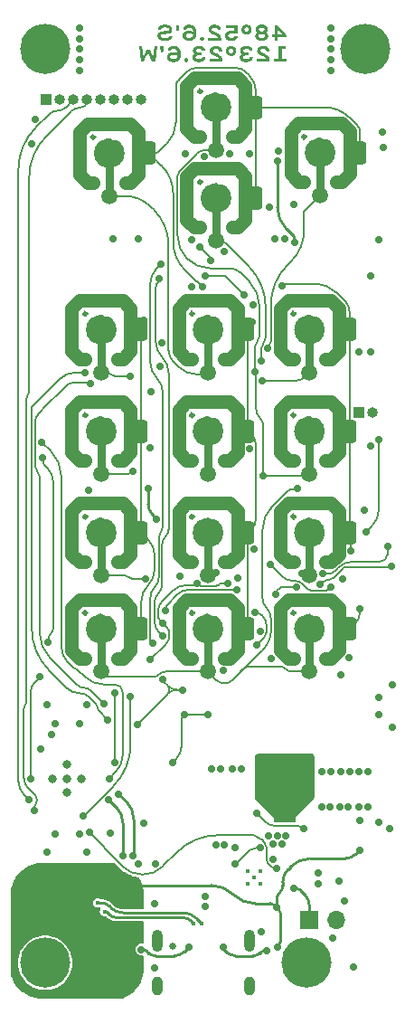
<source format=gbl>
%TF.GenerationSoftware,KiCad,Pcbnew,(6.0.7)*%
%TF.CreationDate,2022-10-08T21:46:05-07:00*%
%TF.ProjectId,phone-rounded,70686f6e-652d-4726-9f75-6e6465642e6b,rev?*%
%TF.SameCoordinates,Original*%
%TF.FileFunction,Copper,L4,Bot*%
%TF.FilePolarity,Positive*%
%FSLAX46Y46*%
G04 Gerber Fmt 4.6, Leading zero omitted, Abs format (unit mm)*
G04 Created by KiCad (PCBNEW (6.0.7)) date 2022-10-08 21:46:05*
%MOMM*%
%LPD*%
G01*
G04 APERTURE LIST*
G04 Aperture macros list*
%AMRoundRect*
0 Rectangle with rounded corners*
0 $1 Rounding radius*
0 $2 $3 $4 $5 $6 $7 $8 $9 X,Y pos of 4 corners*
0 Add a 4 corners polygon primitive as box body*
4,1,4,$2,$3,$4,$5,$6,$7,$8,$9,$2,$3,0*
0 Add four circle primitives for the rounded corners*
1,1,$1+$1,$2,$3*
1,1,$1+$1,$4,$5*
1,1,$1+$1,$6,$7*
1,1,$1+$1,$8,$9*
0 Add four rect primitives between the rounded corners*
20,1,$1+$1,$2,$3,$4,$5,0*
20,1,$1+$1,$4,$5,$6,$7,0*
20,1,$1+$1,$6,$7,$8,$9,0*
20,1,$1+$1,$8,$9,$2,$3,0*%
G04 Aperture macros list end*
%TA.AperFunction,EtchedComponent*%
%ADD10C,1.430000*%
%TD*%
%TA.AperFunction,EtchedComponent*%
%ADD11C,0.300000*%
%TD*%
%TA.AperFunction,EtchedComponent*%
%ADD12C,1.270000*%
%TD*%
%TA.AperFunction,EtchedComponent*%
%ADD13C,0.760000*%
%TD*%
%TA.AperFunction,ComponentPad*%
%ADD14C,0.400000*%
%TD*%
%TA.AperFunction,ConnectorPad*%
%ADD15C,4.700000*%
%TD*%
%TA.AperFunction,ComponentPad*%
%ADD16C,3.100000*%
%TD*%
%TA.AperFunction,SMDPad,CuDef*%
%ADD17C,1.500000*%
%TD*%
%TA.AperFunction,SMDPad,CuDef*%
%ADD18RoundRect,0.317500X0.317500X0.750000X-0.317500X0.750000X-0.317500X-0.750000X0.317500X-0.750000X0*%
%TD*%
%TA.AperFunction,ComponentPad*%
%ADD19O,1.000000X1.000000*%
%TD*%
%TA.AperFunction,ComponentPad*%
%ADD20R,1.000000X1.000000*%
%TD*%
%TA.AperFunction,ComponentPad*%
%ADD21C,0.300000*%
%TD*%
%TA.AperFunction,SMDPad,CuDef*%
%ADD22R,2.000000X4.000000*%
%TD*%
%TA.AperFunction,ComponentPad*%
%ADD23O,1.700000X1.700000*%
%TD*%
%TA.AperFunction,ComponentPad*%
%ADD24R,1.700000X1.700000*%
%TD*%
%TA.AperFunction,ComponentPad*%
%ADD25O,1.000000X2.100000*%
%TD*%
%TA.AperFunction,ComponentPad*%
%ADD26O,1.000000X1.800000*%
%TD*%
%TA.AperFunction,WasherPad*%
%ADD27C,0.650000*%
%TD*%
%TA.AperFunction,ViaPad*%
%ADD28C,0.700000*%
%TD*%
%TA.AperFunction,ViaPad*%
%ADD29C,0.800000*%
%TD*%
%TA.AperFunction,ViaPad*%
%ADD30C,0.450000*%
%TD*%
%TA.AperFunction,Conductor*%
%ADD31C,0.150000*%
%TD*%
%TA.AperFunction,Conductor*%
%ADD32C,0.250000*%
%TD*%
%TA.AperFunction,Conductor*%
%ADD33C,0.261112*%
%TD*%
G04 APERTURE END LIST*
%TO.C,REF\u002A\u002A*%
G36*
X125447145Y-60075401D02*
G01*
X125457355Y-60076052D01*
X125467330Y-60077129D01*
X125477066Y-60078624D01*
X125486554Y-60080532D01*
X125495788Y-60082845D01*
X125504762Y-60085556D01*
X125513467Y-60088658D01*
X125521898Y-60092145D01*
X125530047Y-60096010D01*
X125537908Y-60100245D01*
X125545474Y-60104844D01*
X125552737Y-60109801D01*
X125559692Y-60115107D01*
X125566331Y-60120757D01*
X125572647Y-60126744D01*
X125578633Y-60133059D01*
X125584283Y-60139698D01*
X125589590Y-60146653D01*
X125594546Y-60153916D01*
X125599146Y-60161482D01*
X125603381Y-60169343D01*
X125607246Y-60177492D01*
X125610733Y-60185923D01*
X125613835Y-60194629D01*
X125616547Y-60203602D01*
X125618859Y-60212836D01*
X125620767Y-60222325D01*
X125622263Y-60232060D01*
X125623340Y-60242037D01*
X125623991Y-60252246D01*
X125624210Y-60262682D01*
X125623991Y-60273118D01*
X125623340Y-60283328D01*
X125622263Y-60293304D01*
X125620767Y-60303039D01*
X125618859Y-60312528D01*
X125616547Y-60321762D01*
X125613835Y-60330736D01*
X125610733Y-60339441D01*
X125607246Y-60347872D01*
X125603381Y-60356022D01*
X125599146Y-60363882D01*
X125594546Y-60371448D01*
X125589590Y-60378712D01*
X125584283Y-60385666D01*
X125578633Y-60392305D01*
X125572647Y-60398621D01*
X125566331Y-60404607D01*
X125559692Y-60410257D01*
X125552737Y-60415564D01*
X125545474Y-60420520D01*
X125537908Y-60425119D01*
X125530047Y-60429355D01*
X125521898Y-60433219D01*
X125513467Y-60436706D01*
X125504762Y-60439808D01*
X125495788Y-60442519D01*
X125486554Y-60444832D01*
X125477066Y-60446740D01*
X125467330Y-60448236D01*
X125457355Y-60449312D01*
X125447145Y-60449964D01*
X125436710Y-60450182D01*
X125426274Y-60449964D01*
X125416065Y-60449312D01*
X125406089Y-60448236D01*
X125396353Y-60446740D01*
X125386865Y-60444832D01*
X125377631Y-60442519D01*
X125368658Y-60439808D01*
X125359952Y-60436706D01*
X125351521Y-60433219D01*
X125343372Y-60429355D01*
X125335511Y-60425119D01*
X125327945Y-60420520D01*
X125320682Y-60415564D01*
X125313727Y-60410257D01*
X125307088Y-60404607D01*
X125300772Y-60398621D01*
X125294786Y-60392305D01*
X125289136Y-60385666D01*
X125283829Y-60378712D01*
X125278873Y-60371448D01*
X125274273Y-60363882D01*
X125270038Y-60356022D01*
X125266173Y-60347872D01*
X125262686Y-60339441D01*
X125259584Y-60330736D01*
X125256873Y-60321762D01*
X125254560Y-60312528D01*
X125252652Y-60303039D01*
X125251156Y-60293304D01*
X125250079Y-60283328D01*
X125249428Y-60273118D01*
X125249210Y-60262682D01*
X125249428Y-60252246D01*
X125250079Y-60242037D01*
X125251156Y-60232060D01*
X125252652Y-60222325D01*
X125254560Y-60212836D01*
X125256873Y-60203602D01*
X125259584Y-60194629D01*
X125262686Y-60185923D01*
X125266173Y-60177492D01*
X125270038Y-60169343D01*
X125274273Y-60161482D01*
X125278873Y-60153916D01*
X125283829Y-60146653D01*
X125289136Y-60139698D01*
X125294786Y-60133059D01*
X125300772Y-60126744D01*
X125307088Y-60120757D01*
X125313727Y-60115107D01*
X125320682Y-60109801D01*
X125327945Y-60104844D01*
X125335511Y-60100245D01*
X125343372Y-60096010D01*
X125351521Y-60092145D01*
X125359952Y-60088658D01*
X125368658Y-60085556D01*
X125377631Y-60082845D01*
X125386865Y-60080532D01*
X125396353Y-60078624D01*
X125406089Y-60077129D01*
X125416065Y-60076052D01*
X125426274Y-60075401D01*
X125436710Y-60075182D01*
X125447145Y-60075401D01*
G37*
G36*
X123993299Y-62074714D02*
G01*
X124003509Y-62075365D01*
X124013484Y-62076442D01*
X124023220Y-62077938D01*
X124032708Y-62079845D01*
X124041942Y-62082158D01*
X124050916Y-62084869D01*
X124059621Y-62087972D01*
X124068052Y-62091459D01*
X124076201Y-62095323D01*
X124084062Y-62099558D01*
X124091628Y-62104158D01*
X124098891Y-62109114D01*
X124105846Y-62114421D01*
X124112485Y-62120071D01*
X124118801Y-62126057D01*
X124124787Y-62132373D01*
X124130437Y-62139011D01*
X124135744Y-62145966D01*
X124140700Y-62153230D01*
X124145300Y-62160795D01*
X124149535Y-62168656D01*
X124153400Y-62176805D01*
X124156887Y-62185236D01*
X124159989Y-62193942D01*
X124162701Y-62202915D01*
X124165013Y-62212150D01*
X124166921Y-62221638D01*
X124168417Y-62231374D01*
X124169494Y-62241350D01*
X124170145Y-62251559D01*
X124170364Y-62261995D01*
X124170145Y-62272432D01*
X124169494Y-62282641D01*
X124168417Y-62292617D01*
X124166921Y-62302353D01*
X124165013Y-62311841D01*
X124162701Y-62321076D01*
X124159989Y-62330049D01*
X124156887Y-62338755D01*
X124153400Y-62347186D01*
X124149535Y-62355335D01*
X124145300Y-62363196D01*
X124140700Y-62370761D01*
X124135744Y-62378025D01*
X124130437Y-62384980D01*
X124124787Y-62391618D01*
X124118801Y-62397934D01*
X124112485Y-62403920D01*
X124105846Y-62409570D01*
X124098891Y-62414877D01*
X124091628Y-62419833D01*
X124084062Y-62424433D01*
X124076201Y-62428668D01*
X124068052Y-62432532D01*
X124059621Y-62436019D01*
X124050916Y-62439122D01*
X124041942Y-62441833D01*
X124032708Y-62444146D01*
X124023220Y-62446053D01*
X124013484Y-62447549D01*
X124003509Y-62448626D01*
X123993299Y-62449277D01*
X123982864Y-62449495D01*
X123972428Y-62449277D01*
X123962219Y-62448626D01*
X123952243Y-62447549D01*
X123942507Y-62446053D01*
X123933019Y-62444146D01*
X123923785Y-62441833D01*
X123914812Y-62439122D01*
X123906106Y-62436019D01*
X123897675Y-62432532D01*
X123889526Y-62428668D01*
X123881665Y-62424433D01*
X123874099Y-62419833D01*
X123866836Y-62414877D01*
X123859881Y-62409570D01*
X123853242Y-62403920D01*
X123846926Y-62397934D01*
X123840940Y-62391618D01*
X123835290Y-62384980D01*
X123829983Y-62378025D01*
X123825027Y-62370761D01*
X123820427Y-62363196D01*
X123816192Y-62355335D01*
X123812327Y-62347186D01*
X123808840Y-62338755D01*
X123805738Y-62330049D01*
X123803027Y-62321076D01*
X123800714Y-62311841D01*
X123798806Y-62302353D01*
X123797310Y-62292617D01*
X123796233Y-62282641D01*
X123795582Y-62272432D01*
X123795364Y-62261995D01*
X123795582Y-62251559D01*
X123796233Y-62241350D01*
X123797310Y-62231374D01*
X123798806Y-62221638D01*
X123800714Y-62212150D01*
X123803027Y-62202915D01*
X123805738Y-62193942D01*
X123808840Y-62185236D01*
X123812327Y-62176805D01*
X123816192Y-62168656D01*
X123820427Y-62160795D01*
X123825027Y-62153230D01*
X123829983Y-62145966D01*
X123835290Y-62139011D01*
X123840940Y-62132373D01*
X123846926Y-62126057D01*
X123853242Y-62120071D01*
X123859881Y-62114421D01*
X123866836Y-62109114D01*
X123874099Y-62104158D01*
X123881665Y-62099558D01*
X123889526Y-62095323D01*
X123897675Y-62091459D01*
X123906106Y-62087972D01*
X123914812Y-62084869D01*
X123923785Y-62082158D01*
X123933019Y-62079845D01*
X123942507Y-62077938D01*
X123952243Y-62076442D01*
X123962219Y-62075365D01*
X123972428Y-62074714D01*
X123982864Y-62074495D01*
X123993299Y-62074714D01*
G37*
G36*
X123287666Y-59195376D02*
G01*
X123287018Y-59235078D01*
X123285187Y-59272985D01*
X123282342Y-59308990D01*
X123278651Y-59342988D01*
X123274285Y-59374873D01*
X123269412Y-59404540D01*
X123258821Y-59456796D01*
X123248229Y-59498911D01*
X123238990Y-59530039D01*
X123229976Y-59555956D01*
X123056899Y-59555956D01*
X123054420Y-59549336D01*
X123047885Y-59530039D01*
X123043519Y-59515901D01*
X123038646Y-59498911D01*
X123033435Y-59479174D01*
X123028054Y-59456796D01*
X123022674Y-59431883D01*
X123017463Y-59404540D01*
X123012590Y-59374873D01*
X123008224Y-59342988D01*
X123004533Y-59308990D01*
X123001688Y-59272985D01*
X123000636Y-59254262D01*
X122999857Y-59235078D01*
X122999375Y-59215445D01*
X122999210Y-59195376D01*
X122999210Y-58979037D01*
X123287673Y-58979037D01*
X123287666Y-59195376D01*
G37*
G36*
X126687205Y-58952358D02*
G01*
X126751031Y-58958802D01*
X126781435Y-58963585D01*
X126810825Y-58969387D01*
X126839194Y-58976193D01*
X126866534Y-58983986D01*
X126892839Y-58992751D01*
X126918101Y-59002473D01*
X126942315Y-59013134D01*
X126965473Y-59024720D01*
X126987568Y-59037214D01*
X127008593Y-59050601D01*
X127028542Y-59064865D01*
X127047408Y-59079990D01*
X127065184Y-59095959D01*
X127081862Y-59112758D01*
X127097437Y-59130371D01*
X127111901Y-59148781D01*
X127125247Y-59167972D01*
X127137469Y-59187930D01*
X127148559Y-59208637D01*
X127158511Y-59230079D01*
X127167318Y-59252239D01*
X127174973Y-59275102D01*
X127181469Y-59298651D01*
X127186799Y-59322871D01*
X127190957Y-59347746D01*
X127193935Y-59373260D01*
X127195728Y-59399397D01*
X127196326Y-59426142D01*
X126893439Y-59426142D01*
X126893161Y-59415664D01*
X126892327Y-59405334D01*
X126890939Y-59395164D01*
X126889000Y-59385165D01*
X126886512Y-59375350D01*
X126883476Y-59365731D01*
X126879895Y-59356320D01*
X126875772Y-59347130D01*
X126871107Y-59338172D01*
X126865904Y-59329458D01*
X126860164Y-59321001D01*
X126853890Y-59312814D01*
X126847083Y-59304907D01*
X126839746Y-59297293D01*
X126831881Y-59289984D01*
X126823489Y-59282993D01*
X126814574Y-59276332D01*
X126805137Y-59270013D01*
X126795180Y-59264047D01*
X126784705Y-59258447D01*
X126773715Y-59253226D01*
X126762212Y-59248394D01*
X126750197Y-59243966D01*
X126737673Y-59239952D01*
X126724642Y-59236364D01*
X126711106Y-59233216D01*
X126697067Y-59230518D01*
X126682527Y-59228284D01*
X126667489Y-59226525D01*
X126651954Y-59225254D01*
X126635925Y-59224482D01*
X126619403Y-59224222D01*
X126586852Y-59224930D01*
X126556279Y-59227046D01*
X126527700Y-59230556D01*
X126501133Y-59235449D01*
X126476594Y-59241710D01*
X126454100Y-59249328D01*
X126433668Y-59258290D01*
X126415315Y-59268583D01*
X126406923Y-59274224D01*
X126399058Y-59280193D01*
X126391721Y-59286489D01*
X126384914Y-59293109D01*
X126378639Y-59300053D01*
X126372899Y-59307318D01*
X126367696Y-59314903D01*
X126363031Y-59322806D01*
X126358907Y-59331027D01*
X126355327Y-59339562D01*
X126352291Y-59348411D01*
X126349802Y-59357572D01*
X126347863Y-59367043D01*
X126346476Y-59376823D01*
X126345641Y-59386910D01*
X126345363Y-59397303D01*
X126345560Y-59405050D01*
X126346164Y-59412609D01*
X126347191Y-59419991D01*
X126348659Y-59427211D01*
X126350585Y-59434282D01*
X126352988Y-59441219D01*
X126355884Y-59448036D01*
X126359291Y-59454745D01*
X126363225Y-59461360D01*
X126367706Y-59467897D01*
X126372749Y-59474367D01*
X126378373Y-59480785D01*
X126384595Y-59487165D01*
X126391432Y-59493521D01*
X126398902Y-59499866D01*
X126407023Y-59506213D01*
X126415810Y-59512578D01*
X126425283Y-59518973D01*
X126435459Y-59525412D01*
X126446354Y-59531909D01*
X126457987Y-59538478D01*
X126470374Y-59545133D01*
X126497483Y-59558754D01*
X126527820Y-59572882D01*
X126561524Y-59587627D01*
X126598736Y-59603100D01*
X126639594Y-59619410D01*
X126707969Y-59647794D01*
X126772422Y-59677728D01*
X126832886Y-59709142D01*
X126889294Y-59741963D01*
X126941578Y-59776119D01*
X126989670Y-59811539D01*
X127033503Y-59848150D01*
X127073009Y-59885881D01*
X127108120Y-59924659D01*
X127138769Y-59964413D01*
X127164889Y-60005072D01*
X127186411Y-60046562D01*
X127203268Y-60088813D01*
X127209926Y-60110201D01*
X127215392Y-60131752D01*
X127219659Y-60153457D01*
X127222717Y-60175308D01*
X127224558Y-60197294D01*
X127225173Y-60219408D01*
X127225173Y-60421335D01*
X126013629Y-60421343D01*
X126013629Y-60161722D01*
X126893439Y-60161722D01*
X126893011Y-60151472D01*
X126891734Y-60141274D01*
X126889625Y-60131129D01*
X126886696Y-60121040D01*
X126882962Y-60111008D01*
X126878437Y-60101035D01*
X126873136Y-60091122D01*
X126867072Y-60081270D01*
X126860261Y-60071482D01*
X126852716Y-60061759D01*
X126844452Y-60052102D01*
X126835483Y-60042514D01*
X126825823Y-60032995D01*
X126815486Y-60023547D01*
X126804486Y-60014173D01*
X126792839Y-60004873D01*
X126780558Y-59995648D01*
X126767657Y-59986502D01*
X126740054Y-59968448D01*
X126710144Y-59950725D01*
X126678041Y-59933343D01*
X126643859Y-59916317D01*
X126607712Y-59899658D01*
X126569714Y-59883380D01*
X126529979Y-59867495D01*
X126465083Y-59841202D01*
X126405507Y-59815227D01*
X126351094Y-59789413D01*
X126301689Y-59763602D01*
X126257134Y-59737640D01*
X126217275Y-59711370D01*
X126181953Y-59684635D01*
X126151013Y-59657278D01*
X126124299Y-59629144D01*
X126101654Y-59600077D01*
X126082921Y-59569919D01*
X126067945Y-59538514D01*
X126056570Y-59505707D01*
X126048638Y-59471340D01*
X126043993Y-59435257D01*
X126042480Y-59397303D01*
X126043128Y-59371910D01*
X126045061Y-59347121D01*
X126048263Y-59322950D01*
X126052717Y-59299411D01*
X126058407Y-59276516D01*
X126065316Y-59254279D01*
X126073429Y-59232712D01*
X126082729Y-59211829D01*
X126093199Y-59191644D01*
X126104823Y-59172169D01*
X126117585Y-59153418D01*
X126131469Y-59135403D01*
X126146457Y-59118139D01*
X126162534Y-59101637D01*
X126179683Y-59085913D01*
X126197888Y-59070977D01*
X126217133Y-59056845D01*
X126237400Y-59043529D01*
X126258674Y-59031042D01*
X126280939Y-59019397D01*
X126304178Y-59008608D01*
X126328374Y-58998688D01*
X126353511Y-58989650D01*
X126379574Y-58981508D01*
X126406545Y-58974274D01*
X126434408Y-58967961D01*
X126463146Y-58962584D01*
X126492744Y-58958154D01*
X126523186Y-58954686D01*
X126554453Y-58952193D01*
X126586531Y-58950687D01*
X126619403Y-58950182D01*
X126687205Y-58952358D01*
G37*
G36*
X130095977Y-59462066D02*
G01*
X130093164Y-59486431D01*
X130089259Y-59510234D01*
X130084280Y-59533455D01*
X130078247Y-59556077D01*
X130071179Y-59578081D01*
X130063094Y-59599449D01*
X130054012Y-59620161D01*
X130043952Y-59640200D01*
X130032933Y-59659548D01*
X130020974Y-59678184D01*
X130008093Y-59696092D01*
X129994311Y-59713253D01*
X129979645Y-59729647D01*
X129964115Y-59745258D01*
X129947740Y-59760065D01*
X129930539Y-59774051D01*
X129912531Y-59787197D01*
X129893735Y-59799485D01*
X129874170Y-59810896D01*
X129853855Y-59821412D01*
X129832809Y-59831014D01*
X129811050Y-59839684D01*
X129788599Y-59847403D01*
X129765474Y-59854153D01*
X129741694Y-59859915D01*
X129717278Y-59864671D01*
X129692245Y-59868402D01*
X129666614Y-59871090D01*
X129640405Y-59872716D01*
X129613635Y-59873263D01*
X129586865Y-59872716D01*
X129560655Y-59871090D01*
X129535024Y-59868402D01*
X129509991Y-59864671D01*
X129485575Y-59859915D01*
X129461795Y-59854153D01*
X129438670Y-59847403D01*
X129416218Y-59839684D01*
X129394460Y-59831014D01*
X129373414Y-59821412D01*
X129353099Y-59810896D01*
X129333534Y-59799485D01*
X129314738Y-59787197D01*
X129296730Y-59774051D01*
X129279529Y-59760065D01*
X129263154Y-59745258D01*
X129247624Y-59729647D01*
X129232958Y-59713253D01*
X129219176Y-59696092D01*
X129206295Y-59678184D01*
X129194336Y-59659548D01*
X129183317Y-59640200D01*
X129173257Y-59620161D01*
X129164176Y-59599449D01*
X129156091Y-59578081D01*
X129149023Y-59556077D01*
X129142990Y-59533455D01*
X129138012Y-59510234D01*
X129134106Y-59486431D01*
X129131293Y-59462066D01*
X129129591Y-59437157D01*
X129129020Y-59411722D01*
X129417476Y-59411722D01*
X129417711Y-59422962D01*
X129418411Y-59433957D01*
X129419567Y-59444701D01*
X129421172Y-59455185D01*
X129423215Y-59465404D01*
X129425690Y-59475349D01*
X129428587Y-59485012D01*
X129431899Y-59494388D01*
X129435616Y-59503467D01*
X129439730Y-59512243D01*
X129444233Y-59520709D01*
X129449116Y-59528856D01*
X129454372Y-59536678D01*
X129459990Y-59544168D01*
X129465964Y-59551317D01*
X129472284Y-59558118D01*
X129478942Y-59564565D01*
X129485929Y-59570649D01*
X129493238Y-59576363D01*
X129500859Y-59581700D01*
X129508785Y-59586653D01*
X129517007Y-59591214D01*
X129525515Y-59595376D01*
X129534303Y-59599130D01*
X129543361Y-59602471D01*
X129552682Y-59605391D01*
X129562255Y-59607881D01*
X129572074Y-59609935D01*
X129582130Y-59611546D01*
X129592413Y-59612705D01*
X129602917Y-59613407D01*
X129613631Y-59613642D01*
X129624346Y-59613406D01*
X129634849Y-59612705D01*
X129645132Y-59611545D01*
X129655188Y-59609933D01*
X129665006Y-59607878D01*
X129674580Y-59605387D01*
X129683900Y-59602466D01*
X129692958Y-59599124D01*
X129701746Y-59595368D01*
X129710254Y-59591205D01*
X129718476Y-59586643D01*
X129726402Y-59581688D01*
X129734023Y-59576350D01*
X129741332Y-59570634D01*
X129748320Y-59564549D01*
X129754978Y-59558101D01*
X129761298Y-59551298D01*
X129767272Y-59544148D01*
X129772890Y-59536659D01*
X129778145Y-59528836D01*
X129783029Y-59520688D01*
X129787532Y-59512223D01*
X129791646Y-59503447D01*
X129795363Y-59494368D01*
X129798675Y-59484994D01*
X129801572Y-59475332D01*
X129804047Y-59465389D01*
X129806091Y-59455172D01*
X129807695Y-59444690D01*
X129808852Y-59433949D01*
X129809552Y-59422958D01*
X129809787Y-59411722D01*
X129809552Y-59400484D01*
X129808852Y-59389490D01*
X129807695Y-59378748D01*
X129806091Y-59368264D01*
X129804047Y-59358046D01*
X129801573Y-59348102D01*
X129798675Y-59338438D01*
X129795364Y-59329063D01*
X129791647Y-59319984D01*
X129787533Y-59311208D01*
X129783030Y-59302743D01*
X129778146Y-59294595D01*
X129772891Y-59286773D01*
X129767273Y-59279284D01*
X129761299Y-59272134D01*
X129754979Y-59265332D01*
X129748321Y-59258886D01*
X129741334Y-59252801D01*
X129734025Y-59247086D01*
X129726403Y-59241748D01*
X129718478Y-59236795D01*
X129710256Y-59232234D01*
X129701747Y-59228072D01*
X129692960Y-59224316D01*
X129683901Y-59220975D01*
X129674581Y-59218055D01*
X129665007Y-59215565D01*
X129655189Y-59213510D01*
X129645133Y-59211899D01*
X129634850Y-59210739D01*
X129624346Y-59210038D01*
X129613631Y-59209803D01*
X129602663Y-59210038D01*
X129591938Y-59210740D01*
X129581463Y-59211900D01*
X129571246Y-59213511D01*
X129561293Y-59215567D01*
X129551611Y-59218058D01*
X129542206Y-59220979D01*
X129533087Y-59224321D01*
X129524258Y-59228077D01*
X129515729Y-59232240D01*
X129507504Y-59236802D01*
X129499592Y-59241756D01*
X129491999Y-59247095D01*
X129484732Y-59252811D01*
X129477797Y-59258896D01*
X129471202Y-59265344D01*
X129464954Y-59272146D01*
X129459059Y-59279296D01*
X129453524Y-59286786D01*
X129448356Y-59294609D01*
X129443562Y-59302756D01*
X129439149Y-59311222D01*
X129435124Y-59319998D01*
X129431493Y-59329076D01*
X129428264Y-59338451D01*
X129425443Y-59348113D01*
X129423037Y-59358056D01*
X129421053Y-59368272D01*
X129419499Y-59378755D01*
X129418379Y-59389495D01*
X129417703Y-59400487D01*
X129417476Y-59411722D01*
X129129020Y-59411722D01*
X129129583Y-59386035D01*
X129131262Y-59360905D01*
X129134037Y-59336349D01*
X129137894Y-59312385D01*
X129142812Y-59289030D01*
X129148776Y-59266299D01*
X129155768Y-59244211D01*
X129163771Y-59222783D01*
X129172766Y-59202030D01*
X129182737Y-59181970D01*
X129193666Y-59162620D01*
X129205536Y-59143996D01*
X129218329Y-59126117D01*
X129232028Y-59108998D01*
X129246615Y-59092656D01*
X129262074Y-59077109D01*
X129278386Y-59062373D01*
X129295533Y-59048465D01*
X129313500Y-59035402D01*
X129332268Y-59023201D01*
X129351820Y-59011879D01*
X129372138Y-59001453D01*
X129393205Y-58991940D01*
X129415003Y-58983356D01*
X129437516Y-58975719D01*
X129460725Y-58969046D01*
X129484614Y-58963352D01*
X129509164Y-58958656D01*
X129534359Y-58954974D01*
X129560181Y-58952323D01*
X129586612Y-58950720D01*
X129613635Y-58950182D01*
X129640405Y-58950728D01*
X129666615Y-58952355D01*
X129692246Y-58955043D01*
X129717279Y-58958774D01*
X129741695Y-58963530D01*
X129765475Y-58969292D01*
X129788601Y-58976042D01*
X129811052Y-58983761D01*
X129832810Y-58992431D01*
X129853856Y-59002033D01*
X129874172Y-59012549D01*
X129893737Y-59023960D01*
X129912533Y-59036248D01*
X129930541Y-59049394D01*
X129947742Y-59063380D01*
X129964117Y-59078187D01*
X129979646Y-59093797D01*
X129994312Y-59110192D01*
X130008095Y-59127352D01*
X130020975Y-59145260D01*
X130032934Y-59163897D01*
X130043953Y-59183244D01*
X130054013Y-59203283D01*
X130063095Y-59223996D01*
X130071179Y-59245364D01*
X130078247Y-59267368D01*
X130084280Y-59289990D01*
X130089259Y-59313211D01*
X130093164Y-59337014D01*
X130095977Y-59361379D01*
X130097679Y-59386288D01*
X130098251Y-59411722D01*
X130097679Y-59437157D01*
X130095977Y-59462066D01*
G37*
G36*
X133303062Y-61237955D02*
G01*
X132899215Y-61237955D01*
X132899215Y-62161036D01*
X133331908Y-62161036D01*
X133331908Y-62420649D01*
X132178062Y-62420649D01*
X132178062Y-62161036D01*
X132610755Y-62161036D01*
X132610755Y-60978335D01*
X133303062Y-60978335D01*
X133303062Y-61237955D01*
G37*
G36*
X126819899Y-60951672D02*
G01*
X126883725Y-60958116D01*
X126914130Y-60962898D01*
X126943520Y-60968700D01*
X126971888Y-60975506D01*
X126999228Y-60983300D01*
X127025533Y-60992065D01*
X127050795Y-61001786D01*
X127075009Y-61012448D01*
X127098167Y-61024033D01*
X127120262Y-61036528D01*
X127141288Y-61049915D01*
X127161237Y-61064178D01*
X127180102Y-61079303D01*
X127197878Y-61095273D01*
X127214557Y-61112072D01*
X127230131Y-61129684D01*
X127244595Y-61148094D01*
X127257941Y-61167286D01*
X127270163Y-61187243D01*
X127281253Y-61207951D01*
X127291205Y-61229393D01*
X127300012Y-61251553D01*
X127307667Y-61274415D01*
X127314163Y-61297964D01*
X127319494Y-61322184D01*
X127323651Y-61347059D01*
X127326630Y-61372573D01*
X127328422Y-61398711D01*
X127329021Y-61425455D01*
X127026137Y-61425455D01*
X127025859Y-61414978D01*
X127025025Y-61404648D01*
X127023637Y-61394477D01*
X127021698Y-61384478D01*
X127019210Y-61374663D01*
X127016174Y-61365044D01*
X127012593Y-61355634D01*
X127008470Y-61346443D01*
X127003805Y-61337485D01*
X126998602Y-61328772D01*
X126992862Y-61320315D01*
X126986588Y-61312127D01*
X126979781Y-61304220D01*
X126972444Y-61296606D01*
X126964578Y-61289298D01*
X126956187Y-61282307D01*
X126947271Y-61275645D01*
X126937834Y-61269326D01*
X126927877Y-61263360D01*
X126917402Y-61257760D01*
X126906412Y-61252539D01*
X126894909Y-61247708D01*
X126882893Y-61243279D01*
X126870369Y-61239265D01*
X126857338Y-61235678D01*
X126843802Y-61232529D01*
X126829762Y-61229832D01*
X126815223Y-61227598D01*
X126800184Y-61225839D01*
X126784649Y-61224567D01*
X126768619Y-61223796D01*
X126752097Y-61223536D01*
X126719546Y-61224244D01*
X126688973Y-61226359D01*
X126660394Y-61229870D01*
X126633827Y-61234762D01*
X126609288Y-61241023D01*
X126586794Y-61248641D01*
X126566362Y-61257603D01*
X126548009Y-61267895D01*
X126539618Y-61273536D01*
X126531752Y-61279505D01*
X126524415Y-61285801D01*
X126517608Y-61292421D01*
X126511333Y-61299364D01*
X126505593Y-61306629D01*
X126500390Y-61314214D01*
X126495725Y-61322117D01*
X126491602Y-61330336D01*
X126488021Y-61338871D01*
X126484985Y-61347720D01*
X126482497Y-61356880D01*
X126480557Y-61366351D01*
X126479170Y-61376130D01*
X126478336Y-61386216D01*
X126478057Y-61396609D01*
X126478254Y-61404356D01*
X126478858Y-61411914D01*
X126479885Y-61419297D01*
X126481353Y-61426517D01*
X126483280Y-61433589D01*
X126485682Y-61440526D01*
X126488578Y-61447342D01*
X126491985Y-61454052D01*
X126495920Y-61460668D01*
X126500400Y-61467204D01*
X126505444Y-61473675D01*
X126511068Y-61480094D01*
X126517289Y-61486474D01*
X126524127Y-61492830D01*
X126531597Y-61499176D01*
X126539717Y-61505524D01*
X126548505Y-61511889D01*
X126557978Y-61518284D01*
X126568153Y-61524724D01*
X126579048Y-61531222D01*
X126590681Y-61537792D01*
X126603068Y-61544447D01*
X126630177Y-61558069D01*
X126660514Y-61572198D01*
X126694219Y-61586945D01*
X126731430Y-61602419D01*
X126772288Y-61618731D01*
X126840663Y-61647115D01*
X126905116Y-61677049D01*
X126965580Y-61708462D01*
X127021988Y-61741282D01*
X127074272Y-61775437D01*
X127122364Y-61810856D01*
X127166197Y-61847466D01*
X127205703Y-61885196D01*
X127240814Y-61923974D01*
X127271464Y-61963728D01*
X127297583Y-62004386D01*
X127319105Y-62045877D01*
X127335962Y-62088128D01*
X127342620Y-62109517D01*
X127348087Y-62131069D01*
X127352353Y-62152775D01*
X127355411Y-62174626D01*
X127357252Y-62196614D01*
X127357867Y-62218729D01*
X127357867Y-62420649D01*
X126146323Y-62420649D01*
X126146323Y-62161036D01*
X127026134Y-62161036D01*
X127025705Y-62150785D01*
X127024429Y-62140586D01*
X127022319Y-62130441D01*
X127019390Y-62120351D01*
X127015656Y-62110319D01*
X127011131Y-62100345D01*
X127005830Y-62090432D01*
X126999766Y-62080580D01*
X126992955Y-62070792D01*
X126985410Y-62061069D01*
X126977146Y-62051412D01*
X126968176Y-62041824D01*
X126958516Y-62032305D01*
X126948179Y-62022857D01*
X126937179Y-62013483D01*
X126925532Y-62004183D01*
X126913251Y-61994959D01*
X126900350Y-61985813D01*
X126872747Y-61967760D01*
X126842837Y-61950036D01*
X126810734Y-61932655D01*
X126776551Y-61915629D01*
X126740405Y-61898971D01*
X126702407Y-61882693D01*
X126662673Y-61866808D01*
X126597777Y-61840516D01*
X126538201Y-61814540D01*
X126483788Y-61788726D01*
X126434383Y-61762916D01*
X126389829Y-61736953D01*
X126349969Y-61710683D01*
X126314647Y-61683947D01*
X126283707Y-61656591D01*
X126256993Y-61628456D01*
X126234348Y-61599388D01*
X126215615Y-61569230D01*
X126200640Y-61537824D01*
X126189264Y-61505016D01*
X126181332Y-61470648D01*
X126176687Y-61434565D01*
X126175174Y-61396609D01*
X126175822Y-61371215D01*
X126177755Y-61346427D01*
X126180957Y-61322256D01*
X126185411Y-61298717D01*
X126191101Y-61275822D01*
X126198011Y-61253585D01*
X126206123Y-61232019D01*
X126215423Y-61211136D01*
X126225893Y-61190951D01*
X126237518Y-61171477D01*
X126250280Y-61152726D01*
X126264163Y-61134711D01*
X126279151Y-61117447D01*
X126295228Y-61100946D01*
X126312377Y-61085222D01*
X126330582Y-61070287D01*
X126349827Y-61056155D01*
X126370094Y-61042839D01*
X126391369Y-61030352D01*
X126413633Y-61018708D01*
X126436872Y-61007920D01*
X126461068Y-60998000D01*
X126486206Y-60988962D01*
X126512268Y-60980820D01*
X126539239Y-60973586D01*
X126567102Y-60967274D01*
X126595841Y-60961897D01*
X126625439Y-60957467D01*
X126655880Y-60954000D01*
X126687147Y-60951506D01*
X126719225Y-60950000D01*
X126752097Y-60949496D01*
X126819899Y-60951672D01*
G37*
G36*
X121833823Y-61194681D02*
G01*
X121833175Y-61234384D01*
X121831345Y-61272290D01*
X121828499Y-61308295D01*
X121824809Y-61342293D01*
X121820443Y-61374179D01*
X121815570Y-61403846D01*
X121804979Y-61456102D01*
X121794387Y-61498216D01*
X121785148Y-61529345D01*
X121776134Y-61555262D01*
X121603057Y-61555262D01*
X121600578Y-61548642D01*
X121594043Y-61529345D01*
X121589677Y-61515207D01*
X121584804Y-61498216D01*
X121579592Y-61478480D01*
X121574212Y-61456102D01*
X121568832Y-61431188D01*
X121563621Y-61403846D01*
X121558748Y-61374179D01*
X121554381Y-61342293D01*
X121550691Y-61308295D01*
X121547846Y-61272290D01*
X121546793Y-61253568D01*
X121546015Y-61234384D01*
X121545533Y-61214750D01*
X121545367Y-61194681D01*
X121545367Y-60978335D01*
X121833831Y-60978335D01*
X121833823Y-61194681D01*
G37*
G36*
X124892985Y-59948280D02*
G01*
X124884175Y-59985100D01*
X124874026Y-60020598D01*
X124862542Y-60054766D01*
X124849727Y-60087593D01*
X124835585Y-60119069D01*
X124820120Y-60149184D01*
X124803337Y-60177927D01*
X124785240Y-60205289D01*
X124765833Y-60231260D01*
X124745120Y-60255830D01*
X124723105Y-60278988D01*
X124699794Y-60300726D01*
X124675189Y-60321031D01*
X124649296Y-60339895D01*
X124622118Y-60357308D01*
X124593660Y-60373260D01*
X124563926Y-60387739D01*
X124532919Y-60400738D01*
X124500646Y-60412244D01*
X124467108Y-60422249D01*
X124432312Y-60430742D01*
X124396260Y-60437714D01*
X124358958Y-60443154D01*
X124320409Y-60447052D01*
X124280618Y-60449398D01*
X124239589Y-60450182D01*
X124169875Y-60448038D01*
X124103617Y-60441681D01*
X124040959Y-60431225D01*
X123982046Y-60416785D01*
X123927019Y-60398474D01*
X123901009Y-60387903D01*
X123876025Y-60376407D01*
X123852084Y-60364000D01*
X123829204Y-60350697D01*
X123807405Y-60336512D01*
X123786703Y-60321459D01*
X123767116Y-60305553D01*
X123748663Y-60288807D01*
X123731362Y-60271236D01*
X123715230Y-60252854D01*
X123700285Y-60233676D01*
X123686546Y-60213716D01*
X123674029Y-60192987D01*
X123662755Y-60171505D01*
X123652739Y-60149283D01*
X123644000Y-60126336D01*
X123636557Y-60102678D01*
X123630427Y-60078323D01*
X123625627Y-60053286D01*
X123622177Y-60027581D01*
X123620094Y-60001221D01*
X123619395Y-59974222D01*
X123619396Y-59974199D01*
X123922282Y-59974199D01*
X123922644Y-59985439D01*
X123923722Y-59996434D01*
X123925505Y-60007178D01*
X123927984Y-60017663D01*
X123931147Y-60027882D01*
X123934984Y-60037827D01*
X123939485Y-60047491D01*
X123944638Y-60056866D01*
X123950434Y-60065946D01*
X123956861Y-60074722D01*
X123963910Y-60083188D01*
X123971569Y-60091336D01*
X123979828Y-60099158D01*
X123988676Y-60106648D01*
X123998104Y-60113797D01*
X124008100Y-60120599D01*
X124018653Y-60127046D01*
X124029754Y-60133130D01*
X124041391Y-60138845D01*
X124053555Y-60144183D01*
X124066234Y-60149136D01*
X124079418Y-60153697D01*
X124093096Y-60157859D01*
X124107258Y-60161614D01*
X124121894Y-60164955D01*
X124136992Y-60167875D01*
X124152542Y-60170365D01*
X124168534Y-60172420D01*
X124184956Y-60174030D01*
X124201800Y-60175190D01*
X124219053Y-60175891D01*
X124236705Y-60176127D01*
X124274062Y-60175042D01*
X124309344Y-60171778D01*
X124342573Y-60166316D01*
X124358424Y-60162755D01*
X124373769Y-60158640D01*
X124388612Y-60153966D01*
X124402954Y-60148733D01*
X124416799Y-60142937D01*
X124430149Y-60136577D01*
X124443007Y-60129652D01*
X124455375Y-60122157D01*
X124467256Y-60114093D01*
X124478653Y-60105456D01*
X124489568Y-60096244D01*
X124500004Y-60086455D01*
X124509963Y-60076087D01*
X124519449Y-60065138D01*
X124528463Y-60053606D01*
X124537009Y-60041489D01*
X124545089Y-60028784D01*
X124552706Y-60015490D01*
X124559863Y-60001604D01*
X124566561Y-59987125D01*
X124578594Y-59956376D01*
X124588827Y-59923226D01*
X124597282Y-59887659D01*
X124581228Y-59876855D01*
X124564448Y-59866135D01*
X124546958Y-59855585D01*
X124528774Y-59845289D01*
X124509914Y-59835331D01*
X124490395Y-59825796D01*
X124470233Y-59816768D01*
X124449446Y-59808332D01*
X124428051Y-59800572D01*
X124406064Y-59793573D01*
X124383502Y-59787418D01*
X124360382Y-59782194D01*
X124336721Y-59777983D01*
X124312537Y-59774871D01*
X124287846Y-59772942D01*
X124262666Y-59772280D01*
X124222242Y-59773121D01*
X124184271Y-59775631D01*
X124148776Y-59779789D01*
X124115778Y-59785574D01*
X124085299Y-59792964D01*
X124057359Y-59801938D01*
X124031980Y-59812476D01*
X124009182Y-59824557D01*
X123988988Y-59838158D01*
X123979873Y-59845523D01*
X123971417Y-59853260D01*
X123963622Y-59861367D01*
X123956492Y-59869842D01*
X123950028Y-59878680D01*
X123944233Y-59887881D01*
X123939110Y-59897441D01*
X123934661Y-59907358D01*
X123930890Y-59917628D01*
X123927798Y-59928250D01*
X123925389Y-59939221D01*
X123923665Y-59950538D01*
X123922628Y-59962198D01*
X123922282Y-59974199D01*
X123619396Y-59974199D01*
X123620077Y-59948280D01*
X123622107Y-59922928D01*
X123625466Y-59898181D01*
X123630134Y-59874055D01*
X123636091Y-59850565D01*
X123643316Y-59827726D01*
X123651790Y-59805553D01*
X123661493Y-59784063D01*
X123672404Y-59763269D01*
X123684504Y-59743188D01*
X123697771Y-59723835D01*
X123712188Y-59705226D01*
X123727732Y-59687374D01*
X123744385Y-59670297D01*
X123762125Y-59654008D01*
X123780934Y-59638524D01*
X123800791Y-59623860D01*
X123821675Y-59610031D01*
X123843567Y-59597052D01*
X123866447Y-59584939D01*
X123890295Y-59573707D01*
X123915090Y-59563371D01*
X123940813Y-59553947D01*
X123967443Y-59545450D01*
X123994960Y-59537895D01*
X124023345Y-59531298D01*
X124052577Y-59525673D01*
X124082636Y-59521037D01*
X124113502Y-59517405D01*
X124145155Y-59514791D01*
X124177575Y-59513212D01*
X124210742Y-59512682D01*
X124240756Y-59513247D01*
X124270209Y-59514901D01*
X124299078Y-59517585D01*
X124327343Y-59521241D01*
X124354983Y-59525809D01*
X124381976Y-59531231D01*
X124408302Y-59537448D01*
X124433939Y-59544399D01*
X124458866Y-59552028D01*
X124483062Y-59560273D01*
X124506506Y-59569078D01*
X124529177Y-59578381D01*
X124551053Y-59588125D01*
X124572114Y-59598251D01*
X124592338Y-59608699D01*
X124611705Y-59619410D01*
X124606768Y-59571238D01*
X124599525Y-59526236D01*
X124589965Y-59484394D01*
X124578082Y-59445704D01*
X124571266Y-59427539D01*
X124563866Y-59410158D01*
X124555880Y-59393562D01*
X124547309Y-59377748D01*
X124538150Y-59362715D01*
X124528402Y-59348464D01*
X124518065Y-59334992D01*
X124507138Y-59322298D01*
X124495619Y-59310382D01*
X124483507Y-59299243D01*
X124470802Y-59288879D01*
X124457502Y-59279289D01*
X124443606Y-59270472D01*
X124429114Y-59262428D01*
X124414023Y-59255154D01*
X124398334Y-59248651D01*
X124382044Y-59242917D01*
X124365154Y-59237951D01*
X124347661Y-59233752D01*
X124329565Y-59230318D01*
X124310865Y-59227650D01*
X124291559Y-59225745D01*
X124251128Y-59224222D01*
X124221463Y-59225025D01*
X124193098Y-59227399D01*
X124166120Y-59231293D01*
X124140612Y-59236658D01*
X124116659Y-59243442D01*
X124094346Y-59251595D01*
X124073757Y-59261067D01*
X124054976Y-59271807D01*
X124038088Y-59283764D01*
X124030380Y-59290183D01*
X124023177Y-59296888D01*
X124016490Y-59303872D01*
X124010329Y-59311128D01*
X124004705Y-59318651D01*
X123999627Y-59326434D01*
X123995108Y-59334471D01*
X123991157Y-59342755D01*
X123987784Y-59351280D01*
X123985001Y-59360040D01*
X123982819Y-59369029D01*
X123981246Y-59378240D01*
X123980295Y-59387667D01*
X123979976Y-59397303D01*
X123677093Y-59397303D01*
X123677757Y-59372163D01*
X123679736Y-59347596D01*
X123683011Y-59323617D01*
X123687561Y-59300239D01*
X123693365Y-59277478D01*
X123700405Y-59255350D01*
X123708659Y-59233867D01*
X123718109Y-59213046D01*
X123728732Y-59192901D01*
X123740511Y-59173447D01*
X123753424Y-59154699D01*
X123767451Y-59136671D01*
X123782573Y-59119378D01*
X123798770Y-59102835D01*
X123816020Y-59087057D01*
X123834305Y-59072059D01*
X123853604Y-59057855D01*
X123873897Y-59044460D01*
X123895164Y-59031890D01*
X123917384Y-59020158D01*
X123940539Y-59009279D01*
X123964607Y-58999269D01*
X123989569Y-58990142D01*
X124015405Y-58981913D01*
X124042094Y-58974597D01*
X124069617Y-58968208D01*
X124097953Y-58962762D01*
X124127083Y-58958273D01*
X124156985Y-58954755D01*
X124187641Y-58952225D01*
X124219030Y-58950695D01*
X124251132Y-58950182D01*
X124290098Y-58950983D01*
X124328020Y-58953376D01*
X124364885Y-58957348D01*
X124400682Y-58962887D01*
X124435396Y-58969978D01*
X124469017Y-58978609D01*
X124501530Y-58988767D01*
X124532923Y-59000438D01*
X124563184Y-59013609D01*
X124592300Y-59028266D01*
X124620258Y-59044398D01*
X124647046Y-59061990D01*
X124672651Y-59081029D01*
X124697059Y-59101502D01*
X124720260Y-59123396D01*
X124742239Y-59146697D01*
X124762984Y-59171393D01*
X124782483Y-59197470D01*
X124800722Y-59224915D01*
X124817690Y-59253715D01*
X124833373Y-59283857D01*
X124847758Y-59315327D01*
X124860834Y-59348112D01*
X124872588Y-59382199D01*
X124883006Y-59417575D01*
X124892076Y-59454226D01*
X124899785Y-59492140D01*
X124906121Y-59531303D01*
X124911072Y-59571702D01*
X124914623Y-59613324D01*
X124916763Y-59656155D01*
X124917480Y-59700182D01*
X124917476Y-59700182D01*
X124915232Y-59772280D01*
X124914743Y-59787991D01*
X124906568Y-59870717D01*
X124903940Y-59887659D01*
X124900451Y-59910149D01*
X124892985Y-59948280D01*
G37*
G36*
X122053922Y-58952043D02*
G01*
X122127904Y-58957582D01*
X122197069Y-58966771D01*
X122261374Y-58979578D01*
X122320778Y-58995968D01*
X122375238Y-59015907D01*
X122424712Y-59039362D01*
X122447566Y-59052397D01*
X122469157Y-59066299D01*
X122489481Y-59081062D01*
X122508532Y-59096683D01*
X122526305Y-59113158D01*
X122542794Y-59130482D01*
X122557995Y-59148651D01*
X122571901Y-59167661D01*
X122584508Y-59187508D01*
X122595810Y-59208187D01*
X122605803Y-59229694D01*
X122614480Y-59252026D01*
X122621837Y-59275176D01*
X122627868Y-59299143D01*
X122632568Y-59323920D01*
X122635932Y-59349505D01*
X122637954Y-59375892D01*
X122638629Y-59403078D01*
X122638053Y-59429895D01*
X122636315Y-59455723D01*
X122633405Y-59480572D01*
X122629310Y-59504450D01*
X122624020Y-59527368D01*
X122617523Y-59549333D01*
X122609806Y-59570354D01*
X122600858Y-59590442D01*
X122590669Y-59609604D01*
X122579225Y-59627849D01*
X122566516Y-59645188D01*
X122552530Y-59661627D01*
X122537254Y-59677178D01*
X122520679Y-59691847D01*
X122502791Y-59705646D01*
X122483580Y-59718581D01*
X122463034Y-59730664D01*
X122441141Y-59741901D01*
X122417889Y-59752303D01*
X122393267Y-59761879D01*
X122367263Y-59770637D01*
X122339866Y-59778586D01*
X122311064Y-59785735D01*
X122280845Y-59792094D01*
X122249199Y-59797671D01*
X122216112Y-59802475D01*
X122181574Y-59806516D01*
X122145573Y-59809802D01*
X122069135Y-59814145D01*
X121986705Y-59815577D01*
X121934503Y-59816155D01*
X121886036Y-59817908D01*
X121841254Y-59820860D01*
X121800105Y-59825037D01*
X121762540Y-59830465D01*
X121728508Y-59837168D01*
X121697957Y-59845173D01*
X121670838Y-59854506D01*
X121647099Y-59865191D01*
X121626690Y-59877253D01*
X121609560Y-59890720D01*
X121602208Y-59897987D01*
X121595658Y-59905615D01*
X121589901Y-59913607D01*
X121584933Y-59921965D01*
X121580747Y-59930694D01*
X121577336Y-59939795D01*
X121572815Y-59959131D01*
X121571319Y-59979998D01*
X121571732Y-59992531D01*
X121572970Y-60004706D01*
X121575029Y-60016521D01*
X121577905Y-60027973D01*
X121581594Y-60039060D01*
X121586093Y-60049778D01*
X121591398Y-60060125D01*
X121597506Y-60070099D01*
X121604412Y-60079697D01*
X121612113Y-60088917D01*
X121620605Y-60097754D01*
X121629884Y-60106208D01*
X121639948Y-60114275D01*
X121650791Y-60121953D01*
X121662412Y-60129239D01*
X121674804Y-60136131D01*
X121687966Y-60142625D01*
X121701893Y-60148719D01*
X121716582Y-60154411D01*
X121732029Y-60159697D01*
X121748230Y-60164576D01*
X121765182Y-60169045D01*
X121782880Y-60173100D01*
X121801322Y-60176740D01*
X121820503Y-60179961D01*
X121840420Y-60182762D01*
X121861069Y-60185139D01*
X121882446Y-60187089D01*
X121904548Y-60188611D01*
X121927371Y-60189701D01*
X121950912Y-60190357D01*
X121975166Y-60190577D01*
X122019632Y-60189640D01*
X122062088Y-60186868D01*
X122102413Y-60182321D01*
X122140491Y-60176059D01*
X122176202Y-60168140D01*
X122209429Y-60158623D01*
X122240053Y-60147569D01*
X122267955Y-60135036D01*
X122293018Y-60121083D01*
X122315123Y-60105771D01*
X122334152Y-60089158D01*
X122342476Y-60080382D01*
X122349986Y-60071303D01*
X122356668Y-60061929D01*
X122362508Y-60052267D01*
X122367489Y-60042323D01*
X122371598Y-60032107D01*
X122374820Y-60021625D01*
X122377139Y-60010884D01*
X122378541Y-59999893D01*
X122379012Y-59988657D01*
X122667476Y-59988657D01*
X122666669Y-60014345D01*
X122664264Y-60039475D01*
X122660288Y-60064030D01*
X122654765Y-60087994D01*
X122647722Y-60111349D01*
X122639182Y-60134079D01*
X122629171Y-60156167D01*
X122617716Y-60177596D01*
X122604841Y-60198348D01*
X122590571Y-60218408D01*
X122574933Y-60237758D01*
X122557950Y-60256381D01*
X122539649Y-60274260D01*
X122520056Y-60291379D01*
X122499194Y-60307720D01*
X122477091Y-60323267D01*
X122453770Y-60338003D01*
X122429258Y-60351910D01*
X122403579Y-60364973D01*
X122376760Y-60377173D01*
X122348825Y-60388495D01*
X122319799Y-60398920D01*
X122289710Y-60408433D01*
X122258580Y-60417017D01*
X122226436Y-60424654D01*
X122193304Y-60431327D01*
X122159208Y-60437020D01*
X122124174Y-60441716D01*
X122088228Y-60445398D01*
X122051394Y-60448049D01*
X122013698Y-60449652D01*
X121975166Y-60450190D01*
X121893233Y-60448269D01*
X121816218Y-60442528D01*
X121744173Y-60433001D01*
X121677148Y-60419721D01*
X121615193Y-60402724D01*
X121558360Y-60382041D01*
X121506699Y-60357708D01*
X121482823Y-60344183D01*
X121460260Y-60329758D01*
X121439015Y-60314437D01*
X121419095Y-60298224D01*
X121400506Y-60281125D01*
X121383254Y-60263141D01*
X121367346Y-60244280D01*
X121352788Y-60224543D01*
X121339586Y-60203936D01*
X121327747Y-60182462D01*
X121317277Y-60160127D01*
X121308183Y-60136934D01*
X121300470Y-60112887D01*
X121294146Y-60087991D01*
X121289216Y-60062250D01*
X121285686Y-60035668D01*
X121283564Y-60008249D01*
X121282855Y-59979998D01*
X121283449Y-59952895D01*
X121285239Y-59926748D01*
X121288239Y-59901553D01*
X121292461Y-59877302D01*
X121297920Y-59853989D01*
X121304627Y-59831607D01*
X121312597Y-59810151D01*
X121321843Y-59789614D01*
X121332377Y-59769990D01*
X121344213Y-59751272D01*
X121357365Y-59733454D01*
X121371845Y-59716529D01*
X121387666Y-59700492D01*
X121404842Y-59685336D01*
X121423387Y-59671055D01*
X121443312Y-59657642D01*
X121464632Y-59645091D01*
X121487360Y-59633395D01*
X121511508Y-59622549D01*
X121537091Y-59612546D01*
X121564121Y-59603380D01*
X121592611Y-59595043D01*
X121622574Y-59587531D01*
X121654025Y-59580837D01*
X121686976Y-59574954D01*
X121721440Y-59569875D01*
X121757430Y-59565596D01*
X121794961Y-59562109D01*
X121834044Y-59559407D01*
X121874693Y-59557486D01*
X121960742Y-59555956D01*
X122010276Y-59555443D01*
X122056155Y-59553882D01*
X122098442Y-59551238D01*
X122137200Y-59547479D01*
X122172494Y-59542570D01*
X122204386Y-59536478D01*
X122232940Y-59529169D01*
X122258219Y-59520610D01*
X122280287Y-59510767D01*
X122299206Y-59499605D01*
X122315041Y-59487093D01*
X122321822Y-59480319D01*
X122327855Y-59473195D01*
X122333149Y-59465716D01*
X122337711Y-59457878D01*
X122341550Y-59449677D01*
X122344672Y-59441109D01*
X122348803Y-59422854D01*
X122350166Y-59403078D01*
X122349786Y-59391356D01*
X122348648Y-59379990D01*
X122346755Y-59368982D01*
X122344109Y-59358331D01*
X122340713Y-59348040D01*
X122336570Y-59338109D01*
X122331682Y-59328539D01*
X122326052Y-59319331D01*
X122319683Y-59310488D01*
X122312576Y-59302008D01*
X122304736Y-59293894D01*
X122296164Y-59286147D01*
X122286863Y-59278768D01*
X122276836Y-59271757D01*
X122266085Y-59265116D01*
X122254613Y-59258846D01*
X122242423Y-59252947D01*
X122229517Y-59247422D01*
X122215898Y-59242270D01*
X122201569Y-59237494D01*
X122186532Y-59233093D01*
X122170790Y-59229070D01*
X122154345Y-59225425D01*
X122137200Y-59222159D01*
X122119358Y-59219273D01*
X122100822Y-59216769D01*
X122081594Y-59214647D01*
X122061676Y-59212909D01*
X122041072Y-59211555D01*
X122019784Y-59210586D01*
X121997814Y-59210005D01*
X121975166Y-59209810D01*
X121933875Y-59210747D01*
X121894453Y-59213519D01*
X121857008Y-59218066D01*
X121821651Y-59224328D01*
X121788490Y-59232248D01*
X121757637Y-59241764D01*
X121729201Y-59252818D01*
X121703291Y-59265351D01*
X121680018Y-59279304D01*
X121659492Y-59294616D01*
X121641822Y-59311229D01*
X121634093Y-59320005D01*
X121627119Y-59329084D01*
X121620914Y-59338458D01*
X121615492Y-59348121D01*
X121610866Y-59358064D01*
X121607050Y-59368280D01*
X121604059Y-59378762D01*
X121601905Y-59389503D01*
X121600603Y-59400495D01*
X121600166Y-59411730D01*
X121311702Y-59411730D01*
X121312475Y-59386042D01*
X121314780Y-59360912D01*
X121318590Y-59336357D01*
X121323883Y-59312393D01*
X121330633Y-59289037D01*
X121338817Y-59266307D01*
X121348410Y-59244219D01*
X121359388Y-59222790D01*
X121371727Y-59202037D01*
X121385402Y-59181977D01*
X121400389Y-59162627D01*
X121416664Y-59144004D01*
X121434202Y-59126124D01*
X121452979Y-59109005D01*
X121472971Y-59092663D01*
X121494154Y-59077116D01*
X121516503Y-59062380D01*
X121539994Y-59048472D01*
X121564603Y-59035410D01*
X121590304Y-59023209D01*
X121617075Y-59011887D01*
X121644891Y-59001461D01*
X121673727Y-58991948D01*
X121703560Y-58983364D01*
X121734364Y-58975727D01*
X121766116Y-58969053D01*
X121798791Y-58963360D01*
X121832365Y-58958664D01*
X121866814Y-58954982D01*
X121902113Y-58952331D01*
X121938238Y-58950728D01*
X121975166Y-58950190D01*
X122053922Y-58952043D01*
G37*
G36*
X128768443Y-59786722D02*
G01*
X128191520Y-59786722D01*
X128155318Y-59787498D01*
X128121359Y-59789819D01*
X128089657Y-59793678D01*
X128060225Y-59799066D01*
X128033074Y-59805974D01*
X128008217Y-59814396D01*
X127985668Y-59824321D01*
X127975262Y-59829846D01*
X127965439Y-59835743D01*
X127956198Y-59842013D01*
X127947542Y-59848653D01*
X127939472Y-59855663D01*
X127931990Y-59863042D01*
X127925097Y-59870789D01*
X127918796Y-59878903D01*
X127913087Y-59887383D01*
X127907972Y-59896227D01*
X127903453Y-59905435D01*
X127899532Y-59915006D01*
X127896209Y-59924939D01*
X127893488Y-59935232D01*
X127891368Y-59945885D01*
X127889852Y-59956896D01*
X127888941Y-59968265D01*
X127888637Y-59979990D01*
X127888949Y-59991720D01*
X127889883Y-60003109D01*
X127891437Y-60014157D01*
X127893606Y-60024860D01*
X127896388Y-60035216D01*
X127899779Y-60045224D01*
X127903777Y-60054881D01*
X127908378Y-60064186D01*
X127913579Y-60073135D01*
X127919377Y-60081727D01*
X127925769Y-60089961D01*
X127932751Y-60097833D01*
X127940321Y-60105341D01*
X127948474Y-60112485D01*
X127957209Y-60119260D01*
X127966521Y-60125666D01*
X127976409Y-60131700D01*
X127986867Y-60137360D01*
X127997894Y-60142644D01*
X128009486Y-60147549D01*
X128021640Y-60152075D01*
X128034353Y-60156218D01*
X128047622Y-60159976D01*
X128061443Y-60163348D01*
X128075813Y-60166331D01*
X128090730Y-60168923D01*
X128106189Y-60171123D01*
X128122188Y-60172927D01*
X128138724Y-60174334D01*
X128155794Y-60175341D01*
X128173393Y-60175947D01*
X128191520Y-60176150D01*
X128227722Y-60175442D01*
X128261680Y-60173326D01*
X128293382Y-60169816D01*
X128322815Y-60164923D01*
X128349966Y-60158662D01*
X128374823Y-60151044D01*
X128397372Y-60142082D01*
X128417601Y-60131789D01*
X128435498Y-60120179D01*
X128443568Y-60113883D01*
X128451050Y-60107263D01*
X128457943Y-60100319D01*
X128464244Y-60093054D01*
X128469953Y-60085469D01*
X128475067Y-60077565D01*
X128479586Y-60069345D01*
X128483508Y-60060810D01*
X128486830Y-60051961D01*
X128489552Y-60042800D01*
X128491672Y-60033329D01*
X128493188Y-60023549D01*
X128494099Y-60013462D01*
X128494403Y-60003069D01*
X128797286Y-60003069D01*
X128796662Y-60029731D01*
X128794793Y-60055627D01*
X128791686Y-60080752D01*
X128787348Y-60105101D01*
X128781784Y-60128667D01*
X128775001Y-60151447D01*
X128767005Y-60173435D01*
X128757803Y-60194624D01*
X128747401Y-60215012D01*
X128735805Y-60234591D01*
X128723021Y-60253356D01*
X128709057Y-60271303D01*
X128693918Y-60288426D01*
X128677611Y-60304720D01*
X128660141Y-60320179D01*
X128641516Y-60334798D01*
X128621742Y-60348572D01*
X128600825Y-60361496D01*
X128578771Y-60373564D01*
X128555586Y-60384772D01*
X128531278Y-60395113D01*
X128505852Y-60404582D01*
X128479315Y-60413175D01*
X128451672Y-60420885D01*
X128422931Y-60427709D01*
X128393098Y-60433639D01*
X128362179Y-60438672D01*
X128330180Y-60442802D01*
X128297108Y-60446023D01*
X128262969Y-60448330D01*
X128227770Y-60449718D01*
X128191516Y-60450182D01*
X128120538Y-60448229D01*
X128053680Y-60442402D01*
X127991005Y-60432746D01*
X127932577Y-60419309D01*
X127904975Y-60411187D01*
X127878458Y-60402137D01*
X127853035Y-60392164D01*
X127828713Y-60381275D01*
X127805501Y-60369476D01*
X127783405Y-60356771D01*
X127762435Y-60343168D01*
X127742597Y-60328672D01*
X127723901Y-60313288D01*
X127706353Y-60297022D01*
X127689962Y-60279881D01*
X127674735Y-60261870D01*
X127660682Y-60242994D01*
X127647808Y-60223261D01*
X127636123Y-60202674D01*
X127625635Y-60181241D01*
X127616351Y-60158967D01*
X127608279Y-60135858D01*
X127601427Y-60111920D01*
X127595803Y-60087158D01*
X127591415Y-60061578D01*
X127588271Y-60035186D01*
X127586378Y-60007988D01*
X127585746Y-59979990D01*
X127586378Y-59953057D01*
X127588271Y-59926891D01*
X127591415Y-59901497D01*
X127595803Y-59876881D01*
X127601427Y-59853049D01*
X127608279Y-59830006D01*
X127616351Y-59807759D01*
X127625635Y-59786314D01*
X127636123Y-59765675D01*
X127647808Y-59745850D01*
X127660682Y-59726843D01*
X127674735Y-59708661D01*
X127689962Y-59691309D01*
X127706353Y-59674793D01*
X127723901Y-59659119D01*
X127742597Y-59644293D01*
X127762435Y-59630321D01*
X127783405Y-59617207D01*
X127805501Y-59604959D01*
X127828713Y-59593583D01*
X127853035Y-59583082D01*
X127878458Y-59573465D01*
X127904975Y-59564736D01*
X127932577Y-59556901D01*
X127961256Y-59549966D01*
X127991005Y-59543937D01*
X128021815Y-59538819D01*
X128053680Y-59534619D01*
X128086590Y-59531342D01*
X128120538Y-59528995D01*
X128155516Y-59527582D01*
X128191516Y-59527109D01*
X128479980Y-59527109D01*
X128479980Y-59238642D01*
X127686710Y-59238642D01*
X127686710Y-58979029D01*
X128768443Y-58979029D01*
X128768443Y-59786722D01*
G37*
G36*
X131250674Y-60951672D02*
G01*
X131314500Y-60958116D01*
X131344904Y-60962898D01*
X131374294Y-60968700D01*
X131402663Y-60975506D01*
X131430003Y-60983300D01*
X131456308Y-60992065D01*
X131481570Y-61001786D01*
X131505784Y-61012448D01*
X131528942Y-61024033D01*
X131551037Y-61036528D01*
X131572062Y-61049915D01*
X131592011Y-61064178D01*
X131610877Y-61079303D01*
X131628653Y-61095273D01*
X131645331Y-61112072D01*
X131660906Y-61129684D01*
X131675370Y-61148094D01*
X131688716Y-61167286D01*
X131700938Y-61187243D01*
X131712028Y-61207951D01*
X131721980Y-61229393D01*
X131730787Y-61251553D01*
X131738442Y-61274415D01*
X131744938Y-61297964D01*
X131750268Y-61322184D01*
X131754426Y-61347059D01*
X131757404Y-61372573D01*
X131759196Y-61398711D01*
X131759795Y-61425455D01*
X131456912Y-61425455D01*
X131456634Y-61414978D01*
X131455800Y-61404648D01*
X131454412Y-61394477D01*
X131452473Y-61384478D01*
X131449984Y-61374663D01*
X131446949Y-61365044D01*
X131443368Y-61355634D01*
X131439244Y-61346443D01*
X131434580Y-61337485D01*
X131429377Y-61328772D01*
X131423637Y-61320315D01*
X131417362Y-61312127D01*
X131410556Y-61304220D01*
X131403218Y-61296606D01*
X131395353Y-61289298D01*
X131386962Y-61282307D01*
X131378046Y-61275645D01*
X131368609Y-61269326D01*
X131358652Y-61263360D01*
X131348177Y-61257760D01*
X131337187Y-61252539D01*
X131325683Y-61247708D01*
X131313668Y-61243279D01*
X131301144Y-61239265D01*
X131288113Y-61235678D01*
X131274576Y-61232529D01*
X131260537Y-61229832D01*
X131245997Y-61227598D01*
X131230959Y-61225839D01*
X131215423Y-61224567D01*
X131199394Y-61223796D01*
X131182872Y-61223536D01*
X131150321Y-61224244D01*
X131119748Y-61226359D01*
X131091169Y-61229870D01*
X131064602Y-61234762D01*
X131040062Y-61241023D01*
X131017568Y-61248641D01*
X130997137Y-61257603D01*
X130978784Y-61267895D01*
X130970392Y-61273536D01*
X130962527Y-61279505D01*
X130955189Y-61285801D01*
X130948383Y-61292421D01*
X130942108Y-61299364D01*
X130936368Y-61306629D01*
X130931165Y-61314214D01*
X130926500Y-61322117D01*
X130922376Y-61330336D01*
X130918795Y-61338871D01*
X130915760Y-61347720D01*
X130913271Y-61356880D01*
X130911332Y-61366351D01*
X130909944Y-61376130D01*
X130909110Y-61386216D01*
X130908832Y-61396609D01*
X130909029Y-61404356D01*
X130909633Y-61411914D01*
X130910660Y-61419297D01*
X130912128Y-61426517D01*
X130914054Y-61433589D01*
X130916457Y-61440526D01*
X130919353Y-61447342D01*
X130922759Y-61454052D01*
X130926694Y-61460668D01*
X130931175Y-61467204D01*
X130936218Y-61473675D01*
X130941842Y-61480094D01*
X130948064Y-61486474D01*
X130954901Y-61492830D01*
X130962371Y-61499176D01*
X130970492Y-61505524D01*
X130979279Y-61511889D01*
X130988752Y-61518284D01*
X130998928Y-61524724D01*
X131009823Y-61531222D01*
X131021455Y-61537792D01*
X131033843Y-61544447D01*
X131060952Y-61558069D01*
X131091289Y-61572198D01*
X131124993Y-61586945D01*
X131162205Y-61602419D01*
X131203063Y-61618731D01*
X131271438Y-61647115D01*
X131335891Y-61677049D01*
X131396355Y-61708462D01*
X131452763Y-61741282D01*
X131505047Y-61775437D01*
X131553139Y-61810856D01*
X131596972Y-61847466D01*
X131636478Y-61885196D01*
X131671589Y-61923974D01*
X131702238Y-61963728D01*
X131728358Y-62004386D01*
X131749880Y-62045877D01*
X131766737Y-62088128D01*
X131773395Y-62109517D01*
X131778861Y-62131069D01*
X131783128Y-62152775D01*
X131786186Y-62174626D01*
X131788027Y-62196614D01*
X131788642Y-62218729D01*
X131788642Y-62420649D01*
X130577098Y-62420649D01*
X130577098Y-62161036D01*
X131456908Y-62161036D01*
X131456480Y-62150785D01*
X131455203Y-62140586D01*
X131453093Y-62130441D01*
X131450164Y-62120351D01*
X131446430Y-62110319D01*
X131441906Y-62100345D01*
X131436604Y-62090432D01*
X131430541Y-62080580D01*
X131423730Y-62070792D01*
X131416185Y-62061069D01*
X131407920Y-62051412D01*
X131398951Y-62041824D01*
X131389290Y-62032305D01*
X131378953Y-62022857D01*
X131367954Y-62013483D01*
X131356307Y-62004183D01*
X131344025Y-61994959D01*
X131331125Y-61985813D01*
X131303522Y-61967760D01*
X131273611Y-61950036D01*
X131241508Y-61932655D01*
X131207326Y-61915629D01*
X131171179Y-61898971D01*
X131133182Y-61882693D01*
X131093448Y-61866808D01*
X131028552Y-61840516D01*
X130968976Y-61814540D01*
X130914563Y-61788726D01*
X130865158Y-61762916D01*
X130820603Y-61736953D01*
X130780744Y-61710683D01*
X130745422Y-61683947D01*
X130714482Y-61656591D01*
X130687768Y-61628456D01*
X130665122Y-61599388D01*
X130646390Y-61569230D01*
X130631414Y-61537824D01*
X130620039Y-61505016D01*
X130612107Y-61470648D01*
X130607462Y-61434565D01*
X130605949Y-61396609D01*
X130606597Y-61371215D01*
X130608530Y-61346427D01*
X130611731Y-61322256D01*
X130616186Y-61298717D01*
X130621876Y-61275822D01*
X130628785Y-61253585D01*
X130636898Y-61232019D01*
X130646198Y-61211136D01*
X130656668Y-61190951D01*
X130668292Y-61171477D01*
X130681054Y-61152726D01*
X130694938Y-61134711D01*
X130709926Y-61117447D01*
X130726003Y-61100946D01*
X130743152Y-61085222D01*
X130761357Y-61070287D01*
X130780601Y-61056155D01*
X130800869Y-61042839D01*
X130822143Y-61030352D01*
X130844408Y-61018708D01*
X130867647Y-61007920D01*
X130891843Y-60998000D01*
X130916980Y-60988962D01*
X130943043Y-60980820D01*
X130970014Y-60973586D01*
X130997877Y-60967274D01*
X131026615Y-60961897D01*
X131056213Y-60957467D01*
X131086654Y-60954000D01*
X131117922Y-60951506D01*
X131150000Y-60950000D01*
X131182872Y-60949496D01*
X131250674Y-60951672D01*
G37*
G36*
X123439143Y-61947593D02*
G01*
X123430333Y-61984413D01*
X123420184Y-62019912D01*
X123408700Y-62054080D01*
X123395885Y-62086907D01*
X123381742Y-62118382D01*
X123366278Y-62148497D01*
X123349495Y-62177240D01*
X123331397Y-62204603D01*
X123311990Y-62230574D01*
X123291278Y-62255143D01*
X123269263Y-62278302D01*
X123245952Y-62300039D01*
X123221347Y-62320345D01*
X123195454Y-62339209D01*
X123168276Y-62356622D01*
X123139818Y-62372573D01*
X123110084Y-62387053D01*
X123079077Y-62400051D01*
X123046803Y-62411558D01*
X123013266Y-62421562D01*
X122978470Y-62430056D01*
X122942418Y-62437027D01*
X122905116Y-62442467D01*
X122866567Y-62446365D01*
X122826776Y-62448711D01*
X122785747Y-62449495D01*
X122716032Y-62447351D01*
X122649775Y-62440993D01*
X122587117Y-62430537D01*
X122528203Y-62416096D01*
X122473177Y-62397784D01*
X122447167Y-62387213D01*
X122422182Y-62375716D01*
X122398241Y-62363309D01*
X122375362Y-62350005D01*
X122353563Y-62335820D01*
X122332861Y-62320767D01*
X122313274Y-62304860D01*
X122294821Y-62288114D01*
X122277520Y-62270543D01*
X122261388Y-62252161D01*
X122246443Y-62232983D01*
X122232703Y-62213022D01*
X122220187Y-62192294D01*
X122208912Y-62170812D01*
X122198897Y-62148590D01*
X122190158Y-62125644D01*
X122182715Y-62101986D01*
X122176585Y-62077632D01*
X122171785Y-62052596D01*
X122168335Y-62026892D01*
X122166252Y-62000533D01*
X122165553Y-61973536D01*
X122165553Y-61973520D01*
X122468440Y-61973520D01*
X122468802Y-61984758D01*
X122469880Y-61995753D01*
X122471663Y-62006495D01*
X122474142Y-62016979D01*
X122477305Y-62027197D01*
X122481142Y-62037141D01*
X122485643Y-62046804D01*
X122490796Y-62056179D01*
X122496592Y-62065259D01*
X122503019Y-62074035D01*
X122510068Y-62082500D01*
X122517727Y-62090648D01*
X122525986Y-62098470D01*
X122534834Y-62105959D01*
X122544262Y-62113109D01*
X122554258Y-62119910D01*
X122564811Y-62126357D01*
X122575912Y-62132442D01*
X122587549Y-62138157D01*
X122599713Y-62143495D01*
X122612392Y-62148448D01*
X122625576Y-62153009D01*
X122639254Y-62157171D01*
X122653416Y-62160926D01*
X122668051Y-62164268D01*
X122683150Y-62167187D01*
X122698700Y-62169678D01*
X122714691Y-62171733D01*
X122731114Y-62173344D01*
X122747957Y-62174503D01*
X122765210Y-62175205D01*
X122782863Y-62175440D01*
X122820220Y-62174356D01*
X122855502Y-62171091D01*
X122888731Y-62165629D01*
X122904582Y-62162069D01*
X122919927Y-62157953D01*
X122934770Y-62153280D01*
X122949112Y-62148046D01*
X122962957Y-62142251D01*
X122976307Y-62135891D01*
X122989165Y-62128966D01*
X123001533Y-62121471D01*
X123013414Y-62113407D01*
X123024810Y-62104770D01*
X123035725Y-62095558D01*
X123046161Y-62085770D01*
X123056121Y-62075402D01*
X123065606Y-62064454D01*
X123074621Y-62052922D01*
X123083167Y-62040805D01*
X123091247Y-62028101D01*
X123098864Y-62014807D01*
X123106020Y-62000921D01*
X123112719Y-61986442D01*
X123124752Y-61955694D01*
X123134985Y-61922546D01*
X123143439Y-61886980D01*
X123127386Y-61876176D01*
X123110606Y-61865456D01*
X123093115Y-61854905D01*
X123074932Y-61844608D01*
X123056072Y-61834650D01*
X123036553Y-61825114D01*
X123016391Y-61816086D01*
X122995604Y-61807649D01*
X122974209Y-61799888D01*
X122952221Y-61792888D01*
X122929659Y-61786733D01*
X122906540Y-61781508D01*
X122882879Y-61777297D01*
X122858695Y-61774185D01*
X122834003Y-61772255D01*
X122808824Y-61771593D01*
X122768400Y-61772435D01*
X122730429Y-61774945D01*
X122694934Y-61779103D01*
X122661936Y-61784887D01*
X122631456Y-61792277D01*
X122603517Y-61801252D01*
X122578137Y-61811790D01*
X122555340Y-61823871D01*
X122535145Y-61837473D01*
X122526031Y-61844838D01*
X122517575Y-61852576D01*
X122509780Y-61860683D01*
X122502650Y-61869157D01*
X122496185Y-61877996D01*
X122490391Y-61887198D01*
X122485268Y-61896758D01*
X122480819Y-61906675D01*
X122477048Y-61916946D01*
X122473956Y-61927569D01*
X122471547Y-61938540D01*
X122469823Y-61949857D01*
X122468786Y-61961519D01*
X122468440Y-61973520D01*
X122165553Y-61973520D01*
X122166234Y-61947594D01*
X122168265Y-61922241D01*
X122171624Y-61897495D01*
X122176292Y-61873368D01*
X122182248Y-61849878D01*
X122189474Y-61827039D01*
X122197948Y-61804867D01*
X122207651Y-61783376D01*
X122218562Y-61762583D01*
X122230661Y-61742502D01*
X122243929Y-61723149D01*
X122258346Y-61704539D01*
X122273890Y-61686688D01*
X122290543Y-61669610D01*
X122308283Y-61653322D01*
X122327092Y-61637838D01*
X122346948Y-61623173D01*
X122367833Y-61609344D01*
X122389725Y-61596365D01*
X122412605Y-61584252D01*
X122436453Y-61573020D01*
X122461248Y-61562684D01*
X122486970Y-61553260D01*
X122513600Y-61544763D01*
X122541118Y-61537208D01*
X122569503Y-61530611D01*
X122598735Y-61524987D01*
X122628794Y-61520351D01*
X122659660Y-61516718D01*
X122691313Y-61514105D01*
X122723733Y-61512525D01*
X122756900Y-61511996D01*
X122786914Y-61512560D01*
X122816367Y-61514214D01*
X122845236Y-61516898D01*
X122873501Y-61520554D01*
X122901141Y-61525123D01*
X122928134Y-61530545D01*
X122954460Y-61536761D01*
X122980096Y-61543713D01*
X123005024Y-61551341D01*
X123029220Y-61559587D01*
X123052664Y-61568391D01*
X123075335Y-61577695D01*
X123097211Y-61587439D01*
X123118272Y-61597564D01*
X123138496Y-61608012D01*
X123157863Y-61618723D01*
X123152926Y-61570550D01*
X123145682Y-61525547D01*
X123136123Y-61483704D01*
X123124239Y-61445014D01*
X123117423Y-61426849D01*
X123110023Y-61409468D01*
X123102038Y-61392871D01*
X123093466Y-61377058D01*
X123084307Y-61362025D01*
X123074560Y-61347774D01*
X123064223Y-61334302D01*
X123053296Y-61321609D01*
X123041777Y-61309693D01*
X123029665Y-61298554D01*
X123016960Y-61288190D01*
X123003660Y-61278600D01*
X122989764Y-61269784D01*
X122975272Y-61261739D01*
X122960181Y-61254466D01*
X122944491Y-61247963D01*
X122928202Y-61242230D01*
X122911311Y-61237264D01*
X122893819Y-61233065D01*
X122875723Y-61229631D01*
X122857023Y-61226963D01*
X122837717Y-61225058D01*
X122797286Y-61223536D01*
X122767621Y-61224338D01*
X122739256Y-61226712D01*
X122712278Y-61230606D01*
X122686770Y-61235971D01*
X122662817Y-61242755D01*
X122640504Y-61250908D01*
X122619914Y-61260380D01*
X122601133Y-61271119D01*
X122584246Y-61283076D01*
X122576538Y-61289495D01*
X122569335Y-61296199D01*
X122562648Y-61303183D01*
X122556487Y-61310439D01*
X122550862Y-61317961D01*
X122545785Y-61325744D01*
X122541266Y-61333780D01*
X122537314Y-61342064D01*
X122533942Y-61350589D01*
X122531159Y-61359349D01*
X122528976Y-61368337D01*
X122527404Y-61377547D01*
X122526453Y-61386973D01*
X122526134Y-61396609D01*
X122223251Y-61396609D01*
X122223915Y-61371470D01*
X122225894Y-61346903D01*
X122229169Y-61322924D01*
X122233719Y-61299547D01*
X122239523Y-61276787D01*
X122246563Y-61254659D01*
X122254817Y-61233177D01*
X122264266Y-61212356D01*
X122274890Y-61192212D01*
X122286669Y-61172758D01*
X122299582Y-61154010D01*
X122313609Y-61135982D01*
X122328731Y-61118690D01*
X122344928Y-61102147D01*
X122362178Y-61086369D01*
X122380463Y-61071371D01*
X122399762Y-61057168D01*
X122420055Y-61043773D01*
X122441321Y-61031202D01*
X122463542Y-61019471D01*
X122486697Y-61008592D01*
X122510765Y-60998582D01*
X122535727Y-60989456D01*
X122561563Y-60981227D01*
X122588252Y-60973910D01*
X122615775Y-60967522D01*
X122644111Y-60962075D01*
X122673240Y-60957586D01*
X122703143Y-60954069D01*
X122733799Y-60951538D01*
X122765188Y-60950009D01*
X122797290Y-60949496D01*
X122836256Y-60950296D01*
X122874177Y-60952689D01*
X122911043Y-60956662D01*
X122946839Y-60962200D01*
X122981554Y-60969292D01*
X123015174Y-60977923D01*
X123047688Y-60988080D01*
X123079081Y-60999751D01*
X123109342Y-61012922D01*
X123138458Y-61027580D01*
X123166416Y-61043711D01*
X123193204Y-61061303D01*
X123218809Y-61080342D01*
X123243217Y-61100815D01*
X123266417Y-61122709D01*
X123288397Y-61146011D01*
X123309142Y-61170707D01*
X123328640Y-61196784D01*
X123346880Y-61224229D01*
X123363847Y-61253029D01*
X123379530Y-61283170D01*
X123393916Y-61314640D01*
X123406992Y-61347425D01*
X123418745Y-61381512D01*
X123429164Y-61416888D01*
X123438234Y-61453540D01*
X123445943Y-61491454D01*
X123452279Y-61530616D01*
X123457229Y-61571015D01*
X123460781Y-61612637D01*
X123462921Y-61655468D01*
X123463637Y-61699495D01*
X123463634Y-61699495D01*
X123461390Y-61771593D01*
X123460901Y-61787305D01*
X123452726Y-61870031D01*
X123450096Y-61886980D01*
X123446608Y-61909462D01*
X123439143Y-61947593D01*
G37*
G36*
X128642135Y-61461379D02*
G01*
X128639322Y-61485745D01*
X128635416Y-61509547D01*
X128630438Y-61532769D01*
X128624405Y-61555391D01*
X128617336Y-61577395D01*
X128609252Y-61598762D01*
X128600170Y-61619475D01*
X128590110Y-61639514D01*
X128579091Y-61658861D01*
X128567132Y-61677498D01*
X128554251Y-61695406D01*
X128540469Y-61712566D01*
X128525803Y-61728961D01*
X128510273Y-61744571D01*
X128493898Y-61759378D01*
X128476697Y-61773364D01*
X128458689Y-61786511D01*
X128439893Y-61798798D01*
X128420328Y-61810210D01*
X128400013Y-61820725D01*
X128378966Y-61830327D01*
X128357208Y-61838997D01*
X128334757Y-61846716D01*
X128311632Y-61853466D01*
X128287852Y-61859228D01*
X128263436Y-61863984D01*
X128238403Y-61867715D01*
X128212772Y-61870403D01*
X128186563Y-61872030D01*
X128159793Y-61872576D01*
X128133023Y-61872030D01*
X128106813Y-61870403D01*
X128081182Y-61867715D01*
X128056149Y-61863984D01*
X128031733Y-61859228D01*
X128007953Y-61853466D01*
X127984828Y-61846716D01*
X127962376Y-61838997D01*
X127940618Y-61830327D01*
X127919572Y-61820725D01*
X127899257Y-61810210D01*
X127879691Y-61798798D01*
X127860895Y-61786511D01*
X127842887Y-61773364D01*
X127825686Y-61759378D01*
X127809312Y-61744571D01*
X127793782Y-61728961D01*
X127779116Y-61712566D01*
X127765334Y-61695406D01*
X127752453Y-61677498D01*
X127740494Y-61658861D01*
X127729475Y-61639514D01*
X127719415Y-61619475D01*
X127710334Y-61598762D01*
X127702249Y-61577395D01*
X127695181Y-61555391D01*
X127689148Y-61532769D01*
X127684170Y-61509547D01*
X127680264Y-61485745D01*
X127677451Y-61461379D01*
X127675749Y-61436470D01*
X127675178Y-61411036D01*
X127963634Y-61411036D01*
X127963869Y-61422274D01*
X127964569Y-61433268D01*
X127965725Y-61444011D01*
X127967330Y-61454494D01*
X127969373Y-61464712D01*
X127971848Y-61474656D01*
X127974745Y-61484320D01*
X127978057Y-61493695D01*
X127981774Y-61502774D01*
X127985888Y-61511550D01*
X127990391Y-61520015D01*
X127995274Y-61528163D01*
X128000529Y-61535985D01*
X128006148Y-61543475D01*
X128012121Y-61550624D01*
X128018441Y-61557426D01*
X128025099Y-61563873D01*
X128032087Y-61569957D01*
X128039396Y-61575672D01*
X128047017Y-61581010D01*
X128054943Y-61585963D01*
X128063164Y-61590524D01*
X128071673Y-61594686D01*
X128080461Y-61598442D01*
X128089519Y-61601783D01*
X128098839Y-61604703D01*
X128108413Y-61607193D01*
X128118232Y-61609248D01*
X128128287Y-61610859D01*
X128138571Y-61612019D01*
X128149075Y-61612720D01*
X128159789Y-61612955D01*
X128170504Y-61612720D01*
X128181007Y-61612018D01*
X128191290Y-61610858D01*
X128201345Y-61609247D01*
X128211164Y-61607192D01*
X128220738Y-61604700D01*
X128230058Y-61601779D01*
X128239116Y-61598437D01*
X128247904Y-61594681D01*
X128256412Y-61590518D01*
X128264634Y-61585956D01*
X128272560Y-61581002D01*
X128280181Y-61575663D01*
X128287490Y-61569947D01*
X128294478Y-61563862D01*
X128301136Y-61557414D01*
X128307456Y-61550612D01*
X128313429Y-61543462D01*
X128319048Y-61535972D01*
X128324303Y-61528149D01*
X128329187Y-61520002D01*
X128333690Y-61511536D01*
X128337804Y-61502760D01*
X128341521Y-61493682D01*
X128344833Y-61484307D01*
X128347730Y-61474645D01*
X128350205Y-61464702D01*
X128352249Y-61454486D01*
X128353853Y-61444003D01*
X128355010Y-61433263D01*
X128355710Y-61422271D01*
X128355945Y-61411036D01*
X128355710Y-61399796D01*
X128355010Y-61388801D01*
X128353853Y-61378057D01*
X128352249Y-61367572D01*
X128350205Y-61357354D01*
X128347730Y-61347409D01*
X128344833Y-61337745D01*
X128341522Y-61328369D01*
X128337805Y-61319290D01*
X128333691Y-61310513D01*
X128329188Y-61302047D01*
X128324304Y-61293899D01*
X128319049Y-61286077D01*
X128313431Y-61278587D01*
X128307457Y-61271438D01*
X128301137Y-61264636D01*
X128294479Y-61258189D01*
X128287491Y-61252105D01*
X128280183Y-61246390D01*
X128272561Y-61241052D01*
X128264636Y-61236099D01*
X128256414Y-61231538D01*
X128247905Y-61227376D01*
X128239117Y-61223621D01*
X128230059Y-61220280D01*
X128220739Y-61217361D01*
X128211165Y-61214870D01*
X128201346Y-61212816D01*
X128191291Y-61211205D01*
X128181007Y-61210045D01*
X128170504Y-61209344D01*
X128159789Y-61209109D01*
X128148821Y-61209344D01*
X128138096Y-61210046D01*
X128127621Y-61211206D01*
X128117404Y-61212817D01*
X128107451Y-61214872D01*
X128097769Y-61217364D01*
X128088364Y-61220284D01*
X128079244Y-61223627D01*
X128070416Y-61227383D01*
X128061887Y-61231546D01*
X128053662Y-61236108D01*
X128045750Y-61241063D01*
X128038157Y-61246401D01*
X128030889Y-61252117D01*
X128023955Y-61258203D01*
X128017360Y-61264651D01*
X128011111Y-61271453D01*
X128005216Y-61278603D01*
X127999682Y-61286093D01*
X127994514Y-61293916D01*
X127989720Y-61302064D01*
X127985307Y-61310530D01*
X127981282Y-61319306D01*
X127977651Y-61328385D01*
X127974422Y-61337760D01*
X127971601Y-61347423D01*
X127969195Y-61357366D01*
X127967211Y-61367583D01*
X127965656Y-61378066D01*
X127964537Y-61388807D01*
X127963861Y-61399800D01*
X127963634Y-61411036D01*
X127675178Y-61411036D01*
X127675741Y-61385347D01*
X127677419Y-61360215D01*
X127680195Y-61335659D01*
X127684051Y-61311694D01*
X127688970Y-61288338D01*
X127694934Y-61265607D01*
X127701926Y-61243519D01*
X127709929Y-61222089D01*
X127718924Y-61201336D01*
X127728895Y-61181276D01*
X127739824Y-61161926D01*
X127751694Y-61143303D01*
X127764487Y-61125423D01*
X127778186Y-61108305D01*
X127792773Y-61091963D01*
X127808232Y-61076416D01*
X127824543Y-61061681D01*
X127841691Y-61047773D01*
X127859658Y-61034711D01*
X127878426Y-61022511D01*
X127897978Y-61011189D01*
X127918296Y-61000764D01*
X127939363Y-60991251D01*
X127961161Y-60982668D01*
X127983674Y-60975031D01*
X128006883Y-60968358D01*
X128030772Y-60962665D01*
X128055322Y-60957969D01*
X128080517Y-60954287D01*
X128106339Y-60951636D01*
X128132770Y-60950034D01*
X128159793Y-60949496D01*
X128186563Y-60950042D01*
X128212773Y-60951668D01*
X128238404Y-60954356D01*
X128263437Y-60958087D01*
X128287853Y-60962843D01*
X128311633Y-60968605D01*
X128334759Y-60975355D01*
X128357210Y-60983074D01*
X128378968Y-60991744D01*
X128400014Y-61001346D01*
X128420329Y-61011862D01*
X128439895Y-61023273D01*
X128458691Y-61035561D01*
X128476699Y-61048707D01*
X128493900Y-61062693D01*
X128510275Y-61077501D01*
X128525804Y-61093111D01*
X128540470Y-61109505D01*
X128554252Y-61126666D01*
X128567133Y-61144574D01*
X128579092Y-61163210D01*
X128590111Y-61182558D01*
X128600171Y-61202597D01*
X128609252Y-61223309D01*
X128617337Y-61244677D01*
X128624405Y-61266681D01*
X128630438Y-61289303D01*
X128635417Y-61312524D01*
X128639322Y-61336327D01*
X128642135Y-61360692D01*
X128643837Y-61385601D01*
X128644408Y-61411036D01*
X128643837Y-61436470D01*
X128642135Y-61461379D01*
G37*
G36*
X119947257Y-62045641D02*
G01*
X119950156Y-62045641D01*
X119956331Y-62015444D01*
X119964303Y-61980840D01*
X119975757Y-61936028D01*
X119982843Y-61910448D01*
X119990862Y-61883102D01*
X119999836Y-61854252D01*
X120009787Y-61824159D01*
X120020734Y-61793086D01*
X120032700Y-61761295D01*
X120045706Y-61729047D01*
X120059772Y-61696604D01*
X120247272Y-61266802D01*
X120535735Y-61266802D01*
X120726119Y-61696604D01*
X120739678Y-61729523D01*
X120752239Y-61762125D01*
X120774437Y-61825379D01*
X120792849Y-61884373D01*
X120807610Y-61937112D01*
X120818856Y-61981602D01*
X120826721Y-62015850D01*
X120832851Y-62045641D01*
X120835750Y-62045641D01*
X120959788Y-60978335D01*
X121242477Y-60978335D01*
X121069400Y-62420641D01*
X120766517Y-62420641D01*
X120509784Y-61840838D01*
X120479153Y-61770180D01*
X120454031Y-61707737D01*
X120433980Y-61653880D01*
X120418560Y-61608981D01*
X120407331Y-61573413D01*
X120399855Y-61547547D01*
X120394401Y-61526407D01*
X120388602Y-61526407D01*
X120383149Y-61547547D01*
X120375673Y-61573413D01*
X120364445Y-61608981D01*
X120357286Y-61630288D01*
X120349025Y-61653880D01*
X120339606Y-61679712D01*
X120328974Y-61707737D01*
X120317074Y-61737908D01*
X120303852Y-61770180D01*
X120289252Y-61804505D01*
X120273219Y-61840838D01*
X120016486Y-62420641D01*
X119713603Y-62420641D01*
X119540527Y-60978335D01*
X119823218Y-60978335D01*
X119947257Y-62045641D01*
G37*
G36*
X133331908Y-60132883D02*
G01*
X132524215Y-60132883D01*
X132524215Y-60421343D01*
X132235751Y-60421343D01*
X132235751Y-60132883D01*
X131973251Y-60132883D01*
X131973251Y-59873270D01*
X132524215Y-59873270D01*
X132965560Y-59873270D01*
X132524215Y-59385767D01*
X132524215Y-59873270D01*
X131973251Y-59873270D01*
X131973251Y-59873263D01*
X132235751Y-59873263D01*
X132235751Y-58979029D01*
X132495368Y-58979029D01*
X133305766Y-59873270D01*
X133331908Y-59902117D01*
X133331908Y-60132883D01*
G37*
G36*
X131639028Y-60055627D02*
G01*
X131635921Y-60080752D01*
X131631582Y-60105101D01*
X131626018Y-60128667D01*
X131619235Y-60151447D01*
X131611239Y-60173435D01*
X131602037Y-60194624D01*
X131591635Y-60215012D01*
X131580039Y-60234591D01*
X131567256Y-60253356D01*
X131553292Y-60271303D01*
X131538153Y-60288426D01*
X131521845Y-60304720D01*
X131504376Y-60320179D01*
X131485751Y-60334798D01*
X131465976Y-60348572D01*
X131445059Y-60361496D01*
X131423005Y-60373564D01*
X131399821Y-60384772D01*
X131375512Y-60395113D01*
X131350086Y-60404582D01*
X131323549Y-60413175D01*
X131295907Y-60420885D01*
X131267166Y-60427709D01*
X131237333Y-60433639D01*
X131206414Y-60438672D01*
X131174415Y-60442802D01*
X131141343Y-60446023D01*
X131107204Y-60448330D01*
X131072004Y-60449718D01*
X131035751Y-60450182D01*
X130964772Y-60448330D01*
X130897914Y-60442802D01*
X130835239Y-60433639D01*
X130776811Y-60420885D01*
X130722693Y-60404582D01*
X130697270Y-60395113D01*
X130672948Y-60384772D01*
X130649735Y-60373564D01*
X130627640Y-60361496D01*
X130606669Y-60348572D01*
X130586832Y-60334798D01*
X130568135Y-60320179D01*
X130550587Y-60304720D01*
X130534196Y-60288426D01*
X130518970Y-60271303D01*
X130504916Y-60253356D01*
X130492043Y-60234591D01*
X130480358Y-60215012D01*
X130469869Y-60194624D01*
X130460585Y-60173435D01*
X130452513Y-60151447D01*
X130445661Y-60128667D01*
X130440037Y-60105101D01*
X130435649Y-60080752D01*
X130432505Y-60055627D01*
X130430613Y-60029731D01*
X130429980Y-60003069D01*
X130732867Y-60003069D01*
X130733180Y-60013464D01*
X130734114Y-60023553D01*
X130735667Y-60033334D01*
X130737837Y-60042807D01*
X130740619Y-60051969D01*
X130744010Y-60060819D01*
X130748008Y-60069355D01*
X130752609Y-60077575D01*
X130757810Y-60085479D01*
X130763608Y-60093064D01*
X130770000Y-60100329D01*
X130776982Y-60107273D01*
X130784551Y-60113893D01*
X130792705Y-60120188D01*
X130801440Y-60126157D01*
X130810752Y-60131798D01*
X130820639Y-60137109D01*
X130831098Y-60142089D01*
X130842125Y-60146737D01*
X130853717Y-60151050D01*
X130865871Y-60155027D01*
X130878584Y-60158666D01*
X130891853Y-60161967D01*
X130905674Y-60164926D01*
X130920044Y-60167544D01*
X130934960Y-60169818D01*
X130950420Y-60171746D01*
X130966419Y-60173327D01*
X130982955Y-60174559D01*
X131000024Y-60175442D01*
X131017624Y-60175972D01*
X131035751Y-60176150D01*
X131071953Y-60175442D01*
X131105911Y-60173326D01*
X131137613Y-60169816D01*
X131167046Y-60164923D01*
X131194197Y-60158662D01*
X131219053Y-60151044D01*
X131241602Y-60142082D01*
X131261832Y-60131789D01*
X131279729Y-60120179D01*
X131287799Y-60113883D01*
X131295281Y-60107263D01*
X131302173Y-60100319D01*
X131308475Y-60093054D01*
X131314183Y-60085469D01*
X131319298Y-60077565D01*
X131323817Y-60069345D01*
X131327738Y-60060810D01*
X131331061Y-60051961D01*
X131333783Y-60042800D01*
X131335903Y-60033329D01*
X131337419Y-60023549D01*
X131338330Y-60013462D01*
X131338634Y-60003069D01*
X131338322Y-59992674D01*
X131337387Y-59982585D01*
X131335834Y-59972804D01*
X131333664Y-59963331D01*
X131330882Y-59954169D01*
X131327491Y-59945320D01*
X131323493Y-59936784D01*
X131318892Y-59928563D01*
X131313691Y-59920659D01*
X131307893Y-59913074D01*
X131301501Y-59905809D01*
X131294519Y-59898866D01*
X131286950Y-59892245D01*
X131278796Y-59885950D01*
X131270061Y-59879981D01*
X131260749Y-59874340D01*
X131250862Y-59869029D01*
X131240403Y-59864049D01*
X131229376Y-59859402D01*
X131217784Y-59855089D01*
X131205630Y-59851111D01*
X131192917Y-59847472D01*
X131179649Y-59844171D01*
X131165828Y-59841212D01*
X131151457Y-59838594D01*
X131136541Y-59836321D01*
X131121081Y-59834392D01*
X131105082Y-59832811D01*
X131088546Y-59831579D01*
X131071477Y-59830696D01*
X131053877Y-59830166D01*
X131035751Y-59829989D01*
X130999548Y-59830697D01*
X130965590Y-59832812D01*
X130933888Y-59836323D01*
X130904455Y-59841215D01*
X130877304Y-59847477D01*
X130852448Y-59855095D01*
X130829899Y-59864056D01*
X130809669Y-59874349D01*
X130791772Y-59885960D01*
X130783702Y-59892255D01*
X130776220Y-59898876D01*
X130769328Y-59905819D01*
X130763026Y-59913084D01*
X130757318Y-59920669D01*
X130752203Y-59928573D01*
X130747684Y-59936793D01*
X130743763Y-59945328D01*
X130740440Y-59954177D01*
X130737718Y-59963338D01*
X130735598Y-59972809D01*
X130734082Y-59982589D01*
X130733171Y-59992676D01*
X130732867Y-60003069D01*
X130429980Y-60003069D01*
X130430921Y-59977988D01*
X130433716Y-59953595D01*
X130438328Y-59929904D01*
X130444719Y-59906928D01*
X130452851Y-59884678D01*
X130462686Y-59863168D01*
X130474185Y-59842410D01*
X130487312Y-59822417D01*
X130502027Y-59803202D01*
X130518293Y-59784777D01*
X130536072Y-59767155D01*
X130555326Y-59750348D01*
X130576016Y-59734370D01*
X130598105Y-59719232D01*
X130621555Y-59704948D01*
X130646327Y-59691530D01*
X130626319Y-59678185D01*
X130607419Y-59664108D01*
X130589650Y-59649311D01*
X130573040Y-59633807D01*
X130557613Y-59617610D01*
X130543394Y-59600731D01*
X130536746Y-59592040D01*
X130530409Y-59583184D01*
X130524387Y-59574164D01*
X130518683Y-59564982D01*
X130513300Y-59555639D01*
X130508242Y-59546137D01*
X130503511Y-59536477D01*
X130499111Y-59526662D01*
X130495044Y-59516692D01*
X130491315Y-59506570D01*
X130487925Y-59496296D01*
X130484879Y-59485874D01*
X130482180Y-59475303D01*
X130479830Y-59464586D01*
X130477833Y-59453724D01*
X130476191Y-59442720D01*
X130474910Y-59431574D01*
X130473990Y-59420288D01*
X130473436Y-59408864D01*
X130473251Y-59397303D01*
X130776134Y-59397303D01*
X130776395Y-59407698D01*
X130777179Y-59417787D01*
X130778484Y-59427568D01*
X130780308Y-59437041D01*
X130782650Y-59446202D01*
X130785508Y-59455052D01*
X130788880Y-59463588D01*
X130792765Y-59471809D01*
X130797161Y-59479713D01*
X130802067Y-59487298D01*
X130807481Y-59494563D01*
X130813402Y-59501506D01*
X130819828Y-59508127D01*
X130826757Y-59514422D01*
X130834187Y-59520391D01*
X130842118Y-59526032D01*
X130850548Y-59531343D01*
X130859475Y-59536323D01*
X130868897Y-59540970D01*
X130878813Y-59545283D01*
X130889221Y-59549260D01*
X130900120Y-59552900D01*
X130911508Y-59556200D01*
X130923384Y-59559160D01*
X130935745Y-59561778D01*
X130948591Y-59564051D01*
X130961920Y-59565979D01*
X130975730Y-59567561D01*
X130990020Y-59568793D01*
X131004787Y-59569675D01*
X131020032Y-59570206D01*
X131035751Y-59570383D01*
X131066713Y-59569675D01*
X131095770Y-59567560D01*
X131122908Y-59564049D01*
X131148116Y-59559157D01*
X131171379Y-59552895D01*
X131192687Y-59545277D01*
X131212025Y-59536316D01*
X131220952Y-59531335D01*
X131229381Y-59526023D01*
X131237312Y-59520382D01*
X131244743Y-59514412D01*
X131251672Y-59508117D01*
X131258098Y-59501496D01*
X131264019Y-59494553D01*
X131269433Y-59487288D01*
X131274339Y-59479703D01*
X131278736Y-59471799D01*
X131282621Y-59463579D01*
X131285993Y-59455044D01*
X131288851Y-59446195D01*
X131291193Y-59437034D01*
X131293017Y-59427563D01*
X131294322Y-59417783D01*
X131295106Y-59407696D01*
X131295367Y-59397303D01*
X131295106Y-59386908D01*
X131294322Y-59376819D01*
X131293017Y-59367038D01*
X131291193Y-59357565D01*
X131288851Y-59348403D01*
X131285993Y-59339553D01*
X131282621Y-59331017D01*
X131278736Y-59322797D01*
X131274340Y-59314893D01*
X131269434Y-59307308D01*
X131264020Y-59300043D01*
X131258099Y-59293099D01*
X131251673Y-59286479D01*
X131244744Y-59280184D01*
X131237314Y-59274215D01*
X131229383Y-59268574D01*
X131220953Y-59263263D01*
X131212026Y-59258283D01*
X131202604Y-59253635D01*
X131192688Y-59249322D01*
X131182280Y-59245345D01*
X131171381Y-59241706D01*
X131159993Y-59238405D01*
X131148117Y-59235445D01*
X131135756Y-59232828D01*
X131122910Y-59230554D01*
X131109581Y-59228626D01*
X131095771Y-59227045D01*
X131081481Y-59225812D01*
X131066714Y-59224930D01*
X131051470Y-59224400D01*
X131035751Y-59224222D01*
X131004788Y-59224930D01*
X130975731Y-59227046D01*
X130948593Y-59230556D01*
X130923385Y-59235449D01*
X130900122Y-59241710D01*
X130878814Y-59249328D01*
X130859476Y-59258290D01*
X130850550Y-59263271D01*
X130842120Y-59268583D01*
X130834189Y-59274224D01*
X130826758Y-59280193D01*
X130819829Y-59286489D01*
X130813403Y-59293109D01*
X130807482Y-59300053D01*
X130802068Y-59307318D01*
X130797162Y-59314903D01*
X130792765Y-59322806D01*
X130788880Y-59331027D01*
X130785508Y-59339562D01*
X130782650Y-59348411D01*
X130780309Y-59357572D01*
X130778484Y-59367043D01*
X130777180Y-59376823D01*
X130776395Y-59386910D01*
X130776134Y-59397303D01*
X130473251Y-59397303D01*
X130473833Y-59370641D01*
X130475575Y-59344745D01*
X130478470Y-59319620D01*
X130482513Y-59295271D01*
X130487697Y-59271704D01*
X130494015Y-59248924D01*
X130501461Y-59226936D01*
X130510030Y-59205746D01*
X130519713Y-59185359D01*
X130530506Y-59165780D01*
X130542402Y-59147014D01*
X130555395Y-59129066D01*
X130569477Y-59111943D01*
X130584644Y-59095649D01*
X130600888Y-59080190D01*
X130618203Y-59065570D01*
X130636583Y-59051795D01*
X130656021Y-59038871D01*
X130676512Y-59026803D01*
X130698048Y-59015595D01*
X130720624Y-59005254D01*
X130744233Y-58995784D01*
X130768869Y-58987191D01*
X130794525Y-58979480D01*
X130821195Y-58972657D01*
X130848873Y-58966726D01*
X130877553Y-58961693D01*
X130907228Y-58957563D01*
X130937891Y-58954342D01*
X130969537Y-58952034D01*
X131002159Y-58950646D01*
X131035751Y-58950182D01*
X131101489Y-58952034D01*
X131163445Y-58957563D01*
X131221557Y-58966726D01*
X131275759Y-58979480D01*
X131301375Y-58987191D01*
X131325990Y-58995784D01*
X131349596Y-59005254D01*
X131372186Y-59015595D01*
X131393750Y-59026803D01*
X131414282Y-59038871D01*
X131433774Y-59051795D01*
X131452217Y-59065570D01*
X131469603Y-59080190D01*
X131485926Y-59095649D01*
X131501176Y-59111943D01*
X131515346Y-59129066D01*
X131528428Y-59147014D01*
X131540414Y-59165780D01*
X131551296Y-59185359D01*
X131561066Y-59205746D01*
X131569716Y-59226936D01*
X131577239Y-59248924D01*
X131583626Y-59271704D01*
X131588870Y-59295271D01*
X131592962Y-59319620D01*
X131595895Y-59344745D01*
X131597660Y-59370641D01*
X131598251Y-59397303D01*
X131597511Y-59420288D01*
X131595310Y-59442719D01*
X131591671Y-59464583D01*
X131586622Y-59485869D01*
X131580187Y-59506564D01*
X131572390Y-59526654D01*
X131563259Y-59546127D01*
X131552818Y-59564970D01*
X131541092Y-59583171D01*
X131528107Y-59600718D01*
X131513888Y-59617596D01*
X131498461Y-59633794D01*
X131481851Y-59649299D01*
X131464082Y-59664099D01*
X131445182Y-59678180D01*
X131425174Y-59691530D01*
X131449946Y-59704943D01*
X131473396Y-59719223D01*
X131495485Y-59734358D01*
X131516175Y-59750335D01*
X131535429Y-59767141D01*
X131553208Y-59784764D01*
X131569474Y-59803189D01*
X131584189Y-59822406D01*
X131590953Y-59832307D01*
X131597316Y-59842400D01*
X131603271Y-59852685D01*
X131608815Y-59863160D01*
X131613943Y-59873823D01*
X131618650Y-59884672D01*
X131622931Y-59895706D01*
X131626782Y-59906924D01*
X131630198Y-59918323D01*
X131633173Y-59929902D01*
X131635704Y-59941660D01*
X131637785Y-59953594D01*
X131639412Y-59965704D01*
X131640580Y-59977987D01*
X131641285Y-59990443D01*
X131641521Y-60003069D01*
X131640896Y-60029731D01*
X131639028Y-60055627D01*
G37*
G36*
X129664130Y-60951348D02*
G01*
X129727956Y-60956876D01*
X129787750Y-60966038D01*
X129843459Y-60978792D01*
X129869763Y-60986503D01*
X129895026Y-60995096D01*
X129919240Y-61004565D01*
X129942398Y-61014906D01*
X129964493Y-61026113D01*
X129985518Y-61038182D01*
X130005467Y-61051105D01*
X130024333Y-61064880D01*
X130042109Y-61079499D01*
X130058787Y-61094958D01*
X130074362Y-61111252D01*
X130088826Y-61128375D01*
X130102172Y-61146322D01*
X130114394Y-61165087D01*
X130125484Y-61184666D01*
X130135436Y-61205053D01*
X130144243Y-61226243D01*
X130151898Y-61248231D01*
X130158394Y-61271010D01*
X130163724Y-61294577D01*
X130167882Y-61318926D01*
X130170860Y-61344051D01*
X130172652Y-61369947D01*
X130173251Y-61396609D01*
X129870368Y-61396609D01*
X129870090Y-61386214D01*
X129869255Y-61376125D01*
X129867868Y-61366344D01*
X129865929Y-61356871D01*
X129863440Y-61347709D01*
X129860405Y-61338860D01*
X129856824Y-61330324D01*
X129852700Y-61322104D01*
X129848036Y-61314200D01*
X129842833Y-61306615D01*
X129837093Y-61299351D01*
X129830818Y-61292407D01*
X129824012Y-61285788D01*
X129816674Y-61279493D01*
X129808809Y-61273524D01*
X129800418Y-61267883D01*
X129791502Y-61262573D01*
X129782065Y-61257593D01*
X129772108Y-61252946D01*
X129761633Y-61248633D01*
X129750643Y-61244656D01*
X129739139Y-61241017D01*
X129727124Y-61237717D01*
X129714600Y-61234758D01*
X129701569Y-61232140D01*
X129688032Y-61229867D01*
X129673993Y-61227939D01*
X129659453Y-61226358D01*
X129644415Y-61225126D01*
X129628879Y-61224243D01*
X129612850Y-61223713D01*
X129596328Y-61223536D01*
X129563778Y-61224244D01*
X129533205Y-61226359D01*
X129504626Y-61229870D01*
X129478059Y-61234762D01*
X129453520Y-61241023D01*
X129431026Y-61248641D01*
X129410594Y-61257603D01*
X129392241Y-61267895D01*
X129383850Y-61273536D01*
X129375984Y-61279505D01*
X129368647Y-61285801D01*
X129361839Y-61292421D01*
X129355565Y-61299364D01*
X129349825Y-61306629D01*
X129344621Y-61314214D01*
X129339956Y-61322117D01*
X129335833Y-61330336D01*
X129332252Y-61338871D01*
X129329216Y-61347720D01*
X129326727Y-61356880D01*
X129324788Y-61366351D01*
X129323400Y-61376130D01*
X129322566Y-61386216D01*
X129322288Y-61396609D01*
X129322549Y-61407003D01*
X129323333Y-61417092D01*
X129324638Y-61426874D01*
X129326462Y-61436346D01*
X129328804Y-61445508D01*
X129331662Y-61454358D01*
X129335034Y-61462894D01*
X129338919Y-61471115D01*
X129343315Y-61479018D01*
X129348221Y-61486604D01*
X129353635Y-61493869D01*
X129359556Y-61500812D01*
X129365982Y-61507432D01*
X129372911Y-61513728D01*
X129380341Y-61519697D01*
X129388272Y-61525337D01*
X129396702Y-61530649D01*
X129405629Y-61535629D01*
X129415051Y-61540276D01*
X129424967Y-61544589D01*
X129435375Y-61548566D01*
X129446274Y-61552206D01*
X129457662Y-61555506D01*
X129469538Y-61558466D01*
X129481899Y-61561083D01*
X129494745Y-61563357D01*
X129508074Y-61565285D01*
X129521884Y-61566866D01*
X129536174Y-61568099D01*
X129550941Y-61568981D01*
X129566186Y-61569512D01*
X129581905Y-61569689D01*
X129798255Y-61569681D01*
X129798255Y-61829302D01*
X129581908Y-61829302D01*
X129545706Y-61830010D01*
X129511748Y-61832126D01*
X129480046Y-61835636D01*
X129450613Y-61840528D01*
X129423462Y-61846790D01*
X129398606Y-61854407D01*
X129376056Y-61863369D01*
X129355827Y-61873661D01*
X129337930Y-61885272D01*
X129329860Y-61891567D01*
X129322378Y-61898187D01*
X129315486Y-61905130D01*
X129309184Y-61912395D01*
X129303475Y-61919980D01*
X129298361Y-61927883D01*
X129293842Y-61936103D01*
X129289920Y-61944637D01*
X129286598Y-61953486D01*
X129283876Y-61962646D01*
X129281756Y-61972117D01*
X129280240Y-61981896D01*
X129279329Y-61991983D01*
X129279025Y-62002375D01*
X129279337Y-62012770D01*
X129280272Y-62022859D01*
X129281825Y-62032640D01*
X129283994Y-62042113D01*
X129286776Y-62051274D01*
X129290168Y-62060124D01*
X129294166Y-62068660D01*
X129298767Y-62076881D01*
X129303968Y-62084785D01*
X129309766Y-62092370D01*
X129316158Y-62099635D01*
X129323140Y-62106578D01*
X129330709Y-62113199D01*
X129338863Y-62119494D01*
X129347597Y-62125463D01*
X129356910Y-62131104D01*
X129366797Y-62136415D01*
X129377256Y-62141395D01*
X129388283Y-62146042D01*
X129399875Y-62150355D01*
X129412029Y-62154332D01*
X129424742Y-62157972D01*
X129438010Y-62161272D01*
X129451831Y-62164232D01*
X129466202Y-62166850D01*
X129481118Y-62169123D01*
X129496578Y-62171051D01*
X129512577Y-62172633D01*
X129529113Y-62173865D01*
X129546182Y-62174748D01*
X129563782Y-62175278D01*
X129581908Y-62175455D01*
X129618111Y-62174747D01*
X129652069Y-62172632D01*
X129683771Y-62169121D01*
X129713204Y-62164229D01*
X129740355Y-62157967D01*
X129765211Y-62150349D01*
X129787760Y-62141388D01*
X129807990Y-62131095D01*
X129825887Y-62119484D01*
X129833957Y-62113189D01*
X129841439Y-62106568D01*
X129848331Y-62099625D01*
X129854632Y-62092360D01*
X129860341Y-62084775D01*
X129865456Y-62076871D01*
X129869975Y-62068651D01*
X129873896Y-62060116D01*
X129877219Y-62051267D01*
X129879941Y-62042106D01*
X129882061Y-62032635D01*
X129883577Y-62022855D01*
X129884488Y-62012768D01*
X129884792Y-62002375D01*
X130187675Y-62002375D01*
X130187050Y-62029037D01*
X130185182Y-62054934D01*
X130182075Y-62080060D01*
X130177736Y-62104409D01*
X130172172Y-62127976D01*
X130165389Y-62150756D01*
X130157393Y-62172744D01*
X130148191Y-62193935D01*
X130137789Y-62214322D01*
X130126193Y-62233901D01*
X130113410Y-62252667D01*
X130099446Y-62270615D01*
X130084307Y-62287738D01*
X130067999Y-62304032D01*
X130050530Y-62319491D01*
X130031905Y-62334110D01*
X130012130Y-62347885D01*
X129991213Y-62360809D01*
X129969159Y-62372877D01*
X129945975Y-62384084D01*
X129921666Y-62394426D01*
X129896240Y-62403895D01*
X129869703Y-62412488D01*
X129842061Y-62420199D01*
X129813320Y-62427022D01*
X129783487Y-62432953D01*
X129752568Y-62437985D01*
X129720569Y-62442115D01*
X129687497Y-62445336D01*
X129653358Y-62447643D01*
X129618158Y-62449032D01*
X129581905Y-62449495D01*
X129510926Y-62447643D01*
X129444068Y-62442115D01*
X129381393Y-62432953D01*
X129322965Y-62420199D01*
X129268847Y-62403895D01*
X129243424Y-62394426D01*
X129219102Y-62384084D01*
X129195889Y-62372877D01*
X129173794Y-62360809D01*
X129152823Y-62347885D01*
X129132986Y-62334110D01*
X129114289Y-62319491D01*
X129096741Y-62304032D01*
X129080350Y-62287738D01*
X129065124Y-62270615D01*
X129051070Y-62252667D01*
X129038197Y-62233901D01*
X129026512Y-62214322D01*
X129016023Y-62193935D01*
X129006739Y-62172744D01*
X128998667Y-62150756D01*
X128991815Y-62127976D01*
X128986191Y-62104409D01*
X128981803Y-62080060D01*
X128978659Y-62054934D01*
X128976767Y-62029037D01*
X128976134Y-62002375D01*
X128976911Y-61976281D01*
X128979239Y-61951011D01*
X128983113Y-61926578D01*
X128988530Y-61902994D01*
X128995484Y-61880271D01*
X129003973Y-61858424D01*
X129013991Y-61837463D01*
X129025535Y-61817403D01*
X129038600Y-61798255D01*
X129053181Y-61780033D01*
X129069276Y-61762748D01*
X129086879Y-61746414D01*
X129105986Y-61731043D01*
X129126593Y-61716648D01*
X129148696Y-61703241D01*
X129172290Y-61690836D01*
X129153935Y-61678032D01*
X129136733Y-61664482D01*
X129128566Y-61657428D01*
X129120689Y-61650187D01*
X129113103Y-61642760D01*
X129105808Y-61635147D01*
X129098804Y-61627347D01*
X129092092Y-61619362D01*
X129085673Y-61611190D01*
X129079547Y-61602832D01*
X129073715Y-61594287D01*
X129068177Y-61585557D01*
X129062934Y-61576640D01*
X129057986Y-61567538D01*
X129053334Y-61558249D01*
X129048978Y-61548774D01*
X129044919Y-61539113D01*
X129041157Y-61529267D01*
X129037693Y-61519234D01*
X129034528Y-61509015D01*
X129031662Y-61498611D01*
X129029095Y-61488020D01*
X129026828Y-61477244D01*
X129024862Y-61466282D01*
X129021833Y-61443800D01*
X129020012Y-61420576D01*
X129019405Y-61396609D01*
X129020003Y-61369947D01*
X129021795Y-61344051D01*
X129024774Y-61318926D01*
X129028932Y-61294577D01*
X129034262Y-61271010D01*
X129040758Y-61248231D01*
X129048413Y-61226243D01*
X129057220Y-61205053D01*
X129067172Y-61184666D01*
X129078262Y-61165087D01*
X129090484Y-61146322D01*
X129103830Y-61128375D01*
X129118294Y-61111252D01*
X129133869Y-61094958D01*
X129150547Y-61079499D01*
X129168323Y-61064880D01*
X129187188Y-61051105D01*
X129207138Y-61038182D01*
X129228163Y-61026113D01*
X129250258Y-61014906D01*
X129273416Y-61004565D01*
X129297630Y-60995096D01*
X129322892Y-60986503D01*
X129349197Y-60978792D01*
X129376537Y-60971969D01*
X129404906Y-60966038D01*
X129434296Y-60961006D01*
X129464700Y-60956876D01*
X129496113Y-60953655D01*
X129528526Y-60951348D01*
X129561933Y-60949959D01*
X129596328Y-60949496D01*
X129664130Y-60951348D01*
G37*
G36*
X125233355Y-60951348D02*
G01*
X125297181Y-60956876D01*
X125356976Y-60966038D01*
X125412684Y-60978792D01*
X125438989Y-60986503D01*
X125464251Y-60995096D01*
X125488465Y-61004565D01*
X125511623Y-61014906D01*
X125533718Y-61026113D01*
X125554744Y-61038182D01*
X125574693Y-61051105D01*
X125593558Y-61064880D01*
X125611334Y-61079499D01*
X125628013Y-61094958D01*
X125643587Y-61111252D01*
X125658051Y-61128375D01*
X125671397Y-61146322D01*
X125683619Y-61165087D01*
X125694709Y-61184666D01*
X125704661Y-61205053D01*
X125713468Y-61226243D01*
X125721123Y-61248231D01*
X125727619Y-61271010D01*
X125732950Y-61294577D01*
X125737107Y-61318926D01*
X125740086Y-61344051D01*
X125741878Y-61369947D01*
X125742477Y-61396609D01*
X125439593Y-61396609D01*
X125439315Y-61386214D01*
X125438481Y-61376125D01*
X125437093Y-61366344D01*
X125435154Y-61356871D01*
X125432666Y-61347709D01*
X125429630Y-61338860D01*
X125426049Y-61330324D01*
X125421926Y-61322104D01*
X125417261Y-61314200D01*
X125412058Y-61306615D01*
X125406318Y-61299351D01*
X125400044Y-61292407D01*
X125393237Y-61285788D01*
X125385900Y-61279493D01*
X125378034Y-61273524D01*
X125369643Y-61267883D01*
X125360727Y-61262573D01*
X125351290Y-61257593D01*
X125341333Y-61252946D01*
X125330858Y-61248633D01*
X125319868Y-61244656D01*
X125308364Y-61241017D01*
X125296349Y-61237717D01*
X125283825Y-61234758D01*
X125270794Y-61232140D01*
X125257258Y-61229867D01*
X125243218Y-61227939D01*
X125228679Y-61226358D01*
X125213640Y-61225126D01*
X125198105Y-61224243D01*
X125182075Y-61223713D01*
X125165553Y-61223536D01*
X125133002Y-61224244D01*
X125102429Y-61226359D01*
X125073850Y-61229870D01*
X125047283Y-61234762D01*
X125022744Y-61241023D01*
X125000250Y-61248641D01*
X124979818Y-61257603D01*
X124961465Y-61267895D01*
X124953073Y-61273536D01*
X124945208Y-61279505D01*
X124937871Y-61285801D01*
X124931064Y-61292421D01*
X124924789Y-61299364D01*
X124919049Y-61306629D01*
X124913846Y-61314214D01*
X124909181Y-61322117D01*
X124905058Y-61330336D01*
X124901477Y-61338871D01*
X124898441Y-61347720D01*
X124895953Y-61356880D01*
X124894013Y-61366351D01*
X124892626Y-61376130D01*
X124891792Y-61386216D01*
X124891513Y-61396609D01*
X124891775Y-61407003D01*
X124892559Y-61417092D01*
X124893864Y-61426874D01*
X124895688Y-61436346D01*
X124898029Y-61445508D01*
X124900887Y-61454358D01*
X124904259Y-61462894D01*
X124908144Y-61471115D01*
X124912541Y-61479018D01*
X124917447Y-61486604D01*
X124922861Y-61493869D01*
X124928781Y-61500812D01*
X124935207Y-61507432D01*
X124942136Y-61513728D01*
X124949567Y-61519697D01*
X124957498Y-61525337D01*
X124965927Y-61530649D01*
X124974854Y-61535629D01*
X124984276Y-61540276D01*
X124994192Y-61544589D01*
X125004600Y-61548566D01*
X125015499Y-61552206D01*
X125026887Y-61555506D01*
X125038763Y-61558466D01*
X125051125Y-61561083D01*
X125063971Y-61563357D01*
X125077299Y-61565285D01*
X125091109Y-61566866D01*
X125105399Y-61568099D01*
X125120167Y-61568981D01*
X125135411Y-61569512D01*
X125151130Y-61569689D01*
X125367480Y-61569681D01*
X125367480Y-61829302D01*
X125151134Y-61829302D01*
X125114931Y-61830010D01*
X125080973Y-61832126D01*
X125049271Y-61835636D01*
X125019838Y-61840528D01*
X124992687Y-61846790D01*
X124967831Y-61854407D01*
X124945282Y-61863369D01*
X124925052Y-61873661D01*
X124907155Y-61885272D01*
X124899086Y-61891567D01*
X124891604Y-61898187D01*
X124884711Y-61905130D01*
X124878410Y-61912395D01*
X124872701Y-61919980D01*
X124867586Y-61927883D01*
X124863067Y-61936103D01*
X124859146Y-61944637D01*
X124855823Y-61953486D01*
X124853101Y-61962646D01*
X124850981Y-61972117D01*
X124849465Y-61981896D01*
X124848555Y-61991983D01*
X124848251Y-62002375D01*
X124848563Y-62012770D01*
X124849497Y-62022859D01*
X124851050Y-62032640D01*
X124853220Y-62042113D01*
X124856002Y-62051274D01*
X124859393Y-62060124D01*
X124863391Y-62068660D01*
X124867992Y-62076881D01*
X124873193Y-62084785D01*
X124878991Y-62092370D01*
X124885383Y-62099635D01*
X124892365Y-62106578D01*
X124899934Y-62113199D01*
X124908088Y-62119494D01*
X124916823Y-62125463D01*
X124926135Y-62131104D01*
X124936022Y-62136415D01*
X124946481Y-62141395D01*
X124957508Y-62146042D01*
X124969100Y-62150355D01*
X124981254Y-62154332D01*
X124993967Y-62157972D01*
X125007236Y-62161272D01*
X125021057Y-62164232D01*
X125035427Y-62166850D01*
X125050343Y-62169123D01*
X125065803Y-62171051D01*
X125081802Y-62172633D01*
X125098338Y-62173865D01*
X125115407Y-62174748D01*
X125133007Y-62175278D01*
X125151134Y-62175455D01*
X125187336Y-62174747D01*
X125221294Y-62172632D01*
X125252996Y-62169121D01*
X125282429Y-62164229D01*
X125309580Y-62157967D01*
X125334436Y-62150349D01*
X125356986Y-62141388D01*
X125377215Y-62131095D01*
X125395112Y-62119484D01*
X125403182Y-62113189D01*
X125410664Y-62106568D01*
X125417556Y-62099625D01*
X125423858Y-62092360D01*
X125429567Y-62084775D01*
X125434681Y-62076871D01*
X125439200Y-62068651D01*
X125443122Y-62060116D01*
X125446444Y-62051267D01*
X125449166Y-62042106D01*
X125451286Y-62032635D01*
X125452802Y-62022855D01*
X125453713Y-62012768D01*
X125454017Y-62002375D01*
X125756900Y-62002375D01*
X125756276Y-62029037D01*
X125754407Y-62054934D01*
X125751300Y-62080060D01*
X125746962Y-62104409D01*
X125741398Y-62127976D01*
X125734615Y-62150756D01*
X125726619Y-62172744D01*
X125717417Y-62193935D01*
X125707014Y-62214322D01*
X125695419Y-62233901D01*
X125682635Y-62252667D01*
X125668671Y-62270615D01*
X125653532Y-62287738D01*
X125637225Y-62304032D01*
X125619755Y-62319491D01*
X125601130Y-62334110D01*
X125581356Y-62347885D01*
X125560438Y-62360809D01*
X125538384Y-62372877D01*
X125515200Y-62384084D01*
X125490892Y-62394426D01*
X125465466Y-62403895D01*
X125438928Y-62412488D01*
X125411286Y-62420199D01*
X125382545Y-62427022D01*
X125352712Y-62432953D01*
X125321793Y-62437985D01*
X125289794Y-62442115D01*
X125256722Y-62445336D01*
X125222583Y-62447643D01*
X125187384Y-62449032D01*
X125151130Y-62449495D01*
X125080152Y-62447643D01*
X125013294Y-62442115D01*
X124950619Y-62432953D01*
X124892190Y-62420199D01*
X124838072Y-62403895D01*
X124812649Y-62394426D01*
X124788327Y-62384084D01*
X124765114Y-62372877D01*
X124743019Y-62360809D01*
X124722049Y-62347885D01*
X124702211Y-62334110D01*
X124683514Y-62319491D01*
X124665967Y-62304032D01*
X124649576Y-62287738D01*
X124634349Y-62270615D01*
X124620295Y-62252667D01*
X124607422Y-62233901D01*
X124595737Y-62214322D01*
X124585249Y-62193935D01*
X124575964Y-62172744D01*
X124567892Y-62150756D01*
X124561040Y-62127976D01*
X124555417Y-62104409D01*
X124551029Y-62080060D01*
X124547885Y-62054934D01*
X124545992Y-62029037D01*
X124545360Y-62002375D01*
X124546137Y-61976281D01*
X124548464Y-61951011D01*
X124552338Y-61926578D01*
X124557755Y-61902994D01*
X124564710Y-61880271D01*
X124573198Y-61858424D01*
X124583216Y-61837463D01*
X124594760Y-61817403D01*
X124607825Y-61798255D01*
X124622407Y-61780033D01*
X124638501Y-61762748D01*
X124656104Y-61746414D01*
X124675211Y-61731043D01*
X124695818Y-61716648D01*
X124717921Y-61703241D01*
X124741515Y-61690836D01*
X124723160Y-61678032D01*
X124705958Y-61664482D01*
X124697792Y-61657428D01*
X124689915Y-61650187D01*
X124682328Y-61642760D01*
X124675033Y-61635147D01*
X124668029Y-61627347D01*
X124661318Y-61619362D01*
X124654899Y-61611190D01*
X124648773Y-61602832D01*
X124642940Y-61594287D01*
X124637402Y-61585557D01*
X124632159Y-61576640D01*
X124627211Y-61567538D01*
X124622559Y-61558249D01*
X124618203Y-61548774D01*
X124614144Y-61539113D01*
X124610383Y-61529267D01*
X124606919Y-61519234D01*
X124603753Y-61509015D01*
X124600887Y-61498611D01*
X124598320Y-61488020D01*
X124596053Y-61477244D01*
X124594087Y-61466282D01*
X124591058Y-61443800D01*
X124589238Y-61420576D01*
X124588630Y-61396609D01*
X124589229Y-61369947D01*
X124591021Y-61344051D01*
X124593999Y-61318926D01*
X124598157Y-61294577D01*
X124603487Y-61271010D01*
X124609983Y-61248231D01*
X124617638Y-61226243D01*
X124626445Y-61205053D01*
X124636397Y-61184666D01*
X124647488Y-61165087D01*
X124659709Y-61146322D01*
X124673055Y-61128375D01*
X124687519Y-61111252D01*
X124703094Y-61094958D01*
X124719772Y-61079499D01*
X124737548Y-61064880D01*
X124756414Y-61051105D01*
X124776363Y-61038182D01*
X124797388Y-61026113D01*
X124819483Y-61014906D01*
X124842641Y-61004565D01*
X124866855Y-60995096D01*
X124892118Y-60986503D01*
X124918422Y-60978792D01*
X124945763Y-60971969D01*
X124974131Y-60966038D01*
X125003521Y-60961006D01*
X125033926Y-60956876D01*
X125065338Y-60953655D01*
X125097751Y-60951348D01*
X125131159Y-60949959D01*
X125165553Y-60949496D01*
X125233355Y-60951348D01*
G37*
%TO.C,SW10*%
D10*
X136215000Y-97000000D02*
G75*
G03*
X136215000Y-97000000I-715000J0D01*
G01*
D11*
X134150000Y-95500000D02*
G75*
G03*
X134150000Y-95500000I-150000J0D01*
G01*
D12*
X138250000Y-95000000D02*
X138250000Y-99000000D01*
X132750000Y-95000000D02*
X133500000Y-94250000D01*
X133500000Y-94250000D02*
X137500000Y-94250000D01*
X138250000Y-99000000D02*
X137500000Y-99750000D01*
X133500000Y-99750000D02*
X134000000Y-99750000D01*
X132750000Y-99000000D02*
X132750000Y-95000000D01*
D13*
X135500000Y-97250000D02*
X135500000Y-100250000D01*
D12*
X133500000Y-99750000D02*
X132750000Y-99000000D01*
X137500000Y-99750000D02*
X137000000Y-99750000D01*
X137500000Y-94250000D02*
X138250000Y-95000000D01*
%TO.C,SW1*%
D11*
X114650000Y-86000000D02*
G75*
G03*
X114650000Y-86000000I-150000J0D01*
G01*
D10*
X116715000Y-87500000D02*
G75*
G03*
X116715000Y-87500000I-715000J0D01*
G01*
D13*
X116000000Y-87750000D02*
X116000000Y-90750000D01*
D12*
X114000000Y-90250000D02*
X114500000Y-90250000D01*
X118000000Y-90250000D02*
X117500000Y-90250000D01*
X113250000Y-85500000D02*
X114000000Y-84750000D01*
X114000000Y-90250000D02*
X113250000Y-89500000D01*
X118750000Y-89500000D02*
X118000000Y-90250000D01*
X114000000Y-84750000D02*
X118000000Y-84750000D01*
X118750000Y-85500000D02*
X118750000Y-89500000D01*
X118000000Y-84750000D02*
X118750000Y-85500000D01*
X113250000Y-89500000D02*
X113250000Y-85500000D01*
%TO.C,SW16*%
D11*
X135150000Y-69427500D02*
G75*
G03*
X135150000Y-69427500I-150000J0D01*
G01*
D10*
X137215000Y-70927500D02*
G75*
G03*
X137215000Y-70927500I-715000J0D01*
G01*
D12*
X133750000Y-72927500D02*
X133750000Y-68927500D01*
X134500000Y-68177500D02*
X138500000Y-68177500D01*
X138500000Y-68177500D02*
X139250000Y-68927500D01*
D13*
X136500000Y-71177500D02*
X136500000Y-74177500D01*
D12*
X138500000Y-73677500D02*
X138000000Y-73677500D01*
X134500000Y-73677500D02*
X135000000Y-73677500D01*
X134500000Y-73677500D02*
X133750000Y-72927500D01*
X139250000Y-72927500D02*
X138500000Y-73677500D01*
X139250000Y-68927500D02*
X139250000Y-72927500D01*
X133750000Y-68927500D02*
X134500000Y-68177500D01*
%TO.C,SW2*%
D11*
X114650000Y-95500000D02*
G75*
G03*
X114650000Y-95500000I-150000J0D01*
G01*
D10*
X116715000Y-97000000D02*
G75*
G03*
X116715000Y-97000000I-715000J0D01*
G01*
D12*
X114000000Y-99750000D02*
X113250000Y-99000000D01*
X118750000Y-95000000D02*
X118750000Y-99000000D01*
X118000000Y-99750000D02*
X117500000Y-99750000D01*
X113250000Y-99000000D02*
X113250000Y-95000000D01*
X113250000Y-95000000D02*
X114000000Y-94250000D01*
D13*
X116000000Y-97250000D02*
X116000000Y-100250000D01*
D12*
X118000000Y-94250000D02*
X118750000Y-95000000D01*
X114000000Y-94250000D02*
X118000000Y-94250000D01*
X118750000Y-99000000D02*
X118000000Y-99750000D01*
X114000000Y-99750000D02*
X114500000Y-99750000D01*
%TO.C,SW13*%
D10*
X117465000Y-70977500D02*
G75*
G03*
X117465000Y-70977500I-715000J0D01*
G01*
D11*
X115400000Y-69477500D02*
G75*
G03*
X115400000Y-69477500I-150000J0D01*
G01*
D12*
X118750000Y-73727500D02*
X118250000Y-73727500D01*
X119500000Y-68977500D02*
X119500000Y-72977500D01*
X114000000Y-72977500D02*
X114000000Y-68977500D01*
X114750000Y-68227500D02*
X118750000Y-68227500D01*
X114000000Y-68977500D02*
X114750000Y-68227500D01*
X118750000Y-68227500D02*
X119500000Y-68977500D01*
X114750000Y-73727500D02*
X115250000Y-73727500D01*
X114750000Y-73727500D02*
X114000000Y-72977500D01*
D13*
X116750000Y-71227500D02*
X116750000Y-74227500D01*
D12*
X119500000Y-72977500D02*
X118750000Y-73727500D01*
%TO.C,SW3*%
D10*
X116715000Y-106500000D02*
G75*
G03*
X116715000Y-106500000I-715000J0D01*
G01*
D11*
X114650000Y-105000000D02*
G75*
G03*
X114650000Y-105000000I-150000J0D01*
G01*
D13*
X116000000Y-106750000D02*
X116000000Y-109750000D01*
D12*
X114000000Y-109250000D02*
X114500000Y-109250000D01*
X118000000Y-103750000D02*
X118750000Y-104500000D01*
X118750000Y-104500000D02*
X118750000Y-108500000D01*
X113250000Y-108500000D02*
X113250000Y-104500000D01*
X118000000Y-109250000D02*
X117500000Y-109250000D01*
X113250000Y-104500000D02*
X114000000Y-103750000D01*
X118750000Y-108500000D02*
X118000000Y-109250000D01*
X114000000Y-109250000D02*
X113250000Y-108500000D01*
X114000000Y-103750000D02*
X118000000Y-103750000D01*
%TO.C,SW11*%
D10*
X136215000Y-106500000D02*
G75*
G03*
X136215000Y-106500000I-715000J0D01*
G01*
D11*
X134150000Y-105000000D02*
G75*
G03*
X134150000Y-105000000I-150000J0D01*
G01*
D12*
X137500000Y-109250000D02*
X137000000Y-109250000D01*
D13*
X135500000Y-106750000D02*
X135500000Y-109750000D01*
D12*
X138250000Y-104500000D02*
X138250000Y-108500000D01*
X132750000Y-104500000D02*
X133500000Y-103750000D01*
X133500000Y-103750000D02*
X137500000Y-103750000D01*
X133500000Y-109250000D02*
X134000000Y-109250000D01*
X138250000Y-108500000D02*
X137500000Y-109250000D01*
X137500000Y-103750000D02*
X138250000Y-104500000D01*
X132750000Y-108500000D02*
X132750000Y-104500000D01*
X133500000Y-109250000D02*
X132750000Y-108500000D01*
%TO.C,SW7*%
D11*
X124650000Y-105000000D02*
G75*
G03*
X124650000Y-105000000I-150000J0D01*
G01*
D10*
X126715000Y-106500000D02*
G75*
G03*
X126715000Y-106500000I-715000J0D01*
G01*
D12*
X128750000Y-104500000D02*
X128750000Y-108500000D01*
X123250000Y-104500000D02*
X124000000Y-103750000D01*
D13*
X126000000Y-106750000D02*
X126000000Y-109750000D01*
D12*
X128750000Y-108500000D02*
X128000000Y-109250000D01*
X124000000Y-109250000D02*
X124500000Y-109250000D01*
X128000000Y-109250000D02*
X127500000Y-109250000D01*
X128000000Y-103750000D02*
X128750000Y-104500000D01*
X124000000Y-103750000D02*
X128000000Y-103750000D01*
X123250000Y-108500000D02*
X123250000Y-104500000D01*
X124000000Y-109250000D02*
X123250000Y-108500000D01*
%TO.C,SW5*%
D10*
X126715000Y-87500000D02*
G75*
G03*
X126715000Y-87500000I-715000J0D01*
G01*
D11*
X124650000Y-86000000D02*
G75*
G03*
X124650000Y-86000000I-150000J0D01*
G01*
D12*
X128750000Y-85500000D02*
X128750000Y-89500000D01*
X124000000Y-90250000D02*
X123250000Y-89500000D01*
X128000000Y-90250000D02*
X127500000Y-90250000D01*
X124000000Y-90250000D02*
X124500000Y-90250000D01*
X123250000Y-85500000D02*
X124000000Y-84750000D01*
X128750000Y-89500000D02*
X128000000Y-90250000D01*
X123250000Y-89500000D02*
X123250000Y-85500000D01*
X124000000Y-84750000D02*
X128000000Y-84750000D01*
X128000000Y-84750000D02*
X128750000Y-85500000D01*
D13*
X126000000Y-87750000D02*
X126000000Y-90750000D01*
%TO.C,SW15*%
D11*
X125400000Y-73677500D02*
G75*
G03*
X125400000Y-73677500I-150000J0D01*
G01*
D10*
X127465000Y-75177500D02*
G75*
G03*
X127465000Y-75177500I-715000J0D01*
G01*
D12*
X124000000Y-73177500D02*
X124750000Y-72427500D01*
X128750000Y-72427500D02*
X129500000Y-73177500D01*
X124750000Y-72427500D02*
X128750000Y-72427500D01*
X129500000Y-73177500D02*
X129500000Y-77177500D01*
X124750000Y-77927500D02*
X125250000Y-77927500D01*
X129500000Y-77177500D02*
X128750000Y-77927500D01*
X128750000Y-77927500D02*
X128250000Y-77927500D01*
X124000000Y-77177500D02*
X124000000Y-73177500D01*
D13*
X126750000Y-75427500D02*
X126750000Y-78427500D01*
D12*
X124750000Y-77927500D02*
X124000000Y-77177500D01*
%TO.C,SW14*%
D10*
X127465000Y-66677500D02*
G75*
G03*
X127465000Y-66677500I-715000J0D01*
G01*
D11*
X125400000Y-65177500D02*
G75*
G03*
X125400000Y-65177500I-150000J0D01*
G01*
D12*
X124000000Y-64677500D02*
X124750000Y-63927500D01*
X129500000Y-64677500D02*
X129500000Y-68677500D01*
X129500000Y-68677500D02*
X128750000Y-69427500D01*
X124000000Y-68677500D02*
X124000000Y-64677500D01*
X124750000Y-63927500D02*
X128750000Y-63927500D01*
X124750000Y-69427500D02*
X124000000Y-68677500D01*
D13*
X126750000Y-66927500D02*
X126750000Y-69927500D01*
D12*
X124750000Y-69427500D02*
X125250000Y-69427500D01*
X128750000Y-63927500D02*
X129500000Y-64677500D01*
X128750000Y-69427500D02*
X128250000Y-69427500D01*
%TO.C,SW12*%
D11*
X134150000Y-114000000D02*
G75*
G03*
X134150000Y-114000000I-150000J0D01*
G01*
D10*
X136215000Y-115500000D02*
G75*
G03*
X136215000Y-115500000I-715000J0D01*
G01*
D12*
X137500000Y-112750000D02*
X138250000Y-113500000D01*
X138250000Y-117500000D02*
X137500000Y-118250000D01*
X138250000Y-113500000D02*
X138250000Y-117500000D01*
X132750000Y-113500000D02*
X133500000Y-112750000D01*
X133500000Y-118250000D02*
X132750000Y-117500000D01*
D13*
X135500000Y-115750000D02*
X135500000Y-118750000D01*
D12*
X133500000Y-112750000D02*
X137500000Y-112750000D01*
X132750000Y-117500000D02*
X132750000Y-113500000D01*
X133500000Y-118250000D02*
X134000000Y-118250000D01*
X137500000Y-118250000D02*
X137000000Y-118250000D01*
%TO.C,SW9*%
D10*
X136215000Y-87500000D02*
G75*
G03*
X136215000Y-87500000I-715000J0D01*
G01*
D11*
X134150000Y-86000000D02*
G75*
G03*
X134150000Y-86000000I-150000J0D01*
G01*
D12*
X133500000Y-90250000D02*
X132750000Y-89500000D01*
X138250000Y-85500000D02*
X138250000Y-89500000D01*
X132750000Y-89500000D02*
X132750000Y-85500000D01*
X138250000Y-89500000D02*
X137500000Y-90250000D01*
X132750000Y-85500000D02*
X133500000Y-84750000D01*
X133500000Y-90250000D02*
X134000000Y-90250000D01*
X137500000Y-84750000D02*
X138250000Y-85500000D01*
X137500000Y-90250000D02*
X137000000Y-90250000D01*
X133500000Y-84750000D02*
X137500000Y-84750000D01*
D13*
X135500000Y-87750000D02*
X135500000Y-90750000D01*
%TO.C,SW8*%
D11*
X124650000Y-114000000D02*
G75*
G03*
X124650000Y-114000000I-150000J0D01*
G01*
D10*
X126715000Y-115500000D02*
G75*
G03*
X126715000Y-115500000I-715000J0D01*
G01*
D12*
X128750000Y-113500000D02*
X128750000Y-117500000D01*
X128000000Y-118250000D02*
X127500000Y-118250000D01*
D13*
X126000000Y-115750000D02*
X126000000Y-118750000D01*
D12*
X128750000Y-117500000D02*
X128000000Y-118250000D01*
X123250000Y-113500000D02*
X124000000Y-112750000D01*
X124000000Y-112750000D02*
X128000000Y-112750000D01*
X128000000Y-112750000D02*
X128750000Y-113500000D01*
X124000000Y-118250000D02*
X123250000Y-117500000D01*
X123250000Y-117500000D02*
X123250000Y-113500000D01*
X124000000Y-118250000D02*
X124500000Y-118250000D01*
%TO.C,SW6*%
D10*
X126715000Y-97000000D02*
G75*
G03*
X126715000Y-97000000I-715000J0D01*
G01*
D11*
X124650000Y-95500000D02*
G75*
G03*
X124650000Y-95500000I-150000J0D01*
G01*
D12*
X124000000Y-99750000D02*
X124500000Y-99750000D01*
X123250000Y-95000000D02*
X124000000Y-94250000D01*
X124000000Y-94250000D02*
X128000000Y-94250000D01*
X128000000Y-99750000D02*
X127500000Y-99750000D01*
X128750000Y-95000000D02*
X128750000Y-99000000D01*
D13*
X126000000Y-97250000D02*
X126000000Y-100250000D01*
D12*
X128750000Y-99000000D02*
X128000000Y-99750000D01*
X124000000Y-99750000D02*
X123250000Y-99000000D01*
X128000000Y-94250000D02*
X128750000Y-95000000D01*
X123250000Y-99000000D02*
X123250000Y-95000000D01*
%TO.C,SW4*%
D10*
X116715000Y-115500000D02*
G75*
G03*
X116715000Y-115500000I-715000J0D01*
G01*
D11*
X114650000Y-114000000D02*
G75*
G03*
X114650000Y-114000000I-150000J0D01*
G01*
D12*
X118000000Y-112750000D02*
X118750000Y-113500000D01*
X114000000Y-112750000D02*
X118000000Y-112750000D01*
X114000000Y-118250000D02*
X113250000Y-117500000D01*
D13*
X116000000Y-115750000D02*
X116000000Y-118750000D01*
D12*
X118000000Y-118250000D02*
X117500000Y-118250000D01*
X114000000Y-118250000D02*
X114500000Y-118250000D01*
X113250000Y-113500000D02*
X114000000Y-112750000D01*
X118750000Y-113500000D02*
X118750000Y-117500000D01*
X118750000Y-117500000D02*
X118000000Y-118250000D01*
X113250000Y-117500000D02*
X113250000Y-113500000D01*
%TD*%
D14*
%TO.P,U2,17,EXP*%
%TO.N,GNDPWR*%
X130907500Y-139340000D03*
X129747500Y-138180000D03*
X129747500Y-139340000D03*
X130327500Y-138760000D03*
X130907500Y-138180000D03*
%TD*%
D15*
%TO.P,REF\u002A\u002A,1*%
%TO.N,N/C*%
X135250000Y-146750000D03*
D16*
X135250000Y-146750000D03*
%TD*%
D15*
%TO.P,REF\u002A\u002A,1*%
%TO.N,N/C*%
X110750000Y-146750000D03*
D16*
X110750000Y-146750000D03*
%TD*%
D15*
%TO.P,REF\u002A\u002A,1*%
%TO.N,N/C*%
X110750000Y-61250000D03*
D16*
X110750000Y-61250000D03*
%TD*%
%TO.P,REF\u002A\u002A,1*%
%TO.N,N/C*%
X140750000Y-61250000D03*
D15*
X140750000Y-61250000D03*
%TD*%
D17*
%TO.P,SW10,2,2*%
%TO.N,/keypad/H2*%
X135500000Y-101000000D03*
D18*
%TO.P,SW10,1,1*%
%TO.N,/keypad/V3*%
X139250000Y-97000000D03*
%TD*%
D19*
%TO.P,LS1,2,+*%
%TO.N,Net-(LS1-Pad2)*%
X141370000Y-95250000D03*
D20*
%TO.P,LS1,1,-*%
%TO.N,Net-(LS1-Pad1)*%
X140100000Y-95250000D03*
%TD*%
D21*
%TO.P,U3,30*%
%TO.N,N/C*%
X132666233Y-130783767D03*
%TO.P,U3,29*%
X133166233Y-130783767D03*
%TO.P,U3,28*%
X133666233Y-130783767D03*
%TO.P,U3,27*%
X132666233Y-131283767D03*
%TO.P,U3,26*%
X133166233Y-131283767D03*
%TO.P,U3,25*%
X133666233Y-131283767D03*
%TO.P,U3,24*%
X132666233Y-131783767D03*
%TO.P,U3,23*%
X133166233Y-131783767D03*
%TO.P,U3,22*%
X133666233Y-131783767D03*
%TO.P,U3,21*%
X132666233Y-132283767D03*
%TO.P,U3,20*%
X133166233Y-132283767D03*
%TO.P,U3,19*%
X133666233Y-132283767D03*
%TO.P,U3,18*%
X132666233Y-132783767D03*
%TO.P,U3,17*%
X133166233Y-132783767D03*
%TO.P,U3,16*%
X133666233Y-132783767D03*
D22*
%TO.P,U3,15,PGND*%
%TO.N,GNDPWR*%
X133166233Y-131633767D03*
%TD*%
D23*
%TO.P,TH1,2*%
%TO.N,GNDPWR*%
X138000000Y-142750000D03*
D24*
%TO.P,TH1,1*%
%TO.N,Net-(TH1-Pad1)*%
X135460000Y-142750000D03*
%TD*%
D25*
%TO.P,J6,S1,SHIELD*%
%TO.N,Net-(J6-PadS1)*%
X129900000Y-144720000D03*
D26*
X121260000Y-148900000D03*
X129900000Y-148900000D03*
D25*
X121260000Y-144720000D03*
D27*
%TO.P,J6,*%
%TO.N,*%
X122690000Y-145220000D03*
%TD*%
D19*
%TO.P,J4,8,Pin_8*%
%TO.N,/BL_TFT*%
X119727500Y-65975000D03*
%TO.P,J4,7,Pin_7*%
%TO.N,/CS_TFT*%
X118457500Y-65975000D03*
%TO.P,J4,6,Pin_6*%
%TO.N,/DC_TFT*%
X117187500Y-65975000D03*
%TO.P,J4,5,Pin_5*%
%TO.N,/RST_TFT*%
X115917500Y-65975000D03*
%TO.P,J4,4,Pin_4*%
%TO.N,/MOSI_TFT*%
X114647500Y-65975000D03*
%TO.P,J4,3,Pin_3*%
%TO.N,/SCLK_TFT*%
X113377500Y-65975000D03*
%TO.P,J4,2,Pin_2*%
%TO.N,+3V3*%
X112107500Y-65975000D03*
D20*
%TO.P,J4,1,Pin_1*%
%TO.N,GND*%
X110837500Y-65975000D03*
%TD*%
D17*
%TO.P,SW1,2,2*%
%TO.N,/keypad/H1*%
X116000000Y-91500000D03*
D18*
%TO.P,SW1,1,1*%
%TO.N,/keypad/V1*%
X119750000Y-87500000D03*
%TD*%
D17*
%TO.P,SW16,2,2*%
%TO.N,/keypad/H4*%
X136500000Y-74927500D03*
D18*
%TO.P,SW16,1,1*%
%TO.N,/keypad/V4*%
X140250000Y-70927500D03*
%TD*%
D17*
%TO.P,SW2,2,2*%
%TO.N,/keypad/H2*%
X116000000Y-101000000D03*
D18*
%TO.P,SW2,1,1*%
%TO.N,/keypad/V1*%
X119750000Y-97000000D03*
%TD*%
D17*
%TO.P,SW13,2,2*%
%TO.N,/keypad/H1*%
X116750000Y-74977500D03*
D18*
%TO.P,SW13,1,1*%
%TO.N,/keypad/V4*%
X120500000Y-70977500D03*
%TD*%
D17*
%TO.P,SW3,2,2*%
%TO.N,/keypad/H3*%
X116000000Y-110500000D03*
D18*
%TO.P,SW3,1,1*%
%TO.N,/keypad/V1*%
X119750000Y-106500000D03*
%TD*%
D17*
%TO.P,SW11,2,2*%
%TO.N,/keypad/H3*%
X135500000Y-110500000D03*
D18*
%TO.P,SW11,1,1*%
%TO.N,/keypad/V3*%
X139250000Y-106500000D03*
%TD*%
D17*
%TO.P,SW7,2,2*%
%TO.N,/keypad/H3*%
X126000000Y-110500000D03*
D18*
%TO.P,SW7,1,1*%
%TO.N,/keypad/V2*%
X129750000Y-106500000D03*
%TD*%
D17*
%TO.P,SW5,2,2*%
%TO.N,/keypad/H1*%
X126000000Y-91500000D03*
D18*
%TO.P,SW5,1,1*%
%TO.N,/keypad/V2*%
X129750000Y-87500000D03*
%TD*%
D17*
%TO.P,SW15,2,2*%
%TO.N,/keypad/H3*%
X126750000Y-79177500D03*
D18*
%TO.P,SW15,1,1*%
%TO.N,/keypad/V4*%
X130500000Y-75177500D03*
%TD*%
D17*
%TO.P,SW14,2,2*%
%TO.N,/keypad/H2*%
X126750000Y-70677500D03*
D18*
%TO.P,SW14,1,1*%
%TO.N,/keypad/V4*%
X130500000Y-66677500D03*
%TD*%
D17*
%TO.P,SW12,2,2*%
%TO.N,/keypad/H4*%
X135500000Y-119500000D03*
D18*
%TO.P,SW12,1,1*%
%TO.N,/keypad/V3*%
X139250000Y-115500000D03*
%TD*%
D17*
%TO.P,SW9,2,2*%
%TO.N,/keypad/H1*%
X135500000Y-91500000D03*
D18*
%TO.P,SW9,1,1*%
%TO.N,/keypad/V3*%
X139250000Y-87500000D03*
%TD*%
D17*
%TO.P,SW8,2,2*%
%TO.N,/keypad/H4*%
X126000000Y-119500000D03*
D18*
%TO.P,SW8,1,1*%
%TO.N,/keypad/V2*%
X129750000Y-115500000D03*
%TD*%
D17*
%TO.P,SW6,2,2*%
%TO.N,/keypad/H2*%
X126000000Y-101000000D03*
D18*
%TO.P,SW6,1,1*%
%TO.N,/keypad/V2*%
X129750000Y-97000000D03*
%TD*%
D17*
%TO.P,SW4,2,2*%
%TO.N,/keypad/H4*%
X116000000Y-119500000D03*
D18*
%TO.P,SW4,1,1*%
%TO.N,/keypad/V1*%
X119750000Y-115500000D03*
%TD*%
D28*
%TO.N,GNDPWR*%
X136700000Y-128850000D03*
X137550000Y-128850000D03*
%TO.N,/MCLK*%
X137550000Y-111550000D03*
X131850000Y-109500000D03*
X118750000Y-121800000D03*
X114350000Y-133000000D03*
%TO.N,GNDPWR*%
X126750000Y-135750000D03*
X127500000Y-135750000D03*
%TO.N,GND*%
X114000000Y-63250000D03*
X114000000Y-59250000D03*
X137500000Y-63250000D03*
X137500000Y-59250000D03*
X114000000Y-62250000D03*
X114000000Y-61250000D03*
X114000000Y-60250000D03*
X137500000Y-62250000D03*
X137500000Y-60250000D03*
X137500000Y-61250000D03*
%TO.N,GNDPWR*%
X143250000Y-124750000D03*
%TO.N,GND*%
X143250000Y-120750000D03*
%TO.N,/UART_CTS*%
X126250000Y-81000000D03*
X125250000Y-79750000D03*
%TO.N,/UART_TX*%
X111000000Y-116750000D03*
%TO.N,/DC_TFT*%
X110250000Y-120000000D03*
X109374500Y-129550000D03*
%TO.N,+3V3*%
X120400000Y-102400000D03*
X110344263Y-126714466D03*
X109845747Y-67795747D03*
X132109040Y-137088264D03*
X138350000Y-132150000D03*
X125662611Y-71293000D03*
X121200000Y-105200000D03*
X111650000Y-124350000D03*
X142000000Y-133600000D03*
X137450000Y-132150000D03*
X136650000Y-132150000D03*
X138400000Y-119800000D03*
X121700000Y-88700000D03*
X140150000Y-132150000D03*
X142350000Y-69000000D03*
X139610000Y-147150000D03*
X139150000Y-132150000D03*
X130884500Y-115724500D03*
X120700000Y-93282500D03*
X143000000Y-134200000D03*
X114650000Y-136400000D03*
X133200000Y-79000000D03*
X142000000Y-79100000D03*
X132250000Y-79000000D03*
X128525000Y-135995000D03*
X110950000Y-122600000D03*
X140950000Y-132150000D03*
X140150000Y-89550000D03*
X140206233Y-133443767D03*
X113950000Y-134700000D03*
%TO.N,GND*%
X139200000Y-118200000D03*
X132440000Y-141560000D03*
X119500000Y-137500000D03*
X117500000Y-148500000D03*
X117100000Y-79000000D03*
X127500000Y-80200000D03*
X113950000Y-124350000D03*
X129884500Y-98650000D03*
X120000000Y-133700000D03*
X121500000Y-90932500D03*
X131910538Y-118263148D03*
X114000000Y-149000000D03*
X111366285Y-125381971D03*
D29*
X112800000Y-130800000D03*
D28*
X131750000Y-76000000D03*
X130324500Y-108039741D03*
X134000000Y-75800000D03*
X123400000Y-110600000D03*
X114750000Y-138500000D03*
D29*
X114100000Y-129550000D03*
D28*
X138600000Y-110800000D03*
D29*
X112789376Y-129539376D03*
D28*
X127400000Y-119400000D03*
X142000000Y-121950000D03*
X119500000Y-147250000D03*
X114900000Y-143700000D03*
X114784900Y-102560000D03*
X123900000Y-71000000D03*
X124500000Y-83500000D03*
X141200000Y-98400000D03*
X114650000Y-122600000D03*
X110950000Y-136400000D03*
X109524500Y-70143131D03*
X132500000Y-145250000D03*
X108350000Y-144100000D03*
X132615500Y-70750000D03*
X141250000Y-82500000D03*
D29*
X111450000Y-129550000D03*
D28*
X140200000Y-136200000D03*
X141250000Y-89550000D03*
X130200000Y-85182500D03*
X111650000Y-134700000D03*
X119000000Y-139500000D03*
X140600000Y-104425000D03*
X114500000Y-140500000D03*
D29*
X112789376Y-128210624D03*
D28*
X128750000Y-110750000D03*
X119400000Y-141200000D03*
X124500000Y-79062000D03*
X108500000Y-140500000D03*
X142400000Y-70400000D03*
X119468767Y-78968767D03*
X129925500Y-71000000D03*
X120550000Y-98550000D03*
X116850000Y-134599739D03*
X128000000Y-71000000D03*
%TO.N,GNDPWR*%
X136340000Y-139360000D03*
X128306233Y-128583767D03*
X121100000Y-137500000D03*
X138300000Y-139100000D03*
X138800000Y-141000000D03*
X138450000Y-128850000D03*
X133300000Y-134900000D03*
X139300000Y-128850000D03*
X133966233Y-127733767D03*
X132900000Y-135600000D03*
X132766233Y-128433767D03*
X141000000Y-128850000D03*
X142000000Y-123550000D03*
X132100000Y-135600000D03*
X125740000Y-141460000D03*
X140150000Y-128850000D03*
X137700000Y-144400000D03*
X133566233Y-128433767D03*
X127166233Y-128583767D03*
X129106233Y-128583767D03*
X125740000Y-140560000D03*
X133166233Y-127733767D03*
X136340000Y-138360000D03*
X132366233Y-127733767D03*
X121000000Y-141200000D03*
X133166233Y-129083767D03*
X131000000Y-143850000D03*
X121000000Y-147250000D03*
X126366233Y-128583767D03*
X132500000Y-134900000D03*
X131700000Y-134900000D03*
%TO.N,/SCLK_SD*%
X117250000Y-128000000D03*
X117250000Y-121500000D03*
%TO.N,Net-(C16-Pad1)*%
X134966233Y-134183767D03*
X130600000Y-132775500D03*
%TO.N,DBVDD*%
X121800000Y-120200000D03*
X119350000Y-124450000D03*
X134250000Y-111615500D03*
X132372787Y-112272787D03*
X128664239Y-111830284D03*
X123600000Y-121200000D03*
X122000000Y-113800000D03*
%TO.N,Net-(TH1-Pad1)*%
X134019541Y-139767998D03*
%TO.N,/UART_RX*%
X116750000Y-129500000D03*
X110374500Y-98000000D03*
%TO.N,/UART_TX*%
X110500000Y-99500000D03*
%TO.N,Net-(D1-Pad1)*%
X132500000Y-71750000D03*
X134125500Y-79300000D03*
%TO.N,/SCL_CODEC*%
X143200000Y-109600000D03*
X136501930Y-111304173D03*
%TO.N,/PCM_SYNC*%
X142000000Y-97800000D03*
X140800000Y-106400000D03*
%TO.N,/SDA_CODEC*%
X136741005Y-110354542D03*
X142800000Y-107800000D03*
D30*
%TO.N,/MCU_D-*%
X115650000Y-141150000D03*
X125383222Y-143116778D03*
%TO.N,/MCU_D+*%
X116300000Y-141950000D03*
X124680556Y-143119444D03*
D28*
%TO.N,/SCL*%
X116625500Y-124000000D03*
X114500000Y-91500000D03*
%TO.N,/SDA*%
X116250000Y-122500000D03*
X115000000Y-92500000D03*
%TO.N,GNDA*%
X127831293Y-111254741D03*
X130400000Y-114000000D03*
X125000000Y-111274500D03*
X130600000Y-117000000D03*
X123750000Y-123500000D03*
X122662500Y-128000000D03*
X126000000Y-123500000D03*
X121800000Y-115000000D03*
X120600000Y-118400000D03*
%TO.N,/keypad/V1*%
X129400000Y-84282500D03*
X125700000Y-82500000D03*
X120000000Y-86632500D03*
%TO.N,/keypad/H1*%
X126000000Y-91682500D03*
X118750000Y-91832500D03*
X131074500Y-92282500D03*
%TO.N,/keypad/H2*%
X119000000Y-100750000D03*
X131200000Y-101150000D03*
X130400000Y-91432500D03*
X126000000Y-101182500D03*
%TO.N,/keypad/H3*%
X120150000Y-110800000D03*
X126720570Y-110254281D03*
X134819304Y-110306933D03*
X131000000Y-90432500D03*
%TO.N,/keypad/H4*%
X131615500Y-89208000D03*
X134400000Y-102400000D03*
%TO.N,/keypad/V2*%
X130100000Y-86782500D03*
%TO.N,/keypad/V3*%
X132950000Y-83400000D03*
X139400000Y-108200000D03*
X140200000Y-113600000D03*
%TO.N,/keypad/V4*%
X125500000Y-83500000D03*
%TO.N,/CHG_PWR*%
X128500000Y-137500000D03*
X130900000Y-136000000D03*
%TO.N,/CE_PWR*%
X132405819Y-137884239D03*
X114900095Y-134492565D03*
%TO.N,/SCLK_TFT*%
X109250000Y-131500000D03*
%TO.N,/MOSI_TFT*%
X109750000Y-132500000D03*
%TO.N,/SWCLK*%
X119000000Y-136750000D03*
X117650000Y-130950000D03*
%TO.N,/SWDIO*%
X118048056Y-136748056D03*
X116700000Y-131450000D03*
%TO.N,Net-(J6-PadA5)*%
X124200000Y-145300000D03*
X119750000Y-145500000D03*
%TO.N,Net-(J6-PadB5)*%
X131500000Y-145600000D03*
X127400000Y-145300000D03*
%TO.N,/audio/IN+*%
X121800000Y-116200000D03*
X121400000Y-82750000D03*
%TO.N,/audio/IN-*%
X121600000Y-81400000D03*
X120800000Y-116800000D03*
%TD*%
D31*
%TO.N,/keypad/V3*%
X139250000Y-85762403D02*
X139250000Y-87500000D01*
X137973846Y-84007622D02*
X138911560Y-84945336D01*
X133165425Y-83184575D02*
X136139915Y-83184575D01*
X132950000Y-83400000D02*
X133165425Y-83184575D01*
X139250000Y-85762403D02*
G75*
G03*
X138911560Y-84945336I-1155500J3D01*
G01*
X137973832Y-84007636D02*
G75*
G03*
X136139915Y-83184576I-2002332J-2006864D01*
G01*
D32*
%TO.N,Net-(D1-Pad1)*%
X132500000Y-76043133D02*
X132500000Y-71750000D01*
X134035099Y-78778829D02*
X133348950Y-78092680D01*
X134197900Y-79227600D02*
X134197900Y-79171865D01*
X134125500Y-79300000D02*
X134197900Y-79227600D01*
X132499978Y-76043133D02*
G75*
G03*
X133348950Y-78092680I2898522J33D01*
G01*
X134035074Y-78778854D02*
G75*
G02*
X134197900Y-79171865I-392974J-393046D01*
G01*
D31*
%TO.N,/keypad/V1*%
X127617500Y-82500000D02*
X125700000Y-82500000D01*
X129400000Y-84282500D02*
X127617500Y-82500000D01*
%TO.N,/keypad/V4*%
X123105420Y-64285138D02*
X123087851Y-64302709D01*
X123043925Y-64346637D02*
X123039532Y-64351030D01*
X123122992Y-64267568D02*
X123118599Y-64271959D01*
X123149347Y-64241211D02*
X123136170Y-64254389D01*
X123117501Y-64273058D02*
X123110912Y-64279647D01*
X123057101Y-64333458D02*
X123052710Y-64337851D01*
X123064789Y-64325771D02*
X123058200Y-64332360D01*
X123175704Y-64214855D02*
X123153741Y-64236818D01*
X123087851Y-64302709D02*
X123070280Y-64320280D01*
X123222925Y-64167633D02*
X123198765Y-64191793D01*
X123197667Y-64192892D02*
X123175704Y-64214855D01*
X123038435Y-64352128D02*
X123036239Y-64354325D01*
X123127385Y-64263175D02*
X123122992Y-64267568D01*
X123131778Y-64258782D02*
X123127385Y-64263175D01*
X123048317Y-64342244D02*
X123043925Y-64346637D01*
X123052710Y-64337851D02*
X123048317Y-64342244D01*
X123316270Y-64074289D02*
X123245987Y-64144572D01*
%TO.N,/MCLK*%
X136935000Y-111890000D02*
X136880000Y-111890000D01*
X135058437Y-111508437D02*
X135126562Y-111576562D01*
X136660000Y-111890000D02*
X136440000Y-111890000D01*
X136811250Y-111890000D02*
X136728750Y-111890000D01*
X134859687Y-111309687D02*
X134879062Y-111329062D01*
X136990000Y-111890000D02*
X136935000Y-111890000D01*
X134927500Y-111377500D02*
X134966250Y-111416250D01*
X137086250Y-111890000D02*
X137058750Y-111890000D01*
X135005000Y-111455000D02*
X135043750Y-111493750D01*
X136880000Y-111890000D02*
X136825000Y-111890000D01*
X134888750Y-111338750D02*
X134927500Y-111377500D01*
X135193750Y-111643750D02*
X135261250Y-111711250D01*
X134966250Y-111416250D02*
X135005000Y-111455000D01*
X137045000Y-111890000D02*
X136990000Y-111890000D01*
%TO.N,/keypad/V4*%
X123222925Y-64167633D02*
X123245987Y-64144572D01*
X123149347Y-64241211D02*
X123153741Y-64236818D01*
X123039532Y-64351030D02*
X123038435Y-64352128D01*
X123105420Y-64285138D02*
X123110912Y-64279647D01*
X123064789Y-64325771D02*
X123070280Y-64320280D01*
%TO.N,/MCLK*%
X135126562Y-111576562D02*
X135193750Y-111643750D01*
X136660000Y-111890000D02*
X136728750Y-111890000D01*
X137058750Y-111890000D02*
X137045000Y-111890000D01*
X134879062Y-111329062D02*
X134888750Y-111338750D01*
%TO.N,/keypad/V4*%
X123118599Y-64271959D02*
X123117501Y-64273058D01*
X123057101Y-64333458D02*
X123058200Y-64332360D01*
X123136170Y-64254389D02*
X123131778Y-64258782D01*
X123198765Y-64191793D02*
X123197667Y-64192892D01*
%TO.N,/MCLK*%
X117156237Y-130180648D02*
G75*
G03*
X118750000Y-126332862I-3847837J3847748D01*
G01*
X136811250Y-111890000D02*
X136825000Y-111890000D01*
X135058437Y-111508437D02*
X135043750Y-111493750D01*
%TO.N,DBVDD*%
X119350000Y-124450000D02*
X122246446Y-121553553D01*
%TO.N,/MCLK*%
X118750000Y-121800000D02*
X118750000Y-126332862D01*
X114354657Y-132982169D02*
X117156207Y-130180618D01*
X114350000Y-133000000D02*
X114350000Y-132993413D01*
X114350009Y-132993413D02*
G75*
G02*
X114354657Y-132982169I15891J13D01*
G01*
%TO.N,GNDA*%
X127100040Y-111296480D02*
G75*
G03*
X127109288Y-111288191I-71240J88780D01*
G01*
X126731634Y-111475028D02*
G75*
G03*
X126991156Y-111383794I-34J414828D01*
G01*
X127797685Y-111274410D02*
G75*
G03*
X127821448Y-111264583I15J33610D01*
G01*
X126991156Y-111383794D02*
X127100039Y-111296479D01*
X125100250Y-111374750D02*
X125000000Y-111274500D01*
X126731634Y-111475000D02*
X125342274Y-111475000D01*
X127109288Y-111288191D02*
X127113685Y-111283794D01*
X127821449Y-111264584D02*
X127831293Y-111254741D01*
X127113678Y-111283786D02*
G75*
G02*
X127128831Y-111274429I35422J-40414D01*
G01*
X127797685Y-111274428D02*
X127128831Y-111274428D01*
X125342274Y-111475010D02*
G75*
G02*
X125100250Y-111374750I26J342310D01*
G01*
%TO.N,/CE_PWR*%
X132235961Y-137884276D02*
G75*
G02*
X131945995Y-137764131I39J410076D01*
G01*
X116198963Y-135800221D02*
G75*
G03*
X116192754Y-135785226I-21163J21D01*
G01*
%TO.N,/CHG_PWR*%
X128556380Y-137499989D02*
G75*
G03*
X128652626Y-137460133I20J136089D01*
G01*
%TO.N,/keypad/H4*%
X131800281Y-116311369D02*
G75*
G02*
X131692706Y-116628276I-2471281J662169D01*
G01*
X131494996Y-113545004D02*
G75*
G02*
X131100000Y-112591385I953604J953604D01*
G01*
X131307716Y-117273203D02*
G75*
G02*
X131198280Y-117399919I-1148316J881103D01*
G01*
X131544687Y-116928429D02*
G75*
G03*
X131692706Y-116628276I-2216087J1279429D01*
G01*
X132053053Y-103980697D02*
G75*
G03*
X131100000Y-106281612I2300947J-2300903D01*
G01*
X131080595Y-117519402D02*
G75*
G03*
X131198281Y-117399920I-7847595J7847302D01*
G01*
X129108860Y-119491463D02*
G75*
G02*
X129114286Y-119485712I100140J-89037D01*
G01*
X131358756Y-117206694D02*
G75*
G03*
X131544687Y-116928430I-2030056J1557694D01*
G01*
X131495004Y-113544996D02*
G75*
G02*
X131890000Y-114498614I-953604J-953604D01*
G01*
X134016887Y-102399986D02*
G75*
G03*
X133362873Y-102670901I13J-924914D01*
G01*
X131800279Y-116311368D02*
G75*
G03*
X131865570Y-115983133I-2471179J662168D01*
G01*
X129095294Y-119498947D02*
G75*
G02*
X129087699Y-119500243I-6594J15747D01*
G01*
X131876517Y-115900014D02*
G75*
G03*
X131888729Y-115733028I-1435417J188914D01*
G01*
X131889999Y-115565325D02*
G75*
G02*
X131888729Y-115733028I-11072999J25D01*
G01*
X129102590Y-119495959D02*
G75*
G03*
X129108861Y-119491464I-6690J15959D01*
G01*
%TO.N,/keypad/H3*%
X120147174Y-110798372D02*
G75*
G02*
X120149172Y-110799173I26J-2828D01*
G01*
%TO.N,/keypad/H2*%
X131216256Y-101166244D02*
G75*
G03*
X131255480Y-101182500I39244J39244D01*
G01*
%TO.N,/SCL_CODEC*%
X138762205Y-109723170D02*
G75*
G03*
X138689305Y-109779108I175995J-304830D01*
G01*
X138762214Y-109723185D02*
G75*
G02*
X138848677Y-109700000I86486J-149715D01*
G01*
X143150003Y-109650003D02*
G75*
G02*
X143029289Y-109700000I-120703J120703D01*
G01*
X136678998Y-111127068D02*
G75*
G02*
X137106541Y-110950000I427502J-427532D01*
G01*
X137752601Y-110715862D02*
G75*
G02*
X137187258Y-110950000I-565301J565362D01*
G01*
%TO.N,/UART_RX*%
X118000018Y-121410354D02*
G75*
G03*
X117791941Y-120908059I-710418J-46D01*
G01*
X117791929Y-120908071D02*
G75*
G03*
X117289645Y-120700000I-502329J-502329D01*
G01*
X117374995Y-128874995D02*
G75*
G03*
X118000000Y-127366116I-1508895J1508895D01*
G01*
D32*
%TO.N,Net-(TH1-Pad1)*%
X135063292Y-140363258D02*
G75*
G02*
X135500000Y-141417621I-1054392J-1054342D01*
G01*
X135500006Y-142681715D02*
G75*
G02*
X135480000Y-142730000I-68306J15D01*
G01*
D31*
%TO.N,DBVDD*%
X132372768Y-112150693D02*
G75*
G02*
X132459121Y-111942266I294732J-7D01*
G01*
X127943495Y-111824759D02*
G75*
G03*
X127956805Y-111830284I13305J13259D01*
G01*
X134227169Y-111602132D02*
G75*
G02*
X134243312Y-111608814I31J-22768D01*
G01*
%TO.N,/MCLK*%
X134849989Y-111300011D02*
G75*
G03*
X134125735Y-111000000I-724289J-724289D01*
G01*
X135295011Y-111744989D02*
G75*
G03*
X135645060Y-111890000I350089J350089D01*
G01*
X137287789Y-111812226D02*
G75*
G02*
X137100000Y-111890000I-187789J187826D01*
G01*
X132925741Y-110575729D02*
G75*
G03*
X133950000Y-111000000I1024259J1024229D01*
G01*
X137100000Y-111890000D02*
X137086250Y-111890000D01*
X135295000Y-111745000D02*
X135261250Y-111711250D01*
X137287781Y-111812218D02*
X137550000Y-111550000D01*
X136440000Y-111890000D02*
X135645060Y-111890000D01*
X134859687Y-111309687D02*
X134850000Y-111300000D01*
X133950000Y-111000000D02*
X134125735Y-111000000D01*
X132925735Y-110575735D02*
X131850000Y-109500000D01*
%TO.N,/CE_PWR*%
X132405819Y-137884239D02*
X132235961Y-137884239D01*
X131577417Y-137395553D02*
X131945995Y-137764131D01*
X131490000Y-137130960D02*
X131490000Y-135996966D01*
X131032500Y-135232500D02*
X131272943Y-135472943D01*
X126938393Y-134815570D02*
X130293261Y-134815570D01*
X123090637Y-136409362D02*
X121795494Y-137704504D01*
X116488908Y-136238908D02*
X117954504Y-137704504D01*
X116198967Y-135809006D02*
X116198967Y-135800221D01*
X131489995Y-137130960D02*
G75*
G03*
X131577417Y-137395553I455805J3860D01*
G01*
X131490018Y-135996966D02*
G75*
G03*
X131272943Y-135472943I-741118J-34D01*
G01*
X130293261Y-134815570D02*
G75*
G02*
X131032500Y-135232500I-387361J-1550630D01*
G01*
X126938393Y-134815560D02*
G75*
G03*
X123090638Y-136409363I7J-5441540D01*
G01*
X116198962Y-135809008D02*
G75*
G03*
X116488909Y-136238907I1276938J548508D01*
G01*
X119875000Y-138499997D02*
G75*
G02*
X117954504Y-137704504I0J2715997D01*
G01*
X116192755Y-135785225D02*
X114900095Y-134492565D01*
X119875000Y-138499995D02*
G75*
G03*
X121795493Y-137704503I0J2715995D01*
G01*
%TO.N,/SCL_CODEC*%
X137752576Y-110715837D02*
X138689305Y-109779108D01*
X137106541Y-110950000D02*
X137187258Y-110950000D01*
X136501930Y-111304173D02*
X136679016Y-111127086D01*
X138848677Y-109700000D02*
X143029289Y-109700000D01*
X143200000Y-109600000D02*
X143150000Y-109650000D01*
%TO.N,DBVDD*%
X132732385Y-111669001D02*
X132459120Y-111942265D01*
X134227169Y-111602126D02*
X132885317Y-111602126D01*
X134243313Y-111608813D02*
X134250000Y-111615500D01*
X132372787Y-112272787D02*
X132372787Y-112150693D01*
X132885318Y-111602133D02*
G75*
G03*
X132732385Y-111669001I88082J-409767D01*
G01*
%TO.N,/keypad/H4*%
X134400000Y-102400000D02*
X134016887Y-102400000D01*
X133362873Y-102670901D02*
X132053065Y-103980709D01*
X131890000Y-114498614D02*
X131890000Y-115565325D01*
X131865570Y-115983133D02*
X131876513Y-115900013D01*
X131307720Y-117273206D02*
X131358757Y-117206695D01*
X131100000Y-106281612D02*
X131100000Y-112591385D01*
X129114286Y-119485712D02*
X131080595Y-117519402D01*
X129095302Y-119498967D02*
X129102582Y-119495940D01*
X129087699Y-119500243D02*
X129083750Y-119500000D01*
%TO.N,/keypad/H2*%
X131255480Y-101182500D02*
X135317500Y-101182500D01*
X131200000Y-101150000D02*
X131216250Y-101166250D01*
X131200000Y-101150000D02*
X131200000Y-96577474D01*
X130450003Y-91482497D02*
G75*
G02*
X130500000Y-91603210I-120703J-120703D01*
G01*
X130500000Y-91603210D02*
X130500000Y-94887525D01*
X130850007Y-95732493D02*
G75*
G02*
X130500000Y-94887525I844993J844993D01*
G01*
X130849993Y-95732507D02*
G75*
G02*
X131200000Y-96577474I-844993J-844993D01*
G01*
X130450000Y-91482500D02*
X130400000Y-91432500D01*
%TO.N,DBVDD*%
X122000000Y-113800000D02*
X122000000Y-113600000D01*
X123128831Y-112271169D02*
X122141421Y-113258578D01*
X124146831Y-111849500D02*
X127774076Y-111849500D01*
X127937971Y-111819251D02*
X127943487Y-111824767D01*
X124146831Y-111849531D02*
G75*
G03*
X123128831Y-112271169I-31J-1439669D01*
G01*
X127956805Y-111830284D02*
X128664239Y-111830284D01*
X127774076Y-111849507D02*
G75*
G03*
X127937971Y-111819250I-6976J496807D01*
G01*
X122141430Y-113258587D02*
G75*
G03*
X122000000Y-113600000I341370J-341413D01*
G01*
%TO.N,/keypad/H3*%
X118205367Y-110500000D02*
X116000000Y-110500000D01*
X118862426Y-110798345D02*
X120147174Y-110798345D01*
X118567509Y-110649991D02*
G75*
G03*
X118205367Y-110500000I-362109J-362109D01*
G01*
X118567492Y-110650008D02*
G75*
G03*
X118862426Y-110798344I378208J384608D01*
G01*
X120150000Y-110800000D02*
X120149172Y-110799172D01*
%TO.N,/UART_RX*%
X110374500Y-98000000D02*
X110387250Y-98000000D01*
X111329507Y-98929507D02*
X110409015Y-98009015D01*
X112250000Y-101151772D02*
X112250000Y-117116116D01*
X114475000Y-119975000D02*
X113838388Y-119338388D01*
X116225304Y-120700000D02*
X117289645Y-120700000D01*
X110387250Y-98000041D02*
G75*
G02*
X110409015Y-98009015I50J-30759D01*
G01*
X111329502Y-98929512D02*
G75*
G02*
X112250000Y-101151772I-2222302J-2222288D01*
G01*
X112875005Y-118624995D02*
G75*
G02*
X112250000Y-117116116I1508895J1508895D01*
G01*
X118000000Y-127366116D02*
X118000000Y-121410354D01*
X113411606Y-119161616D02*
G75*
G03*
X113625000Y-119250000I213394J213416D01*
G01*
X113838393Y-119338383D02*
G75*
G03*
X113625000Y-119250000I-213393J-213417D01*
G01*
X114474999Y-119975001D02*
G75*
G03*
X116225304Y-120700000I1750301J1750301D01*
G01*
X113411611Y-119161611D02*
X112875000Y-118625000D01*
X117375000Y-128875000D02*
X116750000Y-129500000D01*
D32*
%TO.N,Net-(TH1-Pad1)*%
X135500000Y-141417621D02*
X135500000Y-142681715D01*
X134019541Y-139767998D02*
X134243769Y-139767998D01*
X134626551Y-139926551D02*
X135063275Y-140363275D01*
X135480000Y-142730000D02*
X135460000Y-142750000D01*
X134626559Y-139926543D02*
G75*
G03*
X134243769Y-139767998I-382759J-382757D01*
G01*
D31*
%TO.N,/CHG_PWR*%
X130900000Y-136000000D02*
X130505000Y-136000000D01*
X130505000Y-136000012D02*
G75*
G03*
X129898350Y-136214411I4000J-976788D01*
G01*
X129898350Y-136214410D02*
X128652626Y-137460133D01*
X128556380Y-137500000D02*
X128500000Y-137500000D01*
%TO.N,/SCLK_SD*%
X117250000Y-121500000D02*
X117250000Y-128000000D01*
%TO.N,/keypad/V4*%
X129566572Y-63376572D02*
X129853750Y-63663750D01*
%TO.N,/keypad/H2*%
X129017266Y-82153251D02*
X129875069Y-83011033D01*
%TO.N,/audio/IN+*%
X121310814Y-83091555D02*
G75*
G03*
X121400000Y-82876161I-215414J215355D01*
G01*
%TO.N,/UART_CTS*%
X126249993Y-80875000D02*
G75*
G03*
X126161611Y-80661611I-301793J0D01*
G01*
D32*
%TO.N,/SWDIO*%
X118050002Y-133754594D02*
G75*
G03*
X117375000Y-132125000I-2304602J-6D01*
G01*
X118050032Y-136744737D02*
G75*
G02*
X118049028Y-136747084I-3332J37D01*
G01*
%TO.N,/SWCLK*%
X119050018Y-136664644D02*
G75*
G02*
X119025000Y-136725000I-85418J44D01*
G01*
X118349985Y-131650015D02*
G75*
G02*
X119050000Y-133339949I-1689985J-1689985D01*
G01*
D31*
%TO.N,/MOSI_TFT*%
X109823233Y-131073213D02*
G75*
G02*
X110000000Y-131500000I-426833J-426787D01*
G01*
X108749991Y-122926776D02*
G75*
G02*
X108875000Y-122625000I426809J-24D01*
G01*
X109159413Y-130409401D02*
G75*
G02*
X108750000Y-129421012I988387J988401D01*
G01*
X109749991Y-132176776D02*
G75*
G02*
X109875000Y-131875000I426809J-24D01*
G01*
X110843821Y-69406235D02*
G75*
G03*
X109250000Y-73253962I3847679J-3847765D01*
G01*
X109124993Y-93624993D02*
G75*
G03*
X109250000Y-93323223I-301793J301793D01*
G01*
X108874993Y-122624993D02*
G75*
G03*
X109000000Y-122323223I-301793J301793D01*
G01*
X110000009Y-131573223D02*
G75*
G02*
X109875000Y-131875000I-426809J23D01*
G01*
X108999991Y-93926776D02*
G75*
G02*
X109125000Y-93625000I426809J-24D01*
G01*
%TO.N,/SCLK_TFT*%
X108250003Y-129792893D02*
G75*
G03*
X108750000Y-131000000I1707097J-7D01*
G01*
%TO.N,/DC_TFT*%
X109812258Y-120437758D02*
G75*
G03*
X109374500Y-121494571I1056842J-1056842D01*
G01*
%TO.N,/keypad/V4*%
X124933731Y-82956810D02*
G75*
G02*
X124973162Y-82973164I-31J-55790D01*
G01*
X120636540Y-71114078D02*
G75*
G02*
X120693125Y-70977500I56560J56578D01*
G01*
%TO.N,/keypad/H2*%
X125746338Y-70677520D02*
G75*
G03*
X124956693Y-71004582I-38J-1116680D01*
G01*
X130399994Y-89116896D02*
G75*
G02*
X130600519Y-88632801I684606J-4D01*
G01*
X123139986Y-78678336D02*
G75*
G03*
X124039670Y-80850329I3071714J36D01*
G01*
X118874993Y-100874993D02*
G75*
G02*
X118573223Y-101000000I-301793J301793D01*
G01*
X129875055Y-83011047D02*
G75*
G02*
X130801038Y-85246479I-2235355J-2235453D01*
G01*
X130801034Y-88148705D02*
G75*
G02*
X130600518Y-88632800I-684634J5D01*
G01*
X123139991Y-73126386D02*
G75*
G02*
X123355744Y-72605533I736609J-14D01*
G01*
X126211663Y-81750014D02*
G75*
G02*
X124039670Y-80850329I37J3071714D01*
G01*
X128043716Y-81749982D02*
G75*
G02*
X129017266Y-82153251I-16J-1376818D01*
G01*
%TO.N,/SDA*%
X110150007Y-95350007D02*
G75*
G03*
X109800000Y-96194974I844993J-844993D01*
G01*
X110024999Y-100775001D02*
G75*
G02*
X110250000Y-101318198I-543199J-543199D01*
G01*
X113734840Y-120734828D02*
G75*
G03*
X114375000Y-121000000I640160J640128D01*
G01*
X110025001Y-100774999D02*
G75*
G02*
X109800000Y-100231801I543199J543199D01*
G01*
X114888128Y-92434436D02*
G75*
G02*
X114967233Y-92467233I-28J-111864D01*
G01*
X115015159Y-121265171D02*
G75*
G03*
X114375000Y-121000000I-640159J-640129D01*
G01*
X111167398Y-118167440D02*
G75*
G02*
X110250000Y-115952573I2214902J2214840D01*
G01*
%TO.N,/SCL*%
X112086291Y-92130472D02*
G75*
G02*
X113608380Y-91500000I1522109J-1522128D01*
G01*
X109546367Y-94670382D02*
G75*
G02*
X109517130Y-94682500I-29267J29282D01*
G01*
X113875000Y-121499995D02*
G75*
G02*
X112808058Y-121058058I0J1508895D01*
G01*
X115492577Y-122492611D02*
G75*
G02*
X115625000Y-122812250I-319677J-319689D01*
G01*
X113875000Y-121500005D02*
G75*
G02*
X114941941Y-121941941I0J-1508895D01*
G01*
X111093800Y-119343784D02*
G75*
G02*
X109500000Y-115496036I3847800J3847784D01*
G01*
X115757372Y-123131938D02*
G75*
G02*
X115625000Y-122812250I319728J319638D01*
G01*
D33*
%TO.N,/MCU_D+*%
X116503040Y-142003026D02*
G75*
G03*
X116375000Y-141950000I-128040J-128074D01*
G01*
X117443802Y-142532167D02*
G75*
G02*
X116741079Y-142241077I-2J993767D01*
G01*
%TO.N,/MCU_D-*%
X116050000Y-141150005D02*
G75*
G02*
X116732841Y-141432843I0J-965695D01*
G01*
X118016857Y-142067877D02*
G75*
G02*
X116908923Y-141608921I43J1566877D01*
G01*
D31*
%TO.N,/UART_TX*%
X110999984Y-116500000D02*
G75*
G02*
X111176776Y-116073223I603516J0D01*
G01*
X110676787Y-100176765D02*
G75*
G02*
X110500000Y-99750000I426713J426765D01*
G01*
X111500019Y-115396446D02*
G75*
G02*
X111250000Y-116000000I-853619J46D01*
G01*
X111499997Y-101707106D02*
G75*
G03*
X111000000Y-100500000I-1707097J6D01*
G01*
%TO.N,/DC_TFT*%
X109374500Y-121494571D02*
X109374500Y-129550000D01*
X109812250Y-120437750D02*
X110250000Y-120000000D01*
%TO.N,/SCL*%
X109500000Y-115496036D02*
X109500000Y-94750000D01*
X112808058Y-121058058D02*
X111093792Y-119343792D01*
X116625500Y-124000000D02*
X115757405Y-123131905D01*
X115492594Y-122492594D02*
X114941941Y-121941941D01*
%TO.N,/SDA*%
X109800000Y-96194974D02*
X109800000Y-100231801D01*
X110150000Y-95350000D02*
X110500000Y-95000000D01*
X111167419Y-118167419D02*
X113734834Y-120734834D01*
X110250000Y-115952573D02*
X110250000Y-101318198D01*
X116250000Y-122500000D02*
X115015165Y-121265165D01*
%TO.N,/UART_TX*%
X111250000Y-116000000D02*
X111176776Y-116073223D01*
X111000000Y-100500000D02*
X110676776Y-100176776D01*
X111500000Y-101707106D02*
X111500000Y-115396446D01*
X111000000Y-116750000D02*
X111000000Y-116500000D01*
X110500000Y-99750000D02*
X110500000Y-99500000D01*
%TO.N,/keypad/H2*%
X118573223Y-101000000D02*
X116000000Y-101000000D01*
X118875000Y-100875000D02*
X119000000Y-100750000D01*
%TO.N,/UART_CTS*%
X126250000Y-81000000D02*
X126250000Y-80875000D01*
X126161611Y-80661611D02*
X125250000Y-79750000D01*
%TO.N,/keypad/H2*%
X130400000Y-89116896D02*
X130400000Y-91432500D01*
X130801038Y-85246479D02*
X130801038Y-88148705D01*
X128043716Y-81750000D02*
X126211663Y-81750000D01*
X123140000Y-73126386D02*
X123140000Y-78678336D01*
X124956693Y-71004582D02*
X123355744Y-72605533D01*
X125746338Y-70677500D02*
X126750000Y-70677500D01*
%TO.N,/audio/IN+*%
X121400000Y-115800000D02*
X121800000Y-116200000D01*
X122325000Y-91558814D02*
X122325000Y-106133058D01*
X121205239Y-83197083D02*
X121310790Y-83091531D01*
X120999994Y-114834314D02*
G75*
G03*
X121400000Y-115800000I1365706J14D01*
G01*
X121699966Y-111324263D02*
G75*
G02*
X121350000Y-112169238I-1194966J-37D01*
G01*
X122012488Y-106887488D02*
G75*
G03*
X121700000Y-107641941I754412J-754412D01*
G01*
X121102430Y-83507983D02*
X121102430Y-88607269D01*
X122012533Y-106887533D02*
G75*
G03*
X122325000Y-106133058I-754533J754433D01*
G01*
X122324977Y-91558814D02*
G75*
G03*
X121713715Y-90083042I-2087077J14D01*
G01*
X121000017Y-113014212D02*
G75*
G02*
X121350000Y-112169238I1194983J12D01*
G01*
X121102414Y-83507983D02*
G75*
G02*
X121205239Y-83197083I535086J-4517D01*
G01*
X121000000Y-113014212D02*
X121000000Y-114834314D01*
X121102456Y-88607269D02*
G75*
G03*
X121713716Y-90083041I2087044J-31D01*
G01*
X121700000Y-107641941D02*
X121700000Y-111324263D01*
X121400000Y-82876161D02*
X121400000Y-82750000D01*
%TO.N,/keypad/V4*%
X121625000Y-72102500D02*
X120636559Y-71114059D01*
X122750000Y-79312220D02*
X122750000Y-74818490D01*
X124793933Y-82876433D02*
X123825000Y-81907500D01*
X122750004Y-74818490D02*
G75*
G03*
X121625000Y-72102500I-3841004J-10D01*
G01*
X123825006Y-81907494D02*
G75*
G02*
X122750000Y-79312220I2595294J2595294D01*
G01*
X124910638Y-82956820D02*
G75*
G02*
X124793933Y-82876433I178962J384720D01*
G01*
X124973163Y-82973163D02*
X125500000Y-83500000D01*
X124933731Y-82956830D02*
X124910633Y-82956830D01*
%TO.N,/SCL*%
X114500000Y-91500000D02*
X113608380Y-91500000D01*
X112086289Y-92130470D02*
X109546372Y-94670387D01*
X109517130Y-94682500D02*
X109500000Y-94682500D01*
%TO.N,/SDA*%
X114967233Y-92467233D02*
X115000000Y-92500000D01*
X112584411Y-92848116D02*
G75*
G02*
X113476230Y-92434467I1014889J-1019884D01*
G01*
X113476230Y-92434467D02*
X114888128Y-92434467D01*
X112584397Y-92848102D02*
X110500000Y-94932500D01*
%TO.N,/MOSI_TFT*%
X109000000Y-122323223D02*
X109000000Y-93926776D01*
X109250000Y-73253962D02*
X109250000Y-93323223D01*
X110843792Y-69406206D02*
X113234834Y-67015165D01*
X113234841Y-67015172D02*
G75*
G02*
X113875000Y-66750000I640159J-640128D01*
G01*
X114514033Y-66485966D02*
X114448749Y-66551249D01*
X114448743Y-66551243D02*
G75*
G02*
X113968925Y-66750000I-479843J479843D01*
G01*
X113875000Y-66750000D02*
X113968925Y-66750000D01*
X114647529Y-66163750D02*
G75*
G02*
X114514033Y-66485966I-455729J50D01*
G01*
X114647500Y-66163750D02*
X114647500Y-65975000D01*
X110000000Y-131500000D02*
X110000000Y-131573223D01*
X109823223Y-131073223D02*
X109159407Y-130409407D01*
X108750000Y-129421012D02*
X108750000Y-122926776D01*
X109750000Y-132500000D02*
X109750000Y-132176776D01*
D32*
%TO.N,+3V3*%
X120400000Y-102400000D02*
X120400000Y-103834314D01*
X121200000Y-105200000D02*
X120800000Y-104800000D01*
X120800004Y-104799996D02*
G75*
G02*
X120400000Y-103834314I965696J965696D01*
G01*
%TO.N,GND*%
X130402081Y-141200000D02*
X131825441Y-141200000D01*
X132650000Y-145100000D02*
X132500000Y-145250000D01*
X132620000Y-141740000D02*
X132440000Y-141560000D01*
X138834314Y-137000000D02*
X135560660Y-137000000D01*
X133496266Y-138003733D02*
X133750000Y-137750000D01*
X132440000Y-140859634D02*
X132440000Y-141560000D01*
X133000000Y-139507675D02*
X133000000Y-139201827D01*
X126297918Y-139500000D02*
X119000000Y-139500000D01*
X139800000Y-136600000D02*
X140200000Y-136200000D01*
X132800000Y-142174558D02*
X132800000Y-144737867D01*
X132260000Y-141380000D02*
X132440000Y-141560000D01*
X138834314Y-137000006D02*
G75*
G03*
X139800000Y-136600000I-14J1365706D01*
G01*
X130402081Y-141200007D02*
G75*
G02*
X128350000Y-140350000I19J2902107D01*
G01*
X132720017Y-140183672D02*
G75*
G03*
X133000000Y-139507675I-676017J675972D01*
G01*
X133750032Y-137750032D02*
G75*
G02*
X135560660Y-137000000I1810668J-1810568D01*
G01*
X133496245Y-138003712D02*
G75*
G03*
X133000000Y-139201827I1198155J-1198088D01*
G01*
X132799986Y-144737867D02*
G75*
G02*
X132649999Y-145099999I-512086J-33D01*
G01*
X132620017Y-141739983D02*
G75*
G02*
X132800000Y-142174558I-434517J-434517D01*
G01*
X132440031Y-140859634D02*
G75*
G02*
X132720000Y-140183655I955969J34D01*
G01*
X131825441Y-141199983D02*
G75*
G02*
X132260000Y-141380000I-41J-614617D01*
G01*
X126297918Y-139499993D02*
G75*
G02*
X128350000Y-140350000I-18J-2902107D01*
G01*
D31*
%TO.N,Net-(C16-Pad1)*%
X134806233Y-134093767D02*
X134956233Y-134243767D01*
X130600000Y-132775500D02*
X131395956Y-133571456D01*
X134444100Y-133943767D02*
X132294794Y-133943767D01*
X134806233Y-134093767D02*
G75*
G03*
X134444100Y-133943767I-362133J-362133D01*
G01*
X131395955Y-133571457D02*
G75*
G03*
X132294794Y-133943767I898845J898857D01*
G01*
%TO.N,DBVDD*%
X121800000Y-120300000D02*
X121800000Y-120200000D01*
X122246446Y-120846446D02*
X121870710Y-120470710D01*
X123100000Y-121200000D02*
X123600000Y-121200000D01*
X121870714Y-120470706D02*
G75*
G02*
X121800000Y-120300000I170686J170706D01*
G01*
X122246448Y-121553555D02*
G75*
G02*
X123100000Y-121200000I853552J-853545D01*
G01*
X122246447Y-120846445D02*
G75*
G03*
X123100000Y-121200000I853553J853545D01*
G01*
X122246446Y-121553553D02*
G75*
G03*
X122246446Y-120846446I-353546J353553D01*
G01*
%TO.N,/PCM_SYNC*%
X140800000Y-106400000D02*
X141400000Y-105800000D01*
X142000000Y-104351471D02*
X142000000Y-97800000D01*
X141400008Y-105800008D02*
G75*
G03*
X142000000Y-104351471I-1448508J1448508D01*
G01*
%TO.N,/SDA_CODEC*%
X137919512Y-110046711D02*
X138188952Y-109777270D01*
X137176343Y-110354542D02*
X136741005Y-110354542D01*
X142800000Y-108517157D02*
X142800000Y-107800000D01*
X139582608Y-109200000D02*
X142117157Y-109200000D01*
X142799953Y-108517157D02*
G75*
G02*
X142600000Y-109000000I-682853J-43D01*
G01*
X137176343Y-110354559D02*
G75*
G03*
X137919511Y-110046710I-43J1051059D01*
G01*
X142117157Y-109199953D02*
G75*
G03*
X142600000Y-109000000I43J682853D01*
G01*
X139582608Y-109199997D02*
G75*
G03*
X138188952Y-109777270I-8J-1970903D01*
G01*
D33*
%TO.N,/MCU_D-*%
X116908922Y-141608922D02*
X116732842Y-141432842D01*
X123661157Y-142067844D02*
X118016857Y-142067844D01*
X124878841Y-142572225D02*
X125369019Y-143062403D01*
X125383222Y-143096692D02*
X125383222Y-143116778D01*
X115650000Y-141150000D02*
X116050000Y-141150000D01*
X123661157Y-142067872D02*
G75*
G02*
X124878841Y-142572225I43J-1722028D01*
G01*
X125369021Y-143062401D02*
G75*
G02*
X125383222Y-143096692I-34321J-34299D01*
G01*
%TO.N,/MCU_D+*%
X116741078Y-142241078D02*
X116503033Y-142003033D01*
X116375000Y-141950000D02*
X116300000Y-141950000D01*
X124386912Y-142825800D02*
X124680556Y-143119444D01*
X123677992Y-142532156D02*
X117443802Y-142532156D01*
X123677992Y-142532156D02*
G75*
G02*
X124386912Y-142825800I8J-1002544D01*
G01*
D31*
%TO.N,GNDA*%
X122607974Y-111992024D02*
X121724264Y-112875735D01*
X123750000Y-123500000D02*
X126000000Y-123500000D01*
X125000000Y-111274500D02*
X124937250Y-111337250D01*
X130400000Y-114000000D02*
X130600000Y-114000000D01*
X123500000Y-126570298D02*
X123500000Y-123750000D01*
X130600000Y-117000000D02*
X131245267Y-116354733D01*
X121800000Y-115000000D02*
X121550000Y-114750000D01*
X131129750Y-114329750D02*
X130941421Y-114141421D01*
X122029375Y-116970624D02*
X120600000Y-118400000D01*
X121300000Y-113900000D02*
X121300000Y-114146446D01*
X121800000Y-115000000D02*
X122095000Y-115295000D01*
X124037250Y-111400000D02*
X124785758Y-111400000D01*
X123081250Y-127581250D02*
X122662500Y-128000000D01*
X131459500Y-115125836D02*
X131459500Y-115837529D01*
X122390000Y-116100000D02*
X122390000Y-116007193D01*
X124037250Y-111400034D02*
G75*
G03*
X122607974Y-111992024I-50J-2021266D01*
G01*
X131459531Y-115837529D02*
G75*
G02*
X131245267Y-116354733I-731431J29D01*
G01*
X130600000Y-113999988D02*
G75*
G02*
X130941421Y-114141421I0J-482812D01*
G01*
X122390002Y-116007193D02*
G75*
G03*
X122094999Y-115295001I-1007202J-7D01*
G01*
X121299992Y-113900000D02*
G75*
G02*
X121724265Y-112875736I1448508J0D01*
G01*
X121300023Y-114146446D02*
G75*
G03*
X121550001Y-114749999I853477J-54D01*
G01*
X131129761Y-114329739D02*
G75*
G02*
X131459500Y-115125836I-796061J-796061D01*
G01*
X122389984Y-116100000D02*
G75*
G02*
X122029375Y-116970624I-1231284J0D01*
G01*
X124785758Y-111399953D02*
G75*
G03*
X124937250Y-111337250I42J214253D01*
G01*
X123499999Y-126570298D02*
G75*
G02*
X123081250Y-127581250I-1429699J-2D01*
G01*
%TO.N,/keypad/V1*%
X119750000Y-112933883D02*
X119750000Y-115500000D01*
X121000000Y-109916116D02*
X121000000Y-108633883D01*
X119750000Y-97000000D02*
X119750000Y-87500000D01*
X119750000Y-97000000D02*
X119750000Y-105616116D01*
X121000006Y-108633883D02*
G75*
G03*
X120374999Y-107125001I-2133906J-17D01*
G01*
X120374995Y-111424995D02*
G75*
G03*
X121000000Y-109916116I-1508895J1508895D01*
G01*
X120375005Y-111425005D02*
G75*
G03*
X119750000Y-112933883I1508895J-1508895D01*
G01*
X119749994Y-105616116D02*
G75*
G03*
X120375001Y-107124999I2133906J16D01*
G01*
%TO.N,/keypad/H1*%
X126000000Y-91682500D02*
X124966250Y-91682500D01*
X123201528Y-90951528D02*
X122773352Y-90523352D01*
X117285113Y-91832500D02*
X118750000Y-91832500D01*
X134164188Y-92282500D02*
X131074500Y-92282500D01*
X116482386Y-91500000D02*
X116000000Y-91500000D01*
X122300000Y-89380580D02*
X122300000Y-79556813D01*
X120958750Y-76318750D02*
X120631314Y-75991314D01*
X135108750Y-91891250D02*
X135500000Y-91500000D01*
X118183750Y-74977500D02*
X116750000Y-74977500D01*
X124966250Y-91682533D02*
G75*
G02*
X123201528Y-90951528I50J2495733D01*
G01*
X122773347Y-90523357D02*
G75*
G02*
X122300000Y-89380580I1142753J1142757D01*
G01*
X122299994Y-79556813D02*
G75*
G03*
X120958750Y-76318750I-4579294J13D01*
G01*
X117285113Y-91832494D02*
G75*
G02*
X116883750Y-91666250I-13J567594D01*
G01*
X135108753Y-91891253D02*
G75*
G02*
X134164188Y-92282500I-944553J944553D01*
G01*
X120631343Y-75991285D02*
G75*
G03*
X118183750Y-74977500I-2447543J-2447615D01*
G01*
X116482386Y-91500006D02*
G75*
G02*
X116883750Y-91666250I14J-567594D01*
G01*
%TO.N,/keypad/H3*%
X131400000Y-85403963D02*
X131400000Y-88262868D01*
X127088750Y-79177500D02*
X126750000Y-79177500D01*
X131000000Y-89228553D02*
X131000000Y-90432500D01*
X127667032Y-79417032D02*
X129806207Y-81556207D01*
X127088750Y-79177532D02*
G75*
G02*
X127667031Y-79417033I50J-817768D01*
G01*
X129806199Y-81556215D02*
G75*
G02*
X131400000Y-85403963I-3847799J-3847785D01*
G01*
X131399960Y-88262868D02*
G75*
G02*
X131199999Y-88745710I-682860J-32D01*
G01*
X130999955Y-89228553D02*
G75*
G02*
X131200000Y-88745711I682845J-47D01*
G01*
%TO.N,/keypad/H4*%
X131553133Y-89173890D02*
X131704512Y-89022512D01*
X133804105Y-81078394D02*
X133444999Y-81437499D01*
X133887329Y-119500000D02*
X135500000Y-119500000D01*
X120833273Y-120000000D02*
X116853553Y-120000000D01*
X135000000Y-76427500D02*
X136500000Y-74927500D01*
X135000000Y-78191250D02*
X135000000Y-76500000D01*
X122040380Y-119500000D02*
X126000000Y-119500000D01*
X131890000Y-88574706D02*
X131890000Y-85191602D01*
X131567262Y-89208000D02*
X131615500Y-89208000D01*
X126000000Y-119500000D02*
X126781801Y-120281801D01*
X116250000Y-119750000D02*
X116000000Y-119500000D01*
X129317500Y-119250000D02*
X129078990Y-119488509D01*
X128318197Y-120281801D02*
X129056009Y-119543990D01*
X132680222Y-119000000D02*
X129921053Y-119000000D01*
X131567262Y-89207994D02*
G75*
G02*
X131553134Y-89173891I38J19994D01*
G01*
X129317484Y-119249984D02*
G75*
G02*
X129921053Y-119000000I603516J-603516D01*
G01*
X135000045Y-78191250D02*
G75*
G02*
X133804104Y-81078393I-4083045J50D01*
G01*
X129078972Y-119488491D02*
G75*
G03*
X129067500Y-119516250I27728J-27709D01*
G01*
X131704511Y-89022511D02*
G75*
G03*
X131890000Y-88574706I-447811J447811D01*
G01*
X133887329Y-119499965D02*
G75*
G02*
X133283776Y-119250000I-29J853565D01*
G01*
X126781800Y-120281802D02*
G75*
G03*
X127550000Y-120600000I768200J768202D01*
G01*
X121436850Y-119750023D02*
G75*
G02*
X120833273Y-120000000I-603550J603623D01*
G01*
X131890000Y-85191602D02*
G75*
G02*
X133444999Y-81437499I5309100J2D01*
G01*
X129055978Y-119543959D02*
G75*
G03*
X129067500Y-119516250I-27678J27759D01*
G01*
X133283754Y-119250022D02*
G75*
G03*
X132680222Y-119000000I-603554J-603478D01*
G01*
X129079053Y-119488572D02*
G75*
G03*
X129083750Y-119500000I4747J-4728D01*
G01*
X127550000Y-120599997D02*
G75*
G03*
X128318197Y-120281801I0J1086397D01*
G01*
X116853553Y-120000019D02*
G75*
G02*
X116250000Y-119750000I47J853619D01*
G01*
X121436848Y-119750021D02*
G75*
G02*
X122040380Y-119500000I603552J-603479D01*
G01*
X129083750Y-119500000D02*
G75*
G03*
X129067500Y-119516250I-50J-16200D01*
G01*
%TO.N,/keypad/V2*%
X130112500Y-106137500D02*
X129931250Y-106318750D01*
X129750000Y-96487347D02*
X129750000Y-87500000D01*
X129750000Y-106756326D02*
X129750000Y-115500000D01*
X130475000Y-98237652D02*
X130475000Y-105262347D01*
X130475019Y-98237652D02*
G75*
G03*
X130112499Y-97362501I-1237719J-48D01*
G01*
X130112486Y-106137486D02*
G75*
G03*
X130475000Y-105262347I-875186J875186D01*
G01*
X129749951Y-96487347D02*
G75*
G03*
X130112500Y-97362500I1237649J47D01*
G01*
X129931242Y-106318742D02*
G75*
G03*
X129750000Y-106756326I437558J-437558D01*
G01*
%TO.N,/keypad/V3*%
X139864124Y-114885875D02*
X139250000Y-115500000D01*
X139400000Y-108200000D02*
X139400000Y-106650000D01*
X140200000Y-114075000D02*
X140200000Y-113600000D01*
X139250000Y-87500000D02*
X139250000Y-97000000D01*
X139250000Y-97000000D02*
X139250000Y-106500000D01*
X139864135Y-114885886D02*
G75*
G03*
X140200000Y-114075000I-810935J810886D01*
G01*
%TO.N,/keypad/V4*%
X124823148Y-63017500D02*
X128699696Y-63017500D01*
X121545619Y-70704380D02*
X122136250Y-70113750D01*
X123000000Y-68028473D02*
X123000000Y-64440263D01*
X136898836Y-66677500D02*
X130500000Y-66677500D01*
X120693125Y-70977500D02*
X120886250Y-70977500D01*
X123036239Y-64354325D02*
X123035141Y-64355424D01*
X130500000Y-66677500D02*
X130500000Y-65223935D01*
X140250000Y-69064408D02*
X140250000Y-70927500D01*
X130500000Y-66677500D02*
X130500000Y-75177500D01*
X139268467Y-67659033D02*
X139950299Y-68340865D01*
X124054809Y-63335756D02*
X123316270Y-64074289D01*
X124823148Y-63017535D02*
G75*
G03*
X124054809Y-63335756I-48J-1086565D01*
G01*
X139268456Y-67659044D02*
G75*
G03*
X136898836Y-66677500I-2369656J-2369656D01*
G01*
X129566564Y-63376580D02*
G75*
G03*
X128699696Y-63017500I-866864J-866820D01*
G01*
X129853760Y-63663740D02*
G75*
G02*
X130500000Y-65223935I-1560160J-1560160D01*
G01*
X120886250Y-70977531D02*
G75*
G03*
X121545618Y-70704379I-50J932531D01*
G01*
X123035156Y-64355439D02*
G75*
G03*
X123000000Y-64440263I84844J-84861D01*
G01*
X122999988Y-68028473D02*
G75*
G02*
X122136249Y-70113749I-2948988J-27D01*
G01*
X140250007Y-69064408D02*
G75*
G03*
X139950299Y-68340865I-1023207J8D01*
G01*
%TO.N,/SCLK_TFT*%
X112670180Y-66682319D02*
X113377500Y-65975000D01*
X108750000Y-131000000D02*
X109250000Y-131500000D01*
X108250000Y-129792893D02*
X108250000Y-72457926D01*
X109843792Y-68610169D02*
X111136282Y-67317680D01*
X112670159Y-66682298D02*
G75*
G02*
X111903231Y-67000000I-766959J766898D01*
G01*
X111136273Y-67317671D02*
G75*
G02*
X111903231Y-67000000I766927J-766929D01*
G01*
X108250033Y-72457926D02*
G75*
G02*
X109843793Y-68610170I5441567J26D01*
G01*
D32*
%TO.N,/SWCLK*%
X117650000Y-130950000D02*
X118350000Y-131650000D01*
X119000000Y-136750000D02*
X119025000Y-136725000D01*
X119050000Y-136664644D02*
X119050000Y-133339949D01*
%TO.N,/SWDIO*%
X117375000Y-132125000D02*
X116700000Y-131450000D01*
X118049028Y-136747084D02*
X118048056Y-136748056D01*
X118050000Y-136744737D02*
X118050000Y-133754594D01*
%TO.N,Net-(J6-PadA5)*%
X120437500Y-145837500D02*
X120223743Y-145623743D01*
X124200000Y-145300000D02*
X123802500Y-145697500D01*
X119925000Y-145500000D02*
X119750000Y-145500000D01*
X122842850Y-146095000D02*
X121059159Y-146095000D01*
X123802485Y-145697485D02*
G75*
G02*
X122842850Y-146095000I-959685J959685D01*
G01*
X121059159Y-146095016D02*
G75*
G02*
X120437500Y-145837500I41J879216D01*
G01*
X120223746Y-145623740D02*
G75*
G03*
X119925000Y-145500000I-298746J-298760D01*
G01*
%TO.N,Net-(J6-PadB5)*%
X131300000Y-145600000D02*
X131500000Y-145600000D01*
X128571073Y-146095000D02*
X130254982Y-146095000D01*
X127438537Y-145447538D02*
X127742999Y-145752000D01*
X130958578Y-145741421D02*
X130852499Y-145847499D01*
X127400000Y-145300000D02*
X127400000Y-145354500D01*
X127743007Y-145751992D02*
G75*
G03*
X128571073Y-146095000I828093J828092D01*
G01*
X131300000Y-145599987D02*
G75*
G03*
X130958578Y-145741421I0J-482813D01*
G01*
X130254982Y-146094991D02*
G75*
G03*
X130852499Y-145847499I18J844991D01*
G01*
X127400007Y-145354500D02*
G75*
G03*
X127438537Y-145447538I131593J0D01*
G01*
D31*
%TO.N,/audio/IN-*%
X120600000Y-112565685D02*
X120600000Y-114508217D01*
X120640760Y-116640760D02*
X120800000Y-116800000D01*
X120610000Y-83090035D02*
X120610000Y-90610484D01*
X121600000Y-81400000D02*
X121105000Y-81895000D01*
X120600000Y-116542355D02*
X120600000Y-116491782D01*
X121775000Y-93423043D02*
X121787500Y-93435543D01*
X120610000Y-114532360D02*
X120610000Y-116467639D01*
X121400000Y-110634314D02*
X121400000Y-106882842D01*
X121800000Y-105917157D02*
X121800000Y-93465720D01*
X120640731Y-116640789D02*
G75*
G02*
X120600000Y-116542355I98469J98389D01*
G01*
X121000004Y-111600004D02*
G75*
G03*
X120600000Y-112565685I965696J-965696D01*
G01*
X120599996Y-114508217D02*
G75*
G03*
X120605000Y-114520289I17104J17D01*
G01*
X121799953Y-105917157D02*
G75*
G02*
X121600000Y-106400000I-682853J-43D01*
G01*
X120604986Y-114520303D02*
G75*
G02*
X120610000Y-114532360I-12086J-12097D01*
G01*
X120610017Y-90610484D02*
G75*
G03*
X121192500Y-92016764I1988783J-16D01*
G01*
X121787515Y-93435528D02*
G75*
G02*
X121800000Y-93465720I-30215J-30172D01*
G01*
X121400018Y-106882842D02*
G75*
G02*
X121600000Y-106400000I682782J42D01*
G01*
X120999996Y-111599996D02*
G75*
G03*
X121400000Y-110634314I-965696J965696D01*
G01*
X120604986Y-116479697D02*
G75*
G03*
X120610000Y-116467639I-12086J12097D01*
G01*
X120605003Y-116479714D02*
G75*
G03*
X120600000Y-116491782I12097J-12086D01*
G01*
X120610015Y-83090035D02*
G75*
G02*
X121105000Y-81895000I1689985J35D01*
G01*
X121774963Y-93423043D02*
G75*
G03*
X121192500Y-92016764I-1988763J43D01*
G01*
%TD*%
%TA.AperFunction,Conductor*%
%TO.N,GNDPWR*%
G36*
X135575330Y-127138429D02*
G01*
X135620089Y-127145444D01*
X135669558Y-127153197D01*
X135707109Y-127165339D01*
X135783185Y-127203982D01*
X135815139Y-127227145D01*
X135875532Y-127287430D01*
X135898752Y-127319342D01*
X135937531Y-127395350D01*
X135949740Y-127432880D01*
X135964678Y-127527084D01*
X135966233Y-127546817D01*
X135966233Y-131204680D01*
X135963787Y-131229384D01*
X135940420Y-131346251D01*
X135921423Y-131391860D01*
X135854910Y-131490766D01*
X135839094Y-131509901D01*
X134233272Y-133103029D01*
X134170825Y-133136807D01*
X134100030Y-133131461D01*
X134043364Y-133088689D01*
X134018817Y-133022071D01*
X134032264Y-132956378D01*
X134051230Y-132919155D01*
X134055731Y-132910322D01*
X134075775Y-132783767D01*
X134055731Y-132657212D01*
X134051230Y-132648378D01*
X134021979Y-132590970D01*
X134008875Y-132521193D01*
X134021979Y-132476564D01*
X134051230Y-132419156D01*
X134051230Y-132419155D01*
X134055731Y-132410322D01*
X134075775Y-132283767D01*
X134055731Y-132157212D01*
X134021979Y-132090970D01*
X134008875Y-132021193D01*
X134021979Y-131976564D01*
X134051230Y-131919156D01*
X134051230Y-131919155D01*
X134055731Y-131910322D01*
X134075775Y-131783767D01*
X134055731Y-131657212D01*
X134021979Y-131590970D01*
X134008875Y-131521193D01*
X134021979Y-131476564D01*
X134051230Y-131419156D01*
X134051230Y-131419155D01*
X134055731Y-131410322D01*
X134075775Y-131283767D01*
X134055731Y-131157212D01*
X134021979Y-131090970D01*
X134008875Y-131021193D01*
X134021979Y-130976564D01*
X134051230Y-130919156D01*
X134051230Y-130919155D01*
X134055731Y-130910322D01*
X134075775Y-130783767D01*
X134055731Y-130657212D01*
X133997559Y-130543044D01*
X133906956Y-130452441D01*
X133792788Y-130394269D01*
X133666233Y-130374225D01*
X133539678Y-130394269D01*
X133530845Y-130398770D01*
X133530844Y-130398770D01*
X133473436Y-130428021D01*
X133403659Y-130441125D01*
X133359030Y-130428021D01*
X133301622Y-130398770D01*
X133301621Y-130398770D01*
X133292788Y-130394269D01*
X133166233Y-130374225D01*
X133039678Y-130394269D01*
X133030845Y-130398770D01*
X133030844Y-130398770D01*
X132973436Y-130428021D01*
X132903659Y-130441125D01*
X132859030Y-130428021D01*
X132801622Y-130398770D01*
X132801621Y-130398770D01*
X132792788Y-130394269D01*
X132666233Y-130374225D01*
X132539678Y-130394269D01*
X132425510Y-130452441D01*
X132334907Y-130543044D01*
X132276735Y-130657212D01*
X132256691Y-130783767D01*
X132276735Y-130910322D01*
X132281236Y-130919155D01*
X132281236Y-130919156D01*
X132310487Y-130976564D01*
X132323591Y-131046341D01*
X132310487Y-131090970D01*
X132276735Y-131157212D01*
X132256691Y-131283767D01*
X132276735Y-131410322D01*
X132281236Y-131419155D01*
X132281236Y-131419156D01*
X132310487Y-131476564D01*
X132323591Y-131546341D01*
X132310487Y-131590970D01*
X132276735Y-131657212D01*
X132256691Y-131783767D01*
X132276735Y-131910322D01*
X132281236Y-131919155D01*
X132281236Y-131919156D01*
X132310487Y-131976564D01*
X132323591Y-132046341D01*
X132310487Y-132090970D01*
X132276735Y-132157212D01*
X132256691Y-132283767D01*
X132276735Y-132410322D01*
X132281236Y-132419155D01*
X132281236Y-132419156D01*
X132310487Y-132476564D01*
X132323591Y-132546341D01*
X132310487Y-132590970D01*
X132281236Y-132648378D01*
X132276735Y-132657212D01*
X132256691Y-132783767D01*
X132276735Y-132910322D01*
X132281236Y-132919155D01*
X132314432Y-132984306D01*
X132327536Y-133054083D01*
X132300836Y-133119867D01*
X132242809Y-133160774D01*
X132171877Y-133163815D01*
X132113070Y-133130604D01*
X130492167Y-131509701D01*
X130476497Y-131490608D01*
X130410605Y-131391994D01*
X130391791Y-131346573D01*
X130377351Y-131273974D01*
X130368654Y-131230253D01*
X130366233Y-131205672D01*
X130366233Y-127555364D01*
X130367781Y-127535676D01*
X130382651Y-127441679D01*
X130394806Y-127404224D01*
X130433418Y-127328344D01*
X130456540Y-127296471D01*
X130516690Y-127236214D01*
X130548519Y-127213037D01*
X130624337Y-127174286D01*
X130661762Y-127162067D01*
X130755742Y-127147027D01*
X130775420Y-127145444D01*
X133302288Y-127140932D01*
X135555595Y-127136909D01*
X135575330Y-127138429D01*
G37*
%TD.AperFunction*%
%TD*%
%TA.AperFunction,Conductor*%
%TO.N,GND*%
G36*
X117003526Y-137400198D02*
G01*
X117227857Y-137412796D01*
X117294749Y-137436586D01*
X117309887Y-137449503D01*
X117731735Y-137871351D01*
X117747400Y-137890438D01*
X117755880Y-137903129D01*
X117766009Y-137909897D01*
X117766683Y-137910508D01*
X117770246Y-137914071D01*
X117772896Y-137916139D01*
X117974930Y-138099251D01*
X117977416Y-138101095D01*
X117977420Y-138101098D01*
X118142204Y-138223309D01*
X118211013Y-138274341D01*
X118213654Y-138275924D01*
X118213663Y-138275930D01*
X118445264Y-138414746D01*
X118463121Y-138425449D01*
X118728826Y-138551117D01*
X118867197Y-138600627D01*
X119002661Y-138649097D01*
X119002670Y-138649100D01*
X119005569Y-138650137D01*
X119008565Y-138650887D01*
X119008570Y-138650889D01*
X119251610Y-138711767D01*
X119290686Y-138721555D01*
X119345061Y-138729621D01*
X119451048Y-138745343D01*
X119515497Y-138775124D01*
X119535298Y-138797034D01*
X119536057Y-138798103D01*
X119543597Y-138810099D01*
X119699484Y-139092155D01*
X119705613Y-139104882D01*
X119828945Y-139402632D01*
X119833606Y-139415953D01*
X119895207Y-139629772D01*
X119922825Y-139725638D01*
X119925969Y-139739413D01*
X119979952Y-140057131D01*
X119981534Y-140071172D01*
X119999802Y-140396474D01*
X120000000Y-140403539D01*
X120000000Y-141610788D01*
X119979998Y-141678909D01*
X119926342Y-141725402D01*
X119874000Y-141736788D01*
X118056849Y-141736788D01*
X118034966Y-141734873D01*
X118027722Y-141733595D01*
X118027719Y-141733595D01*
X118016866Y-141731681D01*
X118006012Y-141733594D01*
X117994986Y-141733594D01*
X117994986Y-141733292D01*
X117980731Y-141733976D01*
X117833427Y-141722379D01*
X117813908Y-141719288D01*
X117645741Y-141678909D01*
X117644621Y-141678640D01*
X117625818Y-141672530D01*
X117464981Y-141605905D01*
X117447364Y-141596928D01*
X117382202Y-141556994D01*
X117298930Y-141505962D01*
X117282936Y-141494341D01*
X117267382Y-141481056D01*
X117170479Y-141398288D01*
X117160976Y-141387826D01*
X117160750Y-141388052D01*
X117152954Y-141380255D01*
X117146631Y-141371225D01*
X117131560Y-141360671D01*
X117114743Y-141346559D01*
X116995208Y-141227024D01*
X116981091Y-141210201D01*
X116976867Y-141204168D01*
X116976865Y-141204166D01*
X116970542Y-141195136D01*
X116961511Y-141188813D01*
X116959984Y-141187286D01*
X116956593Y-141184661D01*
X116818325Y-141066571D01*
X116818315Y-141066564D01*
X116814558Y-141063355D01*
X116640525Y-140956709D01*
X116635950Y-140954814D01*
X116635946Y-140954812D01*
X116456524Y-140880495D01*
X116456522Y-140880494D01*
X116451951Y-140878601D01*
X116349032Y-140853893D01*
X116258294Y-140832108D01*
X116258288Y-140832107D01*
X116253481Y-140830953D01*
X116079583Y-140817267D01*
X116067311Y-140816301D01*
X116062987Y-140815751D01*
X116060857Y-140815751D01*
X116050000Y-140813837D01*
X116039145Y-140815751D01*
X116031891Y-140817030D01*
X116010012Y-140818944D01*
X115965569Y-140818944D01*
X115903590Y-140800745D01*
X115903220Y-140801472D01*
X115899352Y-140799501D01*
X115899351Y-140799501D01*
X115783126Y-140740281D01*
X115773337Y-140738731D01*
X115773335Y-140738730D01*
X115659793Y-140720747D01*
X115650000Y-140719196D01*
X115640207Y-140720747D01*
X115526665Y-140738730D01*
X115526663Y-140738731D01*
X115516874Y-140740281D01*
X115396780Y-140801472D01*
X115301472Y-140896780D01*
X115240281Y-141016874D01*
X115238731Y-141026663D01*
X115238730Y-141026665D01*
X115232919Y-141063355D01*
X115219196Y-141150000D01*
X115220747Y-141159793D01*
X115230161Y-141219228D01*
X115240281Y-141283126D01*
X115301472Y-141403220D01*
X115396780Y-141498528D01*
X115516874Y-141559719D01*
X115526663Y-141561269D01*
X115526665Y-141561270D01*
X115640207Y-141579253D01*
X115650000Y-141580804D01*
X115659793Y-141579253D01*
X115773335Y-141561270D01*
X115773337Y-141561269D01*
X115783126Y-141559719D01*
X115784748Y-141558893D01*
X115851224Y-141556994D01*
X115912022Y-141593656D01*
X115943347Y-141657369D01*
X115935253Y-141727902D01*
X115931459Y-141736056D01*
X115923359Y-141751954D01*
X115890281Y-141816874D01*
X115869196Y-141950000D01*
X115890281Y-142083126D01*
X115951472Y-142203220D01*
X116046780Y-142298528D01*
X116166874Y-142359719D01*
X116176663Y-142361269D01*
X116176665Y-142361270D01*
X116290207Y-142379253D01*
X116300000Y-142380804D01*
X116309793Y-142379253D01*
X116309795Y-142379253D01*
X116333815Y-142375449D01*
X116404226Y-142384550D01*
X116442619Y-142410803D01*
X116478701Y-142446885D01*
X116492822Y-142463713D01*
X116503367Y-142478774D01*
X116512397Y-142485097D01*
X116512398Y-142485098D01*
X116514748Y-142486744D01*
X116525555Y-142495226D01*
X116635541Y-142591687D01*
X116779944Y-142688179D01*
X116783627Y-142689995D01*
X116783635Y-142690000D01*
X116932011Y-142763174D01*
X116932014Y-142763175D01*
X116935706Y-142764996D01*
X117100163Y-142820824D01*
X117104210Y-142821629D01*
X117266461Y-142853904D01*
X117266467Y-142853905D01*
X117270500Y-142854707D01*
X117274605Y-142854976D01*
X117274612Y-142854977D01*
X117416597Y-142864283D01*
X117430234Y-142865927D01*
X117432945Y-142866405D01*
X117432948Y-142866405D01*
X117443803Y-142868319D01*
X117454658Y-142866405D01*
X117461912Y-142865126D01*
X117483791Y-142863212D01*
X119874000Y-142863212D01*
X119942121Y-142883214D01*
X119988614Y-142936870D01*
X120000000Y-142989212D01*
X120000000Y-144833988D01*
X119979998Y-144902109D01*
X119926342Y-144948602D01*
X119857553Y-144958910D01*
X119750000Y-144944750D01*
X119606291Y-144963670D01*
X119472375Y-145019139D01*
X119357379Y-145107379D01*
X119269139Y-145222375D01*
X119213670Y-145356291D01*
X119194750Y-145500000D01*
X119213670Y-145643709D01*
X119269139Y-145777625D01*
X119357379Y-145892621D01*
X119472375Y-145980861D01*
X119606291Y-146036330D01*
X119750000Y-146055250D01*
X119857553Y-146041090D01*
X119927702Y-146052029D01*
X119980801Y-146099157D01*
X120000000Y-146166012D01*
X120000000Y-147246461D01*
X119999802Y-147253526D01*
X119992177Y-147389314D01*
X119981534Y-147578828D01*
X119979952Y-147592869D01*
X119925969Y-147910587D01*
X119922825Y-147924362D01*
X119833606Y-148234047D01*
X119828945Y-148247368D01*
X119705615Y-148545114D01*
X119699486Y-148557841D01*
X119687009Y-148580417D01*
X119543594Y-148839906D01*
X119536076Y-148851870D01*
X119349591Y-149114694D01*
X119340782Y-149125740D01*
X119126035Y-149366043D01*
X119116043Y-149376035D01*
X118875740Y-149590782D01*
X118864694Y-149599591D01*
X118601870Y-149786076D01*
X118589906Y-149793594D01*
X118307841Y-149949486D01*
X118295118Y-149955613D01*
X117997368Y-150078945D01*
X117984047Y-150083606D01*
X117904182Y-150106615D01*
X117858756Y-150119702D01*
X117823875Y-150124626D01*
X110541436Y-150124626D01*
X110521726Y-150123075D01*
X110509793Y-150121185D01*
X110500000Y-150119634D01*
X110490208Y-150121185D01*
X110490207Y-150121185D01*
X110489399Y-150121313D01*
X110463092Y-150122692D01*
X110182613Y-150107993D01*
X110169497Y-150106615D01*
X109862097Y-150057928D01*
X109849197Y-150055186D01*
X109548572Y-149974634D01*
X109536029Y-149970558D01*
X109497096Y-149955613D01*
X109245472Y-149859024D01*
X109233447Y-149853670D01*
X108956116Y-149712364D01*
X108944715Y-149705782D01*
X108683691Y-149536272D01*
X108673021Y-149528520D01*
X108431151Y-149332659D01*
X108421350Y-149323834D01*
X108201282Y-149103767D01*
X108192457Y-149093966D01*
X107996593Y-148852097D01*
X107988841Y-148841427D01*
X107819338Y-148580417D01*
X107812744Y-148568995D01*
X107671447Y-148291688D01*
X107666082Y-148279640D01*
X107554546Y-147989084D01*
X107550471Y-147976541D01*
X107504294Y-147804211D01*
X107500000Y-147771599D01*
X107500000Y-146750000D01*
X108194457Y-146750000D01*
X108214608Y-147070294D01*
X108274744Y-147385538D01*
X108373916Y-147690758D01*
X108375603Y-147694344D01*
X108375605Y-147694348D01*
X108508873Y-147977556D01*
X108508877Y-147977563D01*
X108510561Y-147981142D01*
X108682522Y-148252110D01*
X108887089Y-148499390D01*
X109121036Y-148719080D01*
X109124238Y-148721407D01*
X109124240Y-148721408D01*
X109377463Y-148905385D01*
X109377468Y-148905388D01*
X109380672Y-148907716D01*
X109661903Y-149062324D01*
X109960294Y-149180466D01*
X110271139Y-149260277D01*
X110589536Y-149300500D01*
X110910464Y-149300500D01*
X111228861Y-149260277D01*
X111539706Y-149180466D01*
X111838097Y-149062324D01*
X112119328Y-148907716D01*
X112122532Y-148905388D01*
X112122537Y-148905385D01*
X112375760Y-148721408D01*
X112375762Y-148721407D01*
X112378964Y-148719080D01*
X112612911Y-148499390D01*
X112817478Y-148252110D01*
X112989439Y-147981142D01*
X112991123Y-147977563D01*
X112991127Y-147977556D01*
X113124395Y-147694348D01*
X113124397Y-147694344D01*
X113126084Y-147690758D01*
X113225256Y-147385538D01*
X113285392Y-147070294D01*
X113305543Y-146750000D01*
X113285392Y-146429706D01*
X113225256Y-146114462D01*
X113154809Y-145897647D01*
X113127310Y-145813015D01*
X113127310Y-145813014D01*
X113126084Y-145809242D01*
X113124395Y-145805652D01*
X112991127Y-145522444D01*
X112991123Y-145522437D01*
X112989439Y-145518858D01*
X112817478Y-145247890D01*
X112612911Y-145000610D01*
X112378964Y-144780920D01*
X112375760Y-144778592D01*
X112122537Y-144594615D01*
X112122532Y-144594612D01*
X112119328Y-144592284D01*
X111838097Y-144437676D01*
X111539706Y-144319534D01*
X111228861Y-144239723D01*
X110910464Y-144199500D01*
X110589536Y-144199500D01*
X110271139Y-144239723D01*
X109960294Y-144319534D01*
X109661903Y-144437676D01*
X109380672Y-144592284D01*
X109377468Y-144594612D01*
X109377463Y-144594615D01*
X109124240Y-144778592D01*
X109121036Y-144780920D01*
X108887089Y-145000610D01*
X108682522Y-145247890D01*
X108510561Y-145518858D01*
X108508877Y-145522437D01*
X108508873Y-145522444D01*
X108375605Y-145805652D01*
X108373916Y-145809242D01*
X108372690Y-145813014D01*
X108372690Y-145813015D01*
X108345191Y-145897647D01*
X108274744Y-146114462D01*
X108214608Y-146429706D01*
X108194457Y-146750000D01*
X107500000Y-146750000D01*
X107500000Y-140403539D01*
X107500198Y-140396474D01*
X107518466Y-140071172D01*
X107520048Y-140057131D01*
X107574031Y-139739413D01*
X107577175Y-139725638D01*
X107604793Y-139629772D01*
X107666394Y-139415953D01*
X107671055Y-139402632D01*
X107794387Y-139104882D01*
X107800516Y-139092155D01*
X107956406Y-138810094D01*
X107963924Y-138798130D01*
X108150409Y-138535306D01*
X108159218Y-138524260D01*
X108373965Y-138283957D01*
X108383957Y-138273965D01*
X108624260Y-138059218D01*
X108635306Y-138050409D01*
X108898130Y-137863924D01*
X108910094Y-137856406D01*
X108975869Y-137820053D01*
X109192159Y-137700514D01*
X109204882Y-137694387D01*
X109502632Y-137571055D01*
X109515953Y-137566394D01*
X109729772Y-137504793D01*
X109825638Y-137477175D01*
X109839413Y-137474031D01*
X109998272Y-137447039D01*
X110157136Y-137420047D01*
X110171168Y-137418466D01*
X110496474Y-137400198D01*
X110503539Y-137400000D01*
X116996461Y-137400000D01*
X117003526Y-137400198D01*
G37*
%TD.AperFunction*%
%TD*%
M02*

</source>
